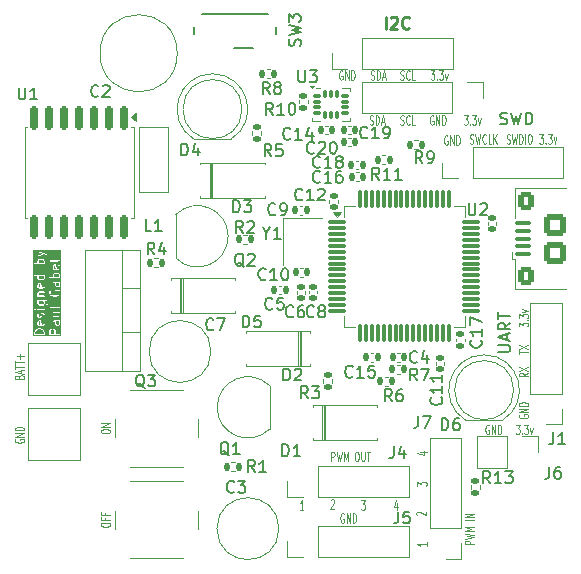
<source format=gbr>
%TF.GenerationSoftware,KiCad,Pcbnew,8.0.7*%
%TF.CreationDate,2025-07-22T17:47:17-04:00*%
%TF.ProjectId,Drone Motherboared,44726f6e-6520-44d6-9f74-686572626f61,rev?*%
%TF.SameCoordinates,Original*%
%TF.FileFunction,Legend,Top*%
%TF.FilePolarity,Positive*%
%FSLAX46Y46*%
G04 Gerber Fmt 4.6, Leading zero omitted, Abs format (unit mm)*
G04 Created by KiCad (PCBNEW 8.0.7) date 2025-07-22 17:47:17*
%MOMM*%
%LPD*%
G01*
G04 APERTURE LIST*
G04 Aperture macros list*
%AMRoundRect*
0 Rectangle with rounded corners*
0 $1 Rounding radius*
0 $2 $3 $4 $5 $6 $7 $8 $9 X,Y pos of 4 corners*
0 Add a 4 corners polygon primitive as box body*
4,1,4,$2,$3,$4,$5,$6,$7,$8,$9,$2,$3,0*
0 Add four circle primitives for the rounded corners*
1,1,$1+$1,$2,$3*
1,1,$1+$1,$4,$5*
1,1,$1+$1,$6,$7*
1,1,$1+$1,$8,$9*
0 Add four rect primitives between the rounded corners*
20,1,$1+$1,$2,$3,$4,$5,0*
20,1,$1+$1,$4,$5,$6,$7,0*
20,1,$1+$1,$6,$7,$8,$9,0*
20,1,$1+$1,$8,$9,$2,$3,0*%
G04 Aperture macros list end*
%ADD10C,0.100000*%
%ADD11C,0.125000*%
%ADD12C,0.200000*%
%ADD13C,0.250000*%
%ADD14C,0.150000*%
%ADD15C,0.120000*%
%ADD16C,0.152400*%
%ADD17R,4.000000X4.000000*%
%ADD18R,1.200000X1.400000*%
%ADD19RoundRect,0.087500X-0.087500X-0.225000X0.087500X-0.225000X0.087500X0.225000X-0.087500X0.225000X0*%
%ADD20RoundRect,0.087500X-0.225000X-0.087500X0.225000X-0.087500X0.225000X0.087500X-0.225000X0.087500X0*%
%ADD21RoundRect,0.075000X-0.700000X-0.075000X0.700000X-0.075000X0.700000X0.075000X-0.700000X0.075000X0*%
%ADD22RoundRect,0.075000X-0.075000X-0.700000X0.075000X-0.700000X0.075000X0.700000X-0.075000X0.700000X0*%
%ADD23RoundRect,0.150000X-0.150000X0.875000X-0.150000X-0.875000X0.150000X-0.875000X0.150000X0.875000X0*%
%ADD24R,0.711200X1.498600*%
%ADD25R,0.990600X0.812800*%
%ADD26C,2.000000*%
%ADD27RoundRect,0.135000X-0.185000X0.135000X-0.185000X-0.135000X0.185000X-0.135000X0.185000X0.135000X0*%
%ADD28RoundRect,0.135000X0.135000X0.185000X-0.135000X0.185000X-0.135000X-0.185000X0.135000X-0.185000X0*%
%ADD29RoundRect,0.135000X-0.135000X-0.185000X0.135000X-0.185000X0.135000X0.185000X-0.135000X0.185000X0*%
%ADD30RoundRect,0.135000X0.185000X-0.135000X0.185000X0.135000X-0.185000X0.135000X-0.185000X-0.135000X0*%
%ADD31O,2.000000X1.905000*%
%ADD32R,2.000000X1.905000*%
%ADD33C,1.300000*%
%ADD34R,1.300000X1.300000*%
%ADD35O,1.600000X1.600000*%
%ADD36C,1.600000*%
%ADD37RoundRect,0.100000X0.575000X-0.100000X0.575000X0.100000X-0.575000X0.100000X-0.575000X-0.100000X0*%
%ADD38O,1.600000X0.900000*%
%ADD39RoundRect,0.250000X0.450000X-0.550000X0.450000X0.550000X-0.450000X0.550000X-0.450000X-0.550000X0*%
%ADD40RoundRect,0.250000X0.700000X-0.700000X0.700000X0.700000X-0.700000X0.700000X-0.700000X-0.700000X0*%
%ADD41O,1.700000X1.700000*%
%ADD42R,1.700000X1.700000*%
%ADD43C,6.400000*%
%ADD44R,1.800000X1.800000*%
%ADD45C,1.800000*%
%ADD46O,2.200000X2.200000*%
%ADD47R,2.200000X2.200000*%
%ADD48C,1.200000*%
%ADD49RoundRect,0.140000X-0.140000X-0.170000X0.140000X-0.170000X0.140000X0.170000X-0.140000X0.170000X0*%
%ADD50RoundRect,0.140000X-0.170000X0.140000X-0.170000X-0.140000X0.170000X-0.140000X0.170000X0.140000X0*%
%ADD51RoundRect,0.140000X0.140000X0.170000X-0.140000X0.170000X-0.140000X-0.170000X0.140000X-0.170000X0*%
%ADD52RoundRect,0.140000X0.170000X-0.140000X0.170000X0.140000X-0.170000X0.140000X-0.170000X-0.140000X0*%
G04 APERTURE END LIST*
D10*
G36*
X158801012Y-93171862D02*
G01*
X158865035Y-93203874D01*
X158927144Y-93265982D01*
X158958940Y-93361370D01*
X158958940Y-93493734D01*
X158258940Y-93493734D01*
X158258940Y-93361370D01*
X158290736Y-93265980D01*
X158352842Y-93203874D01*
X158416866Y-93171863D01*
X158557952Y-93136591D01*
X158659928Y-93136591D01*
X158801012Y-93171862D01*
G37*
G36*
X159810134Y-93165779D02*
G01*
X159836754Y-93192400D01*
X159865942Y-93250775D01*
X159865942Y-93493734D01*
X159546895Y-93493734D01*
X159546895Y-93250775D01*
X159576082Y-93192399D01*
X159602703Y-93165779D01*
X159661079Y-93136591D01*
X159751758Y-93136591D01*
X159810134Y-93165779D01*
G37*
G36*
X158681283Y-92731830D02*
G01*
X158601695Y-92731830D01*
X158550970Y-92706466D01*
X158525606Y-92655740D01*
X158525606Y-92526966D01*
X158550969Y-92476239D01*
X158601695Y-92450877D01*
X158625093Y-92450877D01*
X158681283Y-92731830D01*
G37*
G36*
X160246895Y-92488870D02*
G01*
X160246895Y-92655741D01*
X160221532Y-92706466D01*
X160170806Y-92731830D01*
X160118222Y-92731830D01*
X160067495Y-92706466D01*
X160042133Y-92655741D01*
X160042133Y-92477068D01*
X160041644Y-92474611D01*
X160042007Y-92473524D01*
X160039890Y-92465794D01*
X160038327Y-92457934D01*
X160037516Y-92457123D01*
X160036855Y-92454708D01*
X160034939Y-92450877D01*
X160227899Y-92450877D01*
X160246895Y-92488870D01*
G37*
G36*
X158958940Y-90774585D02*
G01*
X158958940Y-90903361D01*
X158929753Y-90961734D01*
X158903131Y-90988356D01*
X158844756Y-91017545D01*
X158639790Y-91017545D01*
X158581415Y-90988357D01*
X158554795Y-90961737D01*
X158525606Y-90903360D01*
X158525606Y-90774586D01*
X158544603Y-90736592D01*
X158939944Y-90736592D01*
X158958940Y-90774585D01*
G37*
G36*
X158681283Y-89569925D02*
G01*
X158601695Y-89569925D01*
X158550970Y-89544561D01*
X158525606Y-89493835D01*
X158525606Y-89365061D01*
X158550969Y-89314334D01*
X158601695Y-89288972D01*
X158625093Y-89288972D01*
X158681283Y-89569925D01*
G37*
G36*
X160246895Y-89212678D02*
G01*
X160246895Y-89379549D01*
X160221532Y-89430274D01*
X160170806Y-89455638D01*
X160118222Y-89455638D01*
X160067495Y-89430274D01*
X160042133Y-89379549D01*
X160042133Y-89200876D01*
X160041644Y-89198419D01*
X160042007Y-89197332D01*
X160039890Y-89189602D01*
X160038327Y-89181742D01*
X160037516Y-89180931D01*
X160036855Y-89178516D01*
X160034939Y-89174685D01*
X160227899Y-89174685D01*
X160246895Y-89212678D01*
G37*
G36*
X158958940Y-88641251D02*
G01*
X158958940Y-88770027D01*
X158929753Y-88828400D01*
X158903131Y-88855022D01*
X158844756Y-88884211D01*
X158639790Y-88884211D01*
X158581415Y-88855023D01*
X158554795Y-88828403D01*
X158525606Y-88770026D01*
X158525606Y-88641252D01*
X158544603Y-88603258D01*
X158939944Y-88603258D01*
X158958940Y-88641251D01*
G37*
G36*
X160191085Y-88441967D02*
G01*
X160217708Y-88468590D01*
X160246895Y-88526963D01*
X160246895Y-88655739D01*
X160227899Y-88693732D01*
X159832558Y-88693732D01*
X159813561Y-88655738D01*
X159813561Y-88526964D01*
X159842749Y-88468587D01*
X159869370Y-88441967D01*
X159927745Y-88412780D01*
X160132711Y-88412780D01*
X160191085Y-88441967D01*
G37*
G36*
X159969238Y-88008018D02*
G01*
X159889650Y-88008018D01*
X159838925Y-87982654D01*
X159813561Y-87931928D01*
X159813561Y-87803154D01*
X159838924Y-87752427D01*
X159889650Y-87727065D01*
X159913048Y-87727065D01*
X159969238Y-88008018D01*
G37*
G36*
X158903130Y-87261016D02*
G01*
X158929753Y-87287639D01*
X158958940Y-87346012D01*
X158958940Y-87474788D01*
X158939944Y-87512781D01*
X158544603Y-87512781D01*
X158525606Y-87474787D01*
X158525606Y-87346013D01*
X158554794Y-87287636D01*
X158581415Y-87261016D01*
X158639790Y-87231829D01*
X158844756Y-87231829D01*
X158903130Y-87261016D01*
G37*
G36*
X160435784Y-93682623D02*
G01*
X158070051Y-93682623D01*
X158070051Y-93353258D01*
X158158940Y-93353258D01*
X158158940Y-93543734D01*
X158162746Y-93562868D01*
X158189806Y-93589928D01*
X158208940Y-93593734D01*
X159008940Y-93593734D01*
X159028074Y-93589928D01*
X159055134Y-93562868D01*
X159058940Y-93543734D01*
X159058940Y-93353258D01*
X159057376Y-93345395D01*
X159056374Y-93337447D01*
X159023549Y-93238972D01*
X159446895Y-93238972D01*
X159446895Y-93543734D01*
X159450701Y-93562868D01*
X159477761Y-93589928D01*
X159496895Y-93593734D01*
X160296895Y-93593734D01*
X160316029Y-93589928D01*
X160343089Y-93562868D01*
X160343089Y-93524600D01*
X160316029Y-93497540D01*
X160296895Y-93493734D01*
X159965942Y-93493734D01*
X159965942Y-93238972D01*
X159965453Y-93236515D01*
X159965816Y-93235427D01*
X159963699Y-93227699D01*
X159962136Y-93219838D01*
X159961324Y-93219026D01*
X159960663Y-93216611D01*
X159922568Y-93140421D01*
X159917656Y-93134092D01*
X159913202Y-93127426D01*
X159875107Y-93089332D01*
X159868444Y-93084879D01*
X159862113Y-93079966D01*
X159785922Y-93041870D01*
X159783506Y-93041208D01*
X159782695Y-93040397D01*
X159774833Y-93038833D01*
X159767106Y-93036717D01*
X159766017Y-93037079D01*
X159763561Y-93036591D01*
X159649276Y-93036591D01*
X159646819Y-93037079D01*
X159645731Y-93036717D01*
X159638003Y-93038833D01*
X159630142Y-93040397D01*
X159629330Y-93041208D01*
X159626915Y-93041870D01*
X159550724Y-93079966D01*
X159544395Y-93084877D01*
X159537729Y-93089332D01*
X159499635Y-93127427D01*
X159495184Y-93134086D01*
X159490269Y-93140421D01*
X159452174Y-93216611D01*
X159451512Y-93219026D01*
X159450701Y-93219838D01*
X159449137Y-93227699D01*
X159447021Y-93235427D01*
X159447383Y-93236515D01*
X159446895Y-93238972D01*
X159023549Y-93238972D01*
X159018279Y-93223161D01*
X159017039Y-93220985D01*
X159017039Y-93219838D01*
X159012588Y-93213177D01*
X159008618Y-93206212D01*
X159007590Y-93205698D01*
X159006200Y-93203617D01*
X158930009Y-93127426D01*
X158923343Y-93122972D01*
X158917015Y-93118061D01*
X158840825Y-93079966D01*
X158835543Y-93078519D01*
X158830591Y-93076180D01*
X158678210Y-93038084D01*
X158672092Y-93037786D01*
X158666083Y-93036591D01*
X158551797Y-93036591D01*
X158545787Y-93037786D01*
X158539670Y-93038084D01*
X158387289Y-93076180D01*
X158382338Y-93078518D01*
X158377056Y-93079965D01*
X158300865Y-93118061D01*
X158294536Y-93122972D01*
X158287870Y-93127427D01*
X158211680Y-93203617D01*
X158210289Y-93205698D01*
X158209262Y-93206212D01*
X158205291Y-93213177D01*
X158200841Y-93219838D01*
X158200841Y-93220985D01*
X158199601Y-93223161D01*
X158161506Y-93337447D01*
X158160503Y-93345395D01*
X158158940Y-93353258D01*
X158070051Y-93353258D01*
X158070051Y-92515163D01*
X158425606Y-92515163D01*
X158425606Y-92667544D01*
X158426094Y-92670000D01*
X158425732Y-92671089D01*
X158427848Y-92678816D01*
X158429412Y-92686678D01*
X158430223Y-92687489D01*
X158430885Y-92689905D01*
X158468981Y-92766095D01*
X158475083Y-92773957D01*
X158475929Y-92776494D01*
X158478753Y-92778685D01*
X158480942Y-92781506D01*
X158483475Y-92782350D01*
X158491341Y-92788455D01*
X158567530Y-92826551D01*
X158569946Y-92827212D01*
X158570758Y-92828024D01*
X158578616Y-92829587D01*
X158586346Y-92831704D01*
X158587434Y-92831341D01*
X158589892Y-92831830D01*
X158894654Y-92831830D01*
X158897110Y-92831341D01*
X158898199Y-92831704D01*
X158905926Y-92829587D01*
X158913788Y-92828024D01*
X158914599Y-92827212D01*
X158917015Y-92826551D01*
X158993206Y-92788455D01*
X159001068Y-92782352D01*
X159003605Y-92781507D01*
X159005796Y-92778682D01*
X159008617Y-92776494D01*
X159009461Y-92773960D01*
X159015566Y-92766095D01*
X159053661Y-92689905D01*
X159054322Y-92687489D01*
X159055134Y-92686678D01*
X159056697Y-92678816D01*
X159058814Y-92671089D01*
X159058451Y-92670000D01*
X159058940Y-92667544D01*
X159058940Y-92515163D01*
X159713561Y-92515163D01*
X159713561Y-92667544D01*
X159714049Y-92670000D01*
X159713687Y-92671089D01*
X159715803Y-92678816D01*
X159717367Y-92686678D01*
X159718178Y-92687489D01*
X159718840Y-92689905D01*
X159756936Y-92766095D01*
X159768897Y-92781506D01*
X159805202Y-92793608D01*
X159839430Y-92776493D01*
X159851531Y-92740188D01*
X159846378Y-92721372D01*
X159813561Y-92655740D01*
X159813561Y-92526966D01*
X159838924Y-92476239D01*
X159889650Y-92450877D01*
X159923137Y-92450877D01*
X159942133Y-92488870D01*
X159942133Y-92667544D01*
X159942621Y-92670000D01*
X159942259Y-92671089D01*
X159944375Y-92678816D01*
X159945939Y-92686678D01*
X159946750Y-92687489D01*
X159947412Y-92689905D01*
X159985507Y-92766095D01*
X159991609Y-92773958D01*
X159992455Y-92776494D01*
X159995277Y-92778684D01*
X159997468Y-92781507D01*
X160000003Y-92782352D01*
X160007867Y-92788455D01*
X160084058Y-92826551D01*
X160086473Y-92827212D01*
X160087285Y-92828024D01*
X160095146Y-92829587D01*
X160102874Y-92831704D01*
X160103962Y-92831341D01*
X160106419Y-92831830D01*
X160182609Y-92831830D01*
X160185065Y-92831341D01*
X160186154Y-92831704D01*
X160193881Y-92829587D01*
X160201743Y-92828024D01*
X160202554Y-92827212D01*
X160204970Y-92826551D01*
X160281161Y-92788455D01*
X160289023Y-92782352D01*
X160291560Y-92781507D01*
X160293751Y-92778682D01*
X160296572Y-92776494D01*
X160297416Y-92773960D01*
X160303521Y-92766095D01*
X160341616Y-92689905D01*
X160342277Y-92687489D01*
X160343089Y-92686678D01*
X160344652Y-92678816D01*
X160346769Y-92671089D01*
X160346406Y-92670000D01*
X160346895Y-92667544D01*
X160346895Y-92477068D01*
X160346406Y-92474611D01*
X160346769Y-92473524D01*
X160344652Y-92465794D01*
X160343089Y-92457934D01*
X160342278Y-92457123D01*
X160341617Y-92454708D01*
X160330541Y-92432558D01*
X160343089Y-92420011D01*
X160343089Y-92381743D01*
X160316029Y-92354683D01*
X160296895Y-92350877D01*
X159877847Y-92350877D01*
X159875390Y-92351365D01*
X159874302Y-92351003D01*
X159866574Y-92353119D01*
X159858713Y-92354683D01*
X159857901Y-92355494D01*
X159855486Y-92356156D01*
X159779296Y-92394251D01*
X159771430Y-92400355D01*
X159768897Y-92401200D01*
X159766708Y-92404020D01*
X159763884Y-92406212D01*
X159763038Y-92408748D01*
X159756936Y-92416611D01*
X159718840Y-92492802D01*
X159718178Y-92495217D01*
X159717367Y-92496029D01*
X159715803Y-92503890D01*
X159713687Y-92511618D01*
X159714049Y-92512706D01*
X159713561Y-92515163D01*
X159058940Y-92515163D01*
X159058451Y-92512706D01*
X159058814Y-92511619D01*
X159056697Y-92503889D01*
X159055134Y-92496029D01*
X159054323Y-92495218D01*
X159053662Y-92492803D01*
X159015566Y-92416612D01*
X159003605Y-92401200D01*
X158967301Y-92389098D01*
X158933073Y-92406212D01*
X158920971Y-92442516D01*
X158926124Y-92461332D01*
X158958940Y-92526965D01*
X158958940Y-92655741D01*
X158933577Y-92706466D01*
X158882851Y-92731830D01*
X158783263Y-92731830D01*
X158715112Y-92391071D01*
X158712277Y-92384247D01*
X158712277Y-92381743D01*
X158710497Y-92379963D01*
X158707627Y-92373055D01*
X158695513Y-92364979D01*
X158685217Y-92354683D01*
X158677879Y-92353223D01*
X158675786Y-92351828D01*
X158673331Y-92352318D01*
X158666083Y-92350877D01*
X158589892Y-92350877D01*
X158587435Y-92351365D01*
X158586347Y-92351003D01*
X158578619Y-92353119D01*
X158570758Y-92354683D01*
X158569946Y-92355494D01*
X158567531Y-92356156D01*
X158491341Y-92394251D01*
X158483475Y-92400355D01*
X158480942Y-92401200D01*
X158478753Y-92404020D01*
X158475929Y-92406212D01*
X158475083Y-92408748D01*
X158468981Y-92416611D01*
X158430885Y-92492802D01*
X158430223Y-92495217D01*
X158429412Y-92496029D01*
X158427848Y-92503890D01*
X158425732Y-92511618D01*
X158426094Y-92512706D01*
X158425606Y-92515163D01*
X158070051Y-92515163D01*
X158070051Y-91867544D01*
X158425606Y-91867544D01*
X158425606Y-91981830D01*
X158426094Y-91984286D01*
X158425732Y-91985375D01*
X158427848Y-91993102D01*
X158429412Y-92000964D01*
X158430223Y-92001775D01*
X158430885Y-92004191D01*
X158468981Y-92080381D01*
X158475083Y-92088243D01*
X158475929Y-92090780D01*
X158478753Y-92092971D01*
X158480942Y-92095792D01*
X158483475Y-92096636D01*
X158491341Y-92102741D01*
X158567530Y-92140837D01*
X158569946Y-92141498D01*
X158570758Y-92142310D01*
X158578616Y-92143873D01*
X158586346Y-92145990D01*
X158587434Y-92145627D01*
X158589892Y-92146116D01*
X158627987Y-92146116D01*
X158630443Y-92145627D01*
X158631532Y-92145990D01*
X158639259Y-92143873D01*
X158647121Y-92142310D01*
X158647932Y-92141498D01*
X158650348Y-92140837D01*
X158726539Y-92102741D01*
X158734401Y-92096638D01*
X158736938Y-92095793D01*
X158739129Y-92092968D01*
X158741950Y-92090780D01*
X158742794Y-92088246D01*
X158748899Y-92080381D01*
X158786994Y-92004191D01*
X158787655Y-92001775D01*
X158788467Y-92000964D01*
X158790030Y-91993102D01*
X158792147Y-91985375D01*
X158791784Y-91984286D01*
X158792273Y-91981830D01*
X158792273Y-91879347D01*
X158817635Y-91828621D01*
X158868362Y-91803258D01*
X158882851Y-91803258D01*
X158933577Y-91828621D01*
X158958940Y-91879347D01*
X158958940Y-92008122D01*
X158926124Y-92073756D01*
X158920971Y-92092572D01*
X158933073Y-92128876D01*
X158967301Y-92145990D01*
X159003605Y-92133888D01*
X159015566Y-92118476D01*
X159053662Y-92042285D01*
X159054323Y-92039869D01*
X159055134Y-92039059D01*
X159056697Y-92031198D01*
X159058814Y-92023469D01*
X159058451Y-92022381D01*
X159058940Y-92019925D01*
X159058940Y-91867544D01*
X159058451Y-91865087D01*
X159058814Y-91863999D01*
X159056697Y-91856271D01*
X159055134Y-91848410D01*
X159054322Y-91847598D01*
X159053661Y-91845183D01*
X159015566Y-91768993D01*
X159009461Y-91761127D01*
X159008617Y-91758594D01*
X159005796Y-91756405D01*
X159003605Y-91753581D01*
X159001068Y-91752735D01*
X158993206Y-91746633D01*
X158917015Y-91708537D01*
X158914599Y-91707875D01*
X158913788Y-91707064D01*
X158905926Y-91705500D01*
X158898199Y-91703384D01*
X158897110Y-91703746D01*
X158894654Y-91703258D01*
X158856559Y-91703258D01*
X158854102Y-91703746D01*
X158853014Y-91703384D01*
X158845286Y-91705500D01*
X158837425Y-91707064D01*
X158836613Y-91707875D01*
X158834198Y-91708537D01*
X158758007Y-91746633D01*
X158750143Y-91752735D01*
X158747608Y-91753581D01*
X158745417Y-91756403D01*
X158742595Y-91758594D01*
X158741749Y-91761129D01*
X158735647Y-91768993D01*
X158697552Y-91845183D01*
X158696890Y-91847598D01*
X158696079Y-91848410D01*
X158694515Y-91856271D01*
X158692399Y-91863999D01*
X158692761Y-91865087D01*
X158692273Y-91867544D01*
X158692273Y-91970027D01*
X158666910Y-92020752D01*
X158616184Y-92046116D01*
X158601695Y-92046116D01*
X158550970Y-92020752D01*
X158525606Y-91970026D01*
X158525606Y-91879347D01*
X158558423Y-91813716D01*
X158563576Y-91794900D01*
X158551475Y-91758595D01*
X158517247Y-91741480D01*
X158480942Y-91753582D01*
X158468981Y-91768993D01*
X158430885Y-91845183D01*
X158430223Y-91847598D01*
X158429412Y-91848410D01*
X158427848Y-91856271D01*
X158425732Y-91863999D01*
X158426094Y-91865087D01*
X158425606Y-91867544D01*
X158070051Y-91867544D01*
X158070051Y-91657933D01*
X159717367Y-91657933D01*
X159717367Y-91696201D01*
X159744427Y-91723261D01*
X159763561Y-91727067D01*
X160199993Y-91727067D01*
X160217708Y-91744782D01*
X160246895Y-91803155D01*
X160246895Y-91893836D01*
X160221532Y-91944560D01*
X160170807Y-91969924D01*
X159763561Y-91969924D01*
X159744427Y-91973730D01*
X159717367Y-92000790D01*
X159717367Y-92039058D01*
X159744427Y-92066118D01*
X159763561Y-92069924D01*
X160182609Y-92069924D01*
X160185065Y-92069435D01*
X160186153Y-92069798D01*
X160193877Y-92067682D01*
X160201743Y-92066118D01*
X160202554Y-92065306D01*
X160204969Y-92064645D01*
X160281161Y-92026550D01*
X160289023Y-92020447D01*
X160291560Y-92019602D01*
X160293751Y-92016777D01*
X160296572Y-92014589D01*
X160297416Y-92012055D01*
X160303521Y-92004190D01*
X160341616Y-91928000D01*
X160342277Y-91925584D01*
X160343089Y-91924773D01*
X160344652Y-91916911D01*
X160346769Y-91909184D01*
X160346406Y-91908095D01*
X160346895Y-91905639D01*
X160346895Y-91791353D01*
X160346406Y-91788896D01*
X160346769Y-91787809D01*
X160344652Y-91780079D01*
X160343089Y-91772219D01*
X160342278Y-91771408D01*
X160341617Y-91768993D01*
X160317843Y-91721446D01*
X160343089Y-91696201D01*
X160343089Y-91657933D01*
X160316029Y-91630873D01*
X160296895Y-91627067D01*
X159763561Y-91627067D01*
X159744427Y-91630873D01*
X159717367Y-91657933D01*
X158070051Y-91657933D01*
X158070051Y-91391266D01*
X158162746Y-91391266D01*
X158162746Y-91429535D01*
X158173584Y-91445756D01*
X158211679Y-91483852D01*
X158227899Y-91494689D01*
X158227901Y-91494691D01*
X158266169Y-91494691D01*
X158266170Y-91494691D01*
X158282391Y-91483852D01*
X158320486Y-91445756D01*
X158331324Y-91429535D01*
X158331324Y-91413142D01*
X158331324Y-91391267D01*
X158429412Y-91391267D01*
X158429412Y-91429535D01*
X158456472Y-91456595D01*
X158475606Y-91460401D01*
X159008940Y-91460401D01*
X159028074Y-91456595D01*
X159055134Y-91429535D01*
X159055134Y-91391267D01*
X159028074Y-91364207D01*
X159008940Y-91360401D01*
X158475606Y-91360401D01*
X158456472Y-91364207D01*
X158429412Y-91391267D01*
X158331324Y-91391267D01*
X158331324Y-91391266D01*
X158320485Y-91375045D01*
X158282390Y-91336951D01*
X158266169Y-91326112D01*
X158227900Y-91326112D01*
X158211679Y-91336951D01*
X158173585Y-91375046D01*
X158162748Y-91391263D01*
X158162746Y-91391266D01*
X158070051Y-91391266D01*
X158070051Y-91276980D01*
X159450701Y-91276980D01*
X159450701Y-91315248D01*
X159477761Y-91342308D01*
X159496895Y-91346114D01*
X160182609Y-91346114D01*
X160185065Y-91345625D01*
X160186153Y-91345988D01*
X160193877Y-91343872D01*
X160201743Y-91342308D01*
X160202554Y-91341496D01*
X160204969Y-91340835D01*
X160281161Y-91302740D01*
X160289023Y-91296637D01*
X160291560Y-91295792D01*
X160293751Y-91292967D01*
X160296572Y-91290779D01*
X160297416Y-91288245D01*
X160303521Y-91280380D01*
X160341616Y-91204190D01*
X160346769Y-91185374D01*
X160334668Y-91149069D01*
X160300440Y-91131955D01*
X160264135Y-91144056D01*
X160252174Y-91159468D01*
X160221532Y-91220750D01*
X160170807Y-91246114D01*
X159496895Y-91246114D01*
X159477761Y-91249920D01*
X159450701Y-91276980D01*
X158070051Y-91276980D01*
X158070051Y-90762783D01*
X158425606Y-90762783D01*
X158425606Y-90915164D01*
X158426094Y-90917620D01*
X158425732Y-90918709D01*
X158427848Y-90926436D01*
X158429412Y-90934298D01*
X158430223Y-90935109D01*
X158430885Y-90937525D01*
X158468981Y-91013715D01*
X158473894Y-91020046D01*
X158478347Y-91026709D01*
X158516441Y-91064804D01*
X158523107Y-91069258D01*
X158529436Y-91074170D01*
X158605625Y-91112266D01*
X158608041Y-91112927D01*
X158608853Y-91113739D01*
X158616711Y-91115302D01*
X158624441Y-91117419D01*
X158625529Y-91117056D01*
X158627987Y-91117545D01*
X158856559Y-91117545D01*
X158859015Y-91117056D01*
X158860104Y-91117419D01*
X158867831Y-91115302D01*
X158875693Y-91113739D01*
X158876504Y-91112927D01*
X158878920Y-91112266D01*
X158955110Y-91074170D01*
X158961435Y-91069260D01*
X158968104Y-91064805D01*
X159006200Y-91026710D01*
X159010651Y-91020046D01*
X159015566Y-91013715D01*
X159053661Y-90937525D01*
X159054322Y-90935109D01*
X159055134Y-90934298D01*
X159056697Y-90926436D01*
X159058814Y-90918709D01*
X159058451Y-90917620D01*
X159058940Y-90915164D01*
X159058940Y-90762783D01*
X159058451Y-90760326D01*
X159058814Y-90759239D01*
X159056697Y-90751509D01*
X159055134Y-90743649D01*
X159054323Y-90742838D01*
X159053662Y-90740423D01*
X159051746Y-90736592D01*
X159111423Y-90736592D01*
X159169797Y-90765779D01*
X159196418Y-90792401D01*
X159225606Y-90850776D01*
X159225606Y-90941456D01*
X159192790Y-91007088D01*
X159187637Y-91025904D01*
X159199738Y-91062209D01*
X159233966Y-91079323D01*
X159270271Y-91067222D01*
X159282232Y-91051810D01*
X159320327Y-90975620D01*
X159320988Y-90973204D01*
X159321800Y-90972393D01*
X159323363Y-90964531D01*
X159325480Y-90956804D01*
X159325117Y-90955715D01*
X159325606Y-90953259D01*
X159325606Y-90838973D01*
X159325117Y-90836516D01*
X159325480Y-90835428D01*
X159323363Y-90827700D01*
X159321800Y-90819839D01*
X159320988Y-90819027D01*
X159320327Y-90816612D01*
X159282232Y-90740422D01*
X159277320Y-90734093D01*
X159272867Y-90727428D01*
X159234772Y-90689332D01*
X159228102Y-90684875D01*
X159221777Y-90679966D01*
X159145585Y-90641871D01*
X159143170Y-90641209D01*
X159142359Y-90640398D01*
X159134493Y-90638833D01*
X159126769Y-90636718D01*
X159125681Y-90637080D01*
X159123225Y-90636592D01*
X158475606Y-90636592D01*
X158456472Y-90640398D01*
X158429412Y-90667458D01*
X158429412Y-90705726D01*
X158441959Y-90718273D01*
X158430885Y-90740422D01*
X158430223Y-90742837D01*
X158429412Y-90743649D01*
X158427848Y-90751510D01*
X158425732Y-90759238D01*
X158426094Y-90760326D01*
X158425606Y-90762783D01*
X158070051Y-90762783D01*
X158070051Y-90077068D01*
X158425606Y-90077068D01*
X158425606Y-90191354D01*
X158426094Y-90193810D01*
X158425732Y-90194899D01*
X158427848Y-90202626D01*
X158429412Y-90210488D01*
X158430223Y-90211299D01*
X158430885Y-90213715D01*
X158454657Y-90261259D01*
X158429412Y-90286505D01*
X158429412Y-90324773D01*
X158456472Y-90351833D01*
X158475606Y-90355639D01*
X159008940Y-90355639D01*
X159028074Y-90351833D01*
X159055134Y-90324773D01*
X159055134Y-90286505D01*
X159028074Y-90259445D01*
X159008940Y-90255639D01*
X158572508Y-90255639D01*
X158554795Y-90237927D01*
X158525606Y-90179550D01*
X158525606Y-90088871D01*
X158550969Y-90038144D01*
X158601695Y-90012782D01*
X159008940Y-90012782D01*
X159028074Y-90008976D01*
X159055134Y-89981916D01*
X159055134Y-89943648D01*
X159036171Y-89924685D01*
X159446895Y-89924685D01*
X159446895Y-90038971D01*
X159448458Y-90046833D01*
X159449461Y-90054782D01*
X159487556Y-90169068D01*
X159488796Y-90171243D01*
X159488796Y-90172391D01*
X159493246Y-90179051D01*
X159497217Y-90186017D01*
X159498244Y-90186530D01*
X159499635Y-90188612D01*
X159575825Y-90264802D01*
X159582491Y-90269256D01*
X159588820Y-90274168D01*
X159665011Y-90312264D01*
X159670293Y-90313710D01*
X159675244Y-90316049D01*
X159827625Y-90354145D01*
X159833742Y-90354442D01*
X159839752Y-90355638D01*
X159954038Y-90355638D01*
X159960047Y-90354442D01*
X159966165Y-90354145D01*
X160118546Y-90316049D01*
X160123498Y-90313709D01*
X160128780Y-90312263D01*
X160204970Y-90274168D01*
X160211298Y-90269256D01*
X160217964Y-90264803D01*
X160294155Y-90188612D01*
X160295545Y-90186530D01*
X160296573Y-90186017D01*
X160300543Y-90179051D01*
X160304994Y-90172391D01*
X160304994Y-90171243D01*
X160306234Y-90169068D01*
X160344329Y-90054782D01*
X160345331Y-90046833D01*
X160346895Y-90038971D01*
X160346895Y-89962780D01*
X160345331Y-89954917D01*
X160344329Y-89946969D01*
X160306234Y-89832684D01*
X160304994Y-89830508D01*
X160304994Y-89829361D01*
X160300543Y-89822700D01*
X160296573Y-89815735D01*
X160295545Y-89815221D01*
X160294155Y-89813140D01*
X160256059Y-89775044D01*
X160239838Y-89764205D01*
X160220704Y-89760399D01*
X159954038Y-89760399D01*
X159934904Y-89764205D01*
X159907844Y-89791265D01*
X159904038Y-89810399D01*
X159904038Y-89962780D01*
X159907844Y-89981914D01*
X159934904Y-90008974D01*
X159973172Y-90008974D01*
X160000232Y-89981914D01*
X160004038Y-89962780D01*
X160004038Y-89860399D01*
X160199994Y-89860399D01*
X160215098Y-89875503D01*
X160246895Y-89970893D01*
X160246895Y-90030858D01*
X160215099Y-90126246D01*
X160152990Y-90188354D01*
X160088967Y-90220366D01*
X159947883Y-90255638D01*
X159845907Y-90255638D01*
X159704821Y-90220365D01*
X159640797Y-90188354D01*
X159578691Y-90126248D01*
X159546895Y-90030858D01*
X159546895Y-89936488D01*
X159579711Y-89870856D01*
X159584864Y-89852040D01*
X159572763Y-89815735D01*
X159538535Y-89798621D01*
X159502230Y-89810722D01*
X159490269Y-89826134D01*
X159452174Y-89902324D01*
X159451512Y-89904739D01*
X159450701Y-89905551D01*
X159449137Y-89913412D01*
X159447021Y-89921140D01*
X159447383Y-89922228D01*
X159446895Y-89924685D01*
X159036171Y-89924685D01*
X159028074Y-89916588D01*
X159008940Y-89912782D01*
X158589892Y-89912782D01*
X158587435Y-89913270D01*
X158586347Y-89912908D01*
X158578619Y-89915024D01*
X158570758Y-89916588D01*
X158569946Y-89917399D01*
X158567531Y-89918061D01*
X158491341Y-89956156D01*
X158483475Y-89962260D01*
X158480942Y-89963105D01*
X158478753Y-89965925D01*
X158475929Y-89968117D01*
X158475083Y-89970653D01*
X158468981Y-89978516D01*
X158430885Y-90054707D01*
X158430223Y-90057122D01*
X158429412Y-90057934D01*
X158427848Y-90065795D01*
X158425732Y-90073523D01*
X158426094Y-90074611D01*
X158425606Y-90077068D01*
X158070051Y-90077068D01*
X158070051Y-89353258D01*
X158425606Y-89353258D01*
X158425606Y-89505639D01*
X158426094Y-89508095D01*
X158425732Y-89509184D01*
X158427848Y-89516911D01*
X158429412Y-89524773D01*
X158430223Y-89525584D01*
X158430885Y-89528000D01*
X158468981Y-89604190D01*
X158475083Y-89612052D01*
X158475929Y-89614589D01*
X158478753Y-89616780D01*
X158480942Y-89619601D01*
X158483475Y-89620445D01*
X158491341Y-89626550D01*
X158567530Y-89664646D01*
X158569946Y-89665307D01*
X158570758Y-89666119D01*
X158578616Y-89667682D01*
X158586346Y-89669799D01*
X158587434Y-89669436D01*
X158589892Y-89669925D01*
X158894654Y-89669925D01*
X158897110Y-89669436D01*
X158898199Y-89669799D01*
X158905926Y-89667682D01*
X158913788Y-89666119D01*
X158914599Y-89665307D01*
X158917015Y-89664646D01*
X158993206Y-89626550D01*
X159001068Y-89620447D01*
X159003605Y-89619602D01*
X159005796Y-89616777D01*
X159008617Y-89614589D01*
X159009461Y-89612055D01*
X159015566Y-89604190D01*
X159053661Y-89528000D01*
X159054322Y-89525584D01*
X159055134Y-89524773D01*
X159056697Y-89516911D01*
X159058814Y-89509184D01*
X159058451Y-89508095D01*
X159058940Y-89505639D01*
X159058940Y-89353258D01*
X159058451Y-89350801D01*
X159058814Y-89349714D01*
X159056697Y-89341984D01*
X159055134Y-89334124D01*
X159054323Y-89333313D01*
X159053662Y-89330898D01*
X159015566Y-89254707D01*
X159003605Y-89239295D01*
X159002633Y-89238971D01*
X159713561Y-89238971D01*
X159713561Y-89391352D01*
X159714049Y-89393808D01*
X159713687Y-89394897D01*
X159715803Y-89402624D01*
X159717367Y-89410486D01*
X159718178Y-89411297D01*
X159718840Y-89413713D01*
X159756936Y-89489903D01*
X159768897Y-89505314D01*
X159805202Y-89517416D01*
X159839430Y-89500301D01*
X159851531Y-89463996D01*
X159846378Y-89445180D01*
X159813561Y-89379548D01*
X159813561Y-89250774D01*
X159838924Y-89200047D01*
X159889650Y-89174685D01*
X159923137Y-89174685D01*
X159942133Y-89212678D01*
X159942133Y-89391352D01*
X159942621Y-89393808D01*
X159942259Y-89394897D01*
X159944375Y-89402624D01*
X159945939Y-89410486D01*
X159946750Y-89411297D01*
X159947412Y-89413713D01*
X159985507Y-89489903D01*
X159991609Y-89497766D01*
X159992455Y-89500302D01*
X159995277Y-89502492D01*
X159997468Y-89505315D01*
X160000003Y-89506160D01*
X160007867Y-89512263D01*
X160084058Y-89550359D01*
X160086473Y-89551020D01*
X160087285Y-89551832D01*
X160095146Y-89553395D01*
X160102874Y-89555512D01*
X160103962Y-89555149D01*
X160106419Y-89555638D01*
X160182609Y-89555638D01*
X160185065Y-89555149D01*
X160186154Y-89555512D01*
X160193881Y-89553395D01*
X160201743Y-89551832D01*
X160202554Y-89551020D01*
X160204970Y-89550359D01*
X160281161Y-89512263D01*
X160289023Y-89506160D01*
X160291560Y-89505315D01*
X160293751Y-89502490D01*
X160296572Y-89500302D01*
X160297416Y-89497768D01*
X160303521Y-89489903D01*
X160341616Y-89413713D01*
X160342277Y-89411297D01*
X160343089Y-89410486D01*
X160344652Y-89402624D01*
X160346769Y-89394897D01*
X160346406Y-89393808D01*
X160346895Y-89391352D01*
X160346895Y-89200876D01*
X160346406Y-89198419D01*
X160346769Y-89197332D01*
X160344652Y-89189602D01*
X160343089Y-89181742D01*
X160342278Y-89180931D01*
X160341617Y-89178516D01*
X160330541Y-89156366D01*
X160343089Y-89143819D01*
X160343089Y-89105551D01*
X160316029Y-89078491D01*
X160296895Y-89074685D01*
X159877847Y-89074685D01*
X159875390Y-89075173D01*
X159874302Y-89074811D01*
X159866574Y-89076927D01*
X159858713Y-89078491D01*
X159857901Y-89079302D01*
X159855486Y-89079964D01*
X159779296Y-89118059D01*
X159771430Y-89124163D01*
X159768897Y-89125008D01*
X159766708Y-89127828D01*
X159763884Y-89130020D01*
X159763038Y-89132556D01*
X159756936Y-89140419D01*
X159718840Y-89216610D01*
X159718178Y-89219025D01*
X159717367Y-89219837D01*
X159715803Y-89227698D01*
X159713687Y-89235426D01*
X159714049Y-89236514D01*
X159713561Y-89238971D01*
X159002633Y-89238971D01*
X158967301Y-89227193D01*
X158933073Y-89244307D01*
X158920971Y-89280611D01*
X158926124Y-89299427D01*
X158958940Y-89365060D01*
X158958940Y-89493836D01*
X158933577Y-89544561D01*
X158882851Y-89569925D01*
X158783263Y-89569925D01*
X158715112Y-89229166D01*
X158712277Y-89222342D01*
X158712277Y-89219838D01*
X158710497Y-89218058D01*
X158707627Y-89211150D01*
X158695513Y-89203074D01*
X158685217Y-89192778D01*
X158677879Y-89191318D01*
X158675786Y-89189923D01*
X158673331Y-89190413D01*
X158666083Y-89188972D01*
X158589892Y-89188972D01*
X158587435Y-89189460D01*
X158586347Y-89189098D01*
X158578619Y-89191214D01*
X158570758Y-89192778D01*
X158569946Y-89193589D01*
X158567531Y-89194251D01*
X158491341Y-89232346D01*
X158483475Y-89238450D01*
X158480942Y-89239295D01*
X158478753Y-89242115D01*
X158475929Y-89244307D01*
X158475083Y-89246843D01*
X158468981Y-89254706D01*
X158430885Y-89330897D01*
X158430223Y-89333312D01*
X158429412Y-89334124D01*
X158427848Y-89341985D01*
X158425732Y-89349713D01*
X158426094Y-89350801D01*
X158425606Y-89353258D01*
X158070051Y-89353258D01*
X158070051Y-88534124D01*
X158162746Y-88534124D01*
X158162746Y-88572392D01*
X158189806Y-88599452D01*
X158208940Y-88603258D01*
X158432800Y-88603258D01*
X158430885Y-88607088D01*
X158430223Y-88609503D01*
X158429412Y-88610315D01*
X158427848Y-88618176D01*
X158425732Y-88625904D01*
X158426094Y-88626992D01*
X158425606Y-88629449D01*
X158425606Y-88781830D01*
X158426094Y-88784286D01*
X158425732Y-88785375D01*
X158427848Y-88793102D01*
X158429412Y-88800964D01*
X158430223Y-88801775D01*
X158430885Y-88804191D01*
X158468981Y-88880381D01*
X158473894Y-88886712D01*
X158478347Y-88893375D01*
X158516441Y-88931470D01*
X158523107Y-88935924D01*
X158529436Y-88940836D01*
X158605625Y-88978932D01*
X158608041Y-88979593D01*
X158608853Y-88980405D01*
X158616711Y-88981968D01*
X158624441Y-88984085D01*
X158625529Y-88983722D01*
X158627987Y-88984211D01*
X158856559Y-88984211D01*
X158859015Y-88983722D01*
X158860104Y-88984085D01*
X158867831Y-88981968D01*
X158875693Y-88980405D01*
X158876504Y-88979593D01*
X158878920Y-88978932D01*
X158955110Y-88940836D01*
X158961435Y-88935926D01*
X158968104Y-88931471D01*
X159006200Y-88893376D01*
X159010651Y-88886712D01*
X159015566Y-88880381D01*
X159053661Y-88804191D01*
X159054322Y-88801775D01*
X159055134Y-88800964D01*
X159056697Y-88793102D01*
X159058814Y-88785375D01*
X159058451Y-88784286D01*
X159058940Y-88781830D01*
X159058940Y-88724598D01*
X159450701Y-88724598D01*
X159450701Y-88762866D01*
X159477761Y-88789926D01*
X159496895Y-88793732D01*
X160296895Y-88793732D01*
X160316029Y-88789926D01*
X160343089Y-88762866D01*
X160343089Y-88724598D01*
X160330542Y-88712051D01*
X160341616Y-88689903D01*
X160342277Y-88687487D01*
X160343089Y-88686676D01*
X160344652Y-88678814D01*
X160346769Y-88671087D01*
X160346406Y-88669998D01*
X160346895Y-88667542D01*
X160346895Y-88515161D01*
X160346406Y-88512704D01*
X160346769Y-88511617D01*
X160344652Y-88503887D01*
X160343089Y-88496027D01*
X160342278Y-88495216D01*
X160341617Y-88492801D01*
X160303521Y-88416610D01*
X160298611Y-88410284D01*
X160294155Y-88403614D01*
X160256059Y-88365519D01*
X160249393Y-88361065D01*
X160243065Y-88356154D01*
X160166875Y-88318059D01*
X160164459Y-88317397D01*
X160163648Y-88316586D01*
X160155786Y-88315022D01*
X160148059Y-88312906D01*
X160146970Y-88313268D01*
X160144514Y-88312780D01*
X159915942Y-88312780D01*
X159913485Y-88313268D01*
X159912397Y-88312906D01*
X159904669Y-88315022D01*
X159896808Y-88316586D01*
X159895996Y-88317397D01*
X159893581Y-88318059D01*
X159817391Y-88356154D01*
X159811062Y-88361065D01*
X159804396Y-88365520D01*
X159766302Y-88403615D01*
X159761849Y-88410277D01*
X159756936Y-88416609D01*
X159718840Y-88492800D01*
X159718178Y-88495215D01*
X159717367Y-88496027D01*
X159715803Y-88503888D01*
X159713687Y-88511616D01*
X159714049Y-88512704D01*
X159713561Y-88515161D01*
X159713561Y-88667542D01*
X159714049Y-88669998D01*
X159713687Y-88671087D01*
X159715803Y-88678814D01*
X159717367Y-88686676D01*
X159718178Y-88687487D01*
X159718840Y-88689903D01*
X159720755Y-88693732D01*
X159496895Y-88693732D01*
X159477761Y-88697538D01*
X159450701Y-88724598D01*
X159058940Y-88724598D01*
X159058940Y-88629449D01*
X159058451Y-88626992D01*
X159058814Y-88625905D01*
X159056697Y-88618175D01*
X159055134Y-88610315D01*
X159054323Y-88609504D01*
X159053662Y-88607089D01*
X159042586Y-88584939D01*
X159055134Y-88572392D01*
X159055134Y-88534124D01*
X159028074Y-88507064D01*
X159008940Y-88503258D01*
X158208940Y-88503258D01*
X158189806Y-88507064D01*
X158162746Y-88534124D01*
X158070051Y-88534124D01*
X158070051Y-87791351D01*
X159713561Y-87791351D01*
X159713561Y-87943732D01*
X159714049Y-87946188D01*
X159713687Y-87947277D01*
X159715803Y-87955004D01*
X159717367Y-87962866D01*
X159718178Y-87963677D01*
X159718840Y-87966093D01*
X159756936Y-88042283D01*
X159763038Y-88050145D01*
X159763884Y-88052682D01*
X159766708Y-88054873D01*
X159768897Y-88057694D01*
X159771430Y-88058538D01*
X159779296Y-88064643D01*
X159855485Y-88102739D01*
X159857901Y-88103400D01*
X159858713Y-88104212D01*
X159866571Y-88105775D01*
X159874301Y-88107892D01*
X159875389Y-88107529D01*
X159877847Y-88108018D01*
X160182609Y-88108018D01*
X160185065Y-88107529D01*
X160186154Y-88107892D01*
X160193881Y-88105775D01*
X160201743Y-88104212D01*
X160202554Y-88103400D01*
X160204970Y-88102739D01*
X160281161Y-88064643D01*
X160289023Y-88058540D01*
X160291560Y-88057695D01*
X160293751Y-88054870D01*
X160296572Y-88052682D01*
X160297416Y-88050148D01*
X160303521Y-88042283D01*
X160341616Y-87966093D01*
X160342277Y-87963677D01*
X160343089Y-87962866D01*
X160344652Y-87955004D01*
X160346769Y-87947277D01*
X160346406Y-87946188D01*
X160346895Y-87943732D01*
X160346895Y-87791351D01*
X160346406Y-87788894D01*
X160346769Y-87787807D01*
X160344652Y-87780077D01*
X160343089Y-87772217D01*
X160342278Y-87771406D01*
X160341617Y-87768991D01*
X160303521Y-87692800D01*
X160291560Y-87677388D01*
X160255256Y-87665286D01*
X160221028Y-87682400D01*
X160208926Y-87718704D01*
X160214079Y-87737520D01*
X160246895Y-87803153D01*
X160246895Y-87931929D01*
X160221532Y-87982654D01*
X160170806Y-88008018D01*
X160071218Y-88008018D01*
X160003067Y-87667259D01*
X160000232Y-87660435D01*
X160000232Y-87657931D01*
X159998452Y-87656151D01*
X159995582Y-87649243D01*
X159983468Y-87641167D01*
X159973172Y-87630871D01*
X159965834Y-87629411D01*
X159963741Y-87628016D01*
X159961286Y-87628506D01*
X159954038Y-87627065D01*
X159877847Y-87627065D01*
X159875390Y-87627553D01*
X159874302Y-87627191D01*
X159866574Y-87629307D01*
X159858713Y-87630871D01*
X159857901Y-87631682D01*
X159855486Y-87632344D01*
X159779296Y-87670439D01*
X159771430Y-87676543D01*
X159768897Y-87677388D01*
X159766708Y-87680208D01*
X159763884Y-87682400D01*
X159763038Y-87684936D01*
X159756936Y-87692799D01*
X159718840Y-87768990D01*
X159718178Y-87771405D01*
X159717367Y-87772217D01*
X159715803Y-87780078D01*
X159713687Y-87787806D01*
X159714049Y-87788894D01*
X159713561Y-87791351D01*
X158070051Y-87791351D01*
X158070051Y-87543647D01*
X158162746Y-87543647D01*
X158162746Y-87581915D01*
X158189806Y-87608975D01*
X158208940Y-87612781D01*
X159008940Y-87612781D01*
X159028074Y-87608975D01*
X159055134Y-87581915D01*
X159055134Y-87543647D01*
X159042587Y-87531100D01*
X159053661Y-87508952D01*
X159054322Y-87506536D01*
X159055134Y-87505725D01*
X159056697Y-87497863D01*
X159058814Y-87490136D01*
X159058451Y-87489047D01*
X159058940Y-87486591D01*
X159058940Y-87334210D01*
X159058451Y-87331753D01*
X159058814Y-87330666D01*
X159056697Y-87322936D01*
X159055134Y-87315076D01*
X159055132Y-87315074D01*
X159450701Y-87315074D01*
X159450701Y-87353342D01*
X159477761Y-87380402D01*
X159496895Y-87384208D01*
X160182609Y-87384208D01*
X160185065Y-87383719D01*
X160186153Y-87384082D01*
X160193877Y-87381966D01*
X160201743Y-87380402D01*
X160202554Y-87379590D01*
X160204969Y-87378929D01*
X160281161Y-87340834D01*
X160289023Y-87334731D01*
X160291560Y-87333886D01*
X160293751Y-87331061D01*
X160296572Y-87328873D01*
X160297416Y-87326339D01*
X160303521Y-87318474D01*
X160341616Y-87242284D01*
X160346769Y-87223468D01*
X160334668Y-87187163D01*
X160300440Y-87170049D01*
X160264135Y-87182150D01*
X160252174Y-87197562D01*
X160221532Y-87258844D01*
X160170807Y-87284208D01*
X159496895Y-87284208D01*
X159477761Y-87288014D01*
X159450701Y-87315074D01*
X159055132Y-87315074D01*
X159054323Y-87314265D01*
X159053662Y-87311850D01*
X159015566Y-87235659D01*
X159010656Y-87229333D01*
X159006200Y-87222663D01*
X158968104Y-87184568D01*
X158961438Y-87180114D01*
X158955110Y-87175203D01*
X158878920Y-87137108D01*
X158876504Y-87136446D01*
X158875693Y-87135635D01*
X158867831Y-87134071D01*
X158860104Y-87131955D01*
X158859015Y-87132317D01*
X158856559Y-87131829D01*
X158627987Y-87131829D01*
X158625530Y-87132317D01*
X158624442Y-87131955D01*
X158616714Y-87134071D01*
X158608853Y-87135635D01*
X158608041Y-87136446D01*
X158605626Y-87137108D01*
X158529436Y-87175203D01*
X158523107Y-87180114D01*
X158516441Y-87184569D01*
X158478347Y-87222664D01*
X158473894Y-87229326D01*
X158468981Y-87235658D01*
X158430885Y-87311849D01*
X158430223Y-87314264D01*
X158429412Y-87315076D01*
X158427848Y-87322937D01*
X158425732Y-87330665D01*
X158426094Y-87331753D01*
X158425606Y-87334210D01*
X158425606Y-87486591D01*
X158426094Y-87489047D01*
X158425732Y-87490136D01*
X158427848Y-87497863D01*
X158429412Y-87505725D01*
X158430223Y-87506536D01*
X158430885Y-87508952D01*
X158432800Y-87512781D01*
X158208940Y-87512781D01*
X158189806Y-87516587D01*
X158162746Y-87543647D01*
X158070051Y-87543647D01*
X158070051Y-86536692D01*
X158425668Y-86536692D01*
X158442050Y-86571276D01*
X158458789Y-86581296D01*
X158860279Y-86724685D01*
X158458789Y-86868075D01*
X158442050Y-86878095D01*
X158425668Y-86912679D01*
X158438539Y-86948718D01*
X158473123Y-86965100D01*
X158492423Y-86962249D01*
X159007938Y-86778136D01*
X159171318Y-86843488D01*
X159196419Y-86868590D01*
X159230885Y-86937523D01*
X159242846Y-86952934D01*
X159279150Y-86965036D01*
X159313378Y-86947922D01*
X159325480Y-86911618D01*
X159320328Y-86892802D01*
X159282232Y-86816611D01*
X159277325Y-86810289D01*
X159272866Y-86803615D01*
X159234771Y-86765521D01*
X159234421Y-86765287D01*
X159234338Y-86765092D01*
X159226367Y-86759905D01*
X159218550Y-86754682D01*
X159218339Y-86754682D01*
X159217986Y-86754452D01*
X159027509Y-86678262D01*
X159026573Y-86678087D01*
X159025757Y-86677599D01*
X158492423Y-86487122D01*
X158473123Y-86484271D01*
X158438539Y-86500653D01*
X158425668Y-86536692D01*
X158070051Y-86536692D01*
X158070051Y-86395382D01*
X160435784Y-86395382D01*
X160435784Y-93682623D01*
G37*
X196646741Y-101234990D02*
X196599122Y-101196895D01*
X196599122Y-101196895D02*
X196527693Y-101196895D01*
X196527693Y-101196895D02*
X196456265Y-101234990D01*
X196456265Y-101234990D02*
X196408646Y-101311180D01*
X196408646Y-101311180D02*
X196384836Y-101387371D01*
X196384836Y-101387371D02*
X196361027Y-101539752D01*
X196361027Y-101539752D02*
X196361027Y-101654038D01*
X196361027Y-101654038D02*
X196384836Y-101806419D01*
X196384836Y-101806419D02*
X196408646Y-101882609D01*
X196408646Y-101882609D02*
X196456265Y-101958800D01*
X196456265Y-101958800D02*
X196527693Y-101996895D01*
X196527693Y-101996895D02*
X196575312Y-101996895D01*
X196575312Y-101996895D02*
X196646741Y-101958800D01*
X196646741Y-101958800D02*
X196670550Y-101920704D01*
X196670550Y-101920704D02*
X196670550Y-101654038D01*
X196670550Y-101654038D02*
X196575312Y-101654038D01*
X196884836Y-101996895D02*
X196884836Y-101196895D01*
X196884836Y-101196895D02*
X197170550Y-101996895D01*
X197170550Y-101996895D02*
X197170550Y-101196895D01*
X197408646Y-101996895D02*
X197408646Y-101196895D01*
X197408646Y-101196895D02*
X197527694Y-101196895D01*
X197527694Y-101196895D02*
X197599122Y-101234990D01*
X197599122Y-101234990D02*
X197646741Y-101311180D01*
X197646741Y-101311180D02*
X197670551Y-101387371D01*
X197670551Y-101387371D02*
X197694360Y-101539752D01*
X197694360Y-101539752D02*
X197694360Y-101654038D01*
X197694360Y-101654038D02*
X197670551Y-101806419D01*
X197670551Y-101806419D02*
X197646741Y-101882609D01*
X197646741Y-101882609D02*
X197599122Y-101958800D01*
X197599122Y-101958800D02*
X197527694Y-101996895D01*
X197527694Y-101996895D02*
X197408646Y-101996895D01*
X198937217Y-101196895D02*
X199246741Y-101196895D01*
X199246741Y-101196895D02*
X199080074Y-101501657D01*
X199080074Y-101501657D02*
X199151503Y-101501657D01*
X199151503Y-101501657D02*
X199199122Y-101539752D01*
X199199122Y-101539752D02*
X199222931Y-101577847D01*
X199222931Y-101577847D02*
X199246741Y-101654038D01*
X199246741Y-101654038D02*
X199246741Y-101844514D01*
X199246741Y-101844514D02*
X199222931Y-101920704D01*
X199222931Y-101920704D02*
X199199122Y-101958800D01*
X199199122Y-101958800D02*
X199151503Y-101996895D01*
X199151503Y-101996895D02*
X199008646Y-101996895D01*
X199008646Y-101996895D02*
X198961027Y-101958800D01*
X198961027Y-101958800D02*
X198937217Y-101920704D01*
X199461026Y-101920704D02*
X199484836Y-101958800D01*
X199484836Y-101958800D02*
X199461026Y-101996895D01*
X199461026Y-101996895D02*
X199437217Y-101958800D01*
X199437217Y-101958800D02*
X199461026Y-101920704D01*
X199461026Y-101920704D02*
X199461026Y-101996895D01*
X199651502Y-101196895D02*
X199961026Y-101196895D01*
X199961026Y-101196895D02*
X199794359Y-101501657D01*
X199794359Y-101501657D02*
X199865788Y-101501657D01*
X199865788Y-101501657D02*
X199913407Y-101539752D01*
X199913407Y-101539752D02*
X199937216Y-101577847D01*
X199937216Y-101577847D02*
X199961026Y-101654038D01*
X199961026Y-101654038D02*
X199961026Y-101844514D01*
X199961026Y-101844514D02*
X199937216Y-101920704D01*
X199937216Y-101920704D02*
X199913407Y-101958800D01*
X199913407Y-101958800D02*
X199865788Y-101996895D01*
X199865788Y-101996895D02*
X199722931Y-101996895D01*
X199722931Y-101996895D02*
X199675312Y-101958800D01*
X199675312Y-101958800D02*
X199651502Y-101920704D01*
X200127692Y-101463561D02*
X200246740Y-101996895D01*
X200246740Y-101996895D02*
X200365787Y-101463561D01*
D11*
X156533690Y-102436811D02*
X156495595Y-102484430D01*
X156495595Y-102484430D02*
X156495595Y-102555859D01*
X156495595Y-102555859D02*
X156533690Y-102627287D01*
X156533690Y-102627287D02*
X156609880Y-102674906D01*
X156609880Y-102674906D02*
X156686071Y-102698716D01*
X156686071Y-102698716D02*
X156838452Y-102722525D01*
X156838452Y-102722525D02*
X156952738Y-102722525D01*
X156952738Y-102722525D02*
X157105119Y-102698716D01*
X157105119Y-102698716D02*
X157181309Y-102674906D01*
X157181309Y-102674906D02*
X157257500Y-102627287D01*
X157257500Y-102627287D02*
X157295595Y-102555859D01*
X157295595Y-102555859D02*
X157295595Y-102508240D01*
X157295595Y-102508240D02*
X157257500Y-102436811D01*
X157257500Y-102436811D02*
X157219404Y-102413002D01*
X157219404Y-102413002D02*
X156952738Y-102413002D01*
X156952738Y-102413002D02*
X156952738Y-102508240D01*
X157295595Y-102198716D02*
X156495595Y-102198716D01*
X156495595Y-102198716D02*
X157295595Y-101913002D01*
X157295595Y-101913002D02*
X156495595Y-101913002D01*
X157295595Y-101674906D02*
X156495595Y-101674906D01*
X156495595Y-101674906D02*
X156495595Y-101555858D01*
X156495595Y-101555858D02*
X156533690Y-101484430D01*
X156533690Y-101484430D02*
X156609880Y-101436811D01*
X156609880Y-101436811D02*
X156686071Y-101413001D01*
X156686071Y-101413001D02*
X156838452Y-101389192D01*
X156838452Y-101389192D02*
X156952738Y-101389192D01*
X156952738Y-101389192D02*
X157105119Y-101413001D01*
X157105119Y-101413001D02*
X157181309Y-101436811D01*
X157181309Y-101436811D02*
X157257500Y-101484430D01*
X157257500Y-101484430D02*
X157295595Y-101555858D01*
X157295595Y-101555858D02*
X157295595Y-101674906D01*
X156876547Y-97132049D02*
X156914642Y-97060621D01*
X156914642Y-97060621D02*
X156952738Y-97036811D01*
X156952738Y-97036811D02*
X157028928Y-97013002D01*
X157028928Y-97013002D02*
X157143214Y-97013002D01*
X157143214Y-97013002D02*
X157219404Y-97036811D01*
X157219404Y-97036811D02*
X157257500Y-97060621D01*
X157257500Y-97060621D02*
X157295595Y-97108240D01*
X157295595Y-97108240D02*
X157295595Y-97298716D01*
X157295595Y-97298716D02*
X156495595Y-97298716D01*
X156495595Y-97298716D02*
X156495595Y-97132049D01*
X156495595Y-97132049D02*
X156533690Y-97084430D01*
X156533690Y-97084430D02*
X156571785Y-97060621D01*
X156571785Y-97060621D02*
X156647976Y-97036811D01*
X156647976Y-97036811D02*
X156724166Y-97036811D01*
X156724166Y-97036811D02*
X156800357Y-97060621D01*
X156800357Y-97060621D02*
X156838452Y-97084430D01*
X156838452Y-97084430D02*
X156876547Y-97132049D01*
X156876547Y-97132049D02*
X156876547Y-97298716D01*
X157067023Y-96822525D02*
X157067023Y-96584430D01*
X157295595Y-96870144D02*
X156495595Y-96703478D01*
X156495595Y-96703478D02*
X157295595Y-96536811D01*
X156495595Y-96441573D02*
X156495595Y-96155859D01*
X157295595Y-96298716D02*
X156495595Y-96298716D01*
X156495595Y-96060621D02*
X156495595Y-95774907D01*
X157295595Y-95917764D02*
X156495595Y-95917764D01*
X156990833Y-95608241D02*
X156990833Y-95227289D01*
X157295595Y-95417765D02*
X156686071Y-95417765D01*
X195395595Y-111298716D02*
X194595595Y-111298716D01*
X194595595Y-111298716D02*
X194595595Y-111108240D01*
X194595595Y-111108240D02*
X194633690Y-111060621D01*
X194633690Y-111060621D02*
X194671785Y-111036811D01*
X194671785Y-111036811D02*
X194747976Y-111013002D01*
X194747976Y-111013002D02*
X194862261Y-111013002D01*
X194862261Y-111013002D02*
X194938452Y-111036811D01*
X194938452Y-111036811D02*
X194976547Y-111060621D01*
X194976547Y-111060621D02*
X195014642Y-111108240D01*
X195014642Y-111108240D02*
X195014642Y-111298716D01*
X194595595Y-110846335D02*
X195395595Y-110727287D01*
X195395595Y-110727287D02*
X194824166Y-110632049D01*
X194824166Y-110632049D02*
X195395595Y-110536811D01*
X195395595Y-110536811D02*
X194595595Y-110417764D01*
X195395595Y-110227287D02*
X194595595Y-110227287D01*
X194595595Y-110227287D02*
X195167023Y-110060620D01*
X195167023Y-110060620D02*
X194595595Y-109893954D01*
X194595595Y-109893954D02*
X195395595Y-109893954D01*
X195395595Y-109274906D02*
X194595595Y-109274906D01*
X195395595Y-109036811D02*
X194595595Y-109036811D01*
X194595595Y-109036811D02*
X195395595Y-108751097D01*
X195395595Y-108751097D02*
X194595595Y-108751097D01*
D12*
X197467219Y-95030326D02*
X198276742Y-95030326D01*
X198276742Y-95030326D02*
X198371980Y-94982707D01*
X198371980Y-94982707D02*
X198419600Y-94935088D01*
X198419600Y-94935088D02*
X198467219Y-94839850D01*
X198467219Y-94839850D02*
X198467219Y-94649374D01*
X198467219Y-94649374D02*
X198419600Y-94554136D01*
X198419600Y-94554136D02*
X198371980Y-94506517D01*
X198371980Y-94506517D02*
X198276742Y-94458898D01*
X198276742Y-94458898D02*
X197467219Y-94458898D01*
X198181504Y-94030326D02*
X198181504Y-93554136D01*
X198467219Y-94125564D02*
X197467219Y-93792231D01*
X197467219Y-93792231D02*
X198467219Y-93458898D01*
X198467219Y-92554136D02*
X197991028Y-92887469D01*
X198467219Y-93125564D02*
X197467219Y-93125564D01*
X197467219Y-93125564D02*
X197467219Y-92744612D01*
X197467219Y-92744612D02*
X197514838Y-92649374D01*
X197514838Y-92649374D02*
X197562457Y-92601755D01*
X197562457Y-92601755D02*
X197657695Y-92554136D01*
X197657695Y-92554136D02*
X197800552Y-92554136D01*
X197800552Y-92554136D02*
X197895790Y-92601755D01*
X197895790Y-92601755D02*
X197943409Y-92649374D01*
X197943409Y-92649374D02*
X197991028Y-92744612D01*
X197991028Y-92744612D02*
X197991028Y-93125564D01*
X197467219Y-92268421D02*
X197467219Y-91696993D01*
X198467219Y-91982707D02*
X197467219Y-91982707D01*
D10*
X199234990Y-100353258D02*
X199196895Y-100400877D01*
X199196895Y-100400877D02*
X199196895Y-100472306D01*
X199196895Y-100472306D02*
X199234990Y-100543734D01*
X199234990Y-100543734D02*
X199311180Y-100591353D01*
X199311180Y-100591353D02*
X199387371Y-100615163D01*
X199387371Y-100615163D02*
X199539752Y-100638972D01*
X199539752Y-100638972D02*
X199654038Y-100638972D01*
X199654038Y-100638972D02*
X199806419Y-100615163D01*
X199806419Y-100615163D02*
X199882609Y-100591353D01*
X199882609Y-100591353D02*
X199958800Y-100543734D01*
X199958800Y-100543734D02*
X199996895Y-100472306D01*
X199996895Y-100472306D02*
X199996895Y-100424687D01*
X199996895Y-100424687D02*
X199958800Y-100353258D01*
X199958800Y-100353258D02*
X199920704Y-100329449D01*
X199920704Y-100329449D02*
X199654038Y-100329449D01*
X199654038Y-100329449D02*
X199654038Y-100424687D01*
X199996895Y-100115163D02*
X199196895Y-100115163D01*
X199196895Y-100115163D02*
X199996895Y-99829449D01*
X199996895Y-99829449D02*
X199196895Y-99829449D01*
X199996895Y-99591353D02*
X199196895Y-99591353D01*
X199196895Y-99591353D02*
X199196895Y-99472305D01*
X199196895Y-99472305D02*
X199234990Y-99400877D01*
X199234990Y-99400877D02*
X199311180Y-99353258D01*
X199311180Y-99353258D02*
X199387371Y-99329448D01*
X199387371Y-99329448D02*
X199539752Y-99305639D01*
X199539752Y-99305639D02*
X199654038Y-99305639D01*
X199654038Y-99305639D02*
X199806419Y-99329448D01*
X199806419Y-99329448D02*
X199882609Y-99353258D01*
X199882609Y-99353258D02*
X199958800Y-99400877D01*
X199958800Y-99400877D02*
X199996895Y-99472305D01*
X199996895Y-99472305D02*
X199996895Y-99591353D01*
X199196895Y-95186591D02*
X199196895Y-94900877D01*
X199996895Y-95043734D02*
X199196895Y-95043734D01*
X199196895Y-94781830D02*
X199996895Y-94448497D01*
X199196895Y-94448497D02*
X199996895Y-94781830D01*
X199996895Y-96829449D02*
X199615942Y-96996115D01*
X199996895Y-97115163D02*
X199196895Y-97115163D01*
X199196895Y-97115163D02*
X199196895Y-96924687D01*
X199196895Y-96924687D02*
X199234990Y-96877068D01*
X199234990Y-96877068D02*
X199273085Y-96853258D01*
X199273085Y-96853258D02*
X199349276Y-96829449D01*
X199349276Y-96829449D02*
X199463561Y-96829449D01*
X199463561Y-96829449D02*
X199539752Y-96853258D01*
X199539752Y-96853258D02*
X199577847Y-96877068D01*
X199577847Y-96877068D02*
X199615942Y-96924687D01*
X199615942Y-96924687D02*
X199615942Y-97115163D01*
X199196895Y-96662782D02*
X199996895Y-96329449D01*
X199196895Y-96329449D02*
X199996895Y-96662782D01*
X199196895Y-92862782D02*
X199196895Y-92553258D01*
X199196895Y-92553258D02*
X199501657Y-92719925D01*
X199501657Y-92719925D02*
X199501657Y-92648496D01*
X199501657Y-92648496D02*
X199539752Y-92600877D01*
X199539752Y-92600877D02*
X199577847Y-92577068D01*
X199577847Y-92577068D02*
X199654038Y-92553258D01*
X199654038Y-92553258D02*
X199844514Y-92553258D01*
X199844514Y-92553258D02*
X199920704Y-92577068D01*
X199920704Y-92577068D02*
X199958800Y-92600877D01*
X199958800Y-92600877D02*
X199996895Y-92648496D01*
X199996895Y-92648496D02*
X199996895Y-92791353D01*
X199996895Y-92791353D02*
X199958800Y-92838972D01*
X199958800Y-92838972D02*
X199920704Y-92862782D01*
X199920704Y-92338973D02*
X199958800Y-92315163D01*
X199958800Y-92315163D02*
X199996895Y-92338973D01*
X199996895Y-92338973D02*
X199958800Y-92362782D01*
X199958800Y-92362782D02*
X199920704Y-92338973D01*
X199920704Y-92338973D02*
X199996895Y-92338973D01*
X199196895Y-92148497D02*
X199196895Y-91838973D01*
X199196895Y-91838973D02*
X199501657Y-92005640D01*
X199501657Y-92005640D02*
X199501657Y-91934211D01*
X199501657Y-91934211D02*
X199539752Y-91886592D01*
X199539752Y-91886592D02*
X199577847Y-91862783D01*
X199577847Y-91862783D02*
X199654038Y-91838973D01*
X199654038Y-91838973D02*
X199844514Y-91838973D01*
X199844514Y-91838973D02*
X199920704Y-91862783D01*
X199920704Y-91862783D02*
X199958800Y-91886592D01*
X199958800Y-91886592D02*
X199996895Y-91934211D01*
X199996895Y-91934211D02*
X199996895Y-92077068D01*
X199996895Y-92077068D02*
X199958800Y-92124687D01*
X199958800Y-92124687D02*
X199920704Y-92148497D01*
X199463561Y-91672307D02*
X199996895Y-91553259D01*
X199996895Y-91553259D02*
X199463561Y-91434212D01*
X190863561Y-103500877D02*
X191396895Y-103500877D01*
X190558800Y-103619925D02*
X191130228Y-103738972D01*
X191130228Y-103738972D02*
X191130228Y-103429449D01*
X190596895Y-106362782D02*
X190596895Y-106053258D01*
X190596895Y-106053258D02*
X190901657Y-106219925D01*
X190901657Y-106219925D02*
X190901657Y-106148496D01*
X190901657Y-106148496D02*
X190939752Y-106100877D01*
X190939752Y-106100877D02*
X190977847Y-106077068D01*
X190977847Y-106077068D02*
X191054038Y-106053258D01*
X191054038Y-106053258D02*
X191244514Y-106053258D01*
X191244514Y-106053258D02*
X191320704Y-106077068D01*
X191320704Y-106077068D02*
X191358800Y-106100877D01*
X191358800Y-106100877D02*
X191396895Y-106148496D01*
X191396895Y-106148496D02*
X191396895Y-106291353D01*
X191396895Y-106291353D02*
X191358800Y-106338972D01*
X191358800Y-106338972D02*
X191320704Y-106362782D01*
X190573085Y-108838972D02*
X190534990Y-108815163D01*
X190534990Y-108815163D02*
X190496895Y-108767544D01*
X190496895Y-108767544D02*
X190496895Y-108648496D01*
X190496895Y-108648496D02*
X190534990Y-108600877D01*
X190534990Y-108600877D02*
X190573085Y-108577068D01*
X190573085Y-108577068D02*
X190649276Y-108553258D01*
X190649276Y-108553258D02*
X190725466Y-108553258D01*
X190725466Y-108553258D02*
X190839752Y-108577068D01*
X190839752Y-108577068D02*
X191296895Y-108862782D01*
X191296895Y-108862782D02*
X191296895Y-108553258D01*
X191396895Y-111153258D02*
X191396895Y-111438972D01*
X191396895Y-111296115D02*
X190596895Y-111296115D01*
X190596895Y-111296115D02*
X190711180Y-111343734D01*
X190711180Y-111343734D02*
X190787371Y-111391353D01*
X190787371Y-111391353D02*
X190825466Y-111438972D01*
D12*
X197622054Y-75719600D02*
X197764911Y-75767219D01*
X197764911Y-75767219D02*
X198003006Y-75767219D01*
X198003006Y-75767219D02*
X198098244Y-75719600D01*
X198098244Y-75719600D02*
X198145863Y-75671980D01*
X198145863Y-75671980D02*
X198193482Y-75576742D01*
X198193482Y-75576742D02*
X198193482Y-75481504D01*
X198193482Y-75481504D02*
X198145863Y-75386266D01*
X198145863Y-75386266D02*
X198098244Y-75338647D01*
X198098244Y-75338647D02*
X198003006Y-75291028D01*
X198003006Y-75291028D02*
X197812530Y-75243409D01*
X197812530Y-75243409D02*
X197717292Y-75195790D01*
X197717292Y-75195790D02*
X197669673Y-75148171D01*
X197669673Y-75148171D02*
X197622054Y-75052933D01*
X197622054Y-75052933D02*
X197622054Y-74957695D01*
X197622054Y-74957695D02*
X197669673Y-74862457D01*
X197669673Y-74862457D02*
X197717292Y-74814838D01*
X197717292Y-74814838D02*
X197812530Y-74767219D01*
X197812530Y-74767219D02*
X198050625Y-74767219D01*
X198050625Y-74767219D02*
X198193482Y-74814838D01*
X198526816Y-74767219D02*
X198764911Y-75767219D01*
X198764911Y-75767219D02*
X198955387Y-75052933D01*
X198955387Y-75052933D02*
X199145863Y-75767219D01*
X199145863Y-75767219D02*
X199383959Y-74767219D01*
X199764911Y-75767219D02*
X199764911Y-74767219D01*
X199764911Y-74767219D02*
X200003006Y-74767219D01*
X200003006Y-74767219D02*
X200145863Y-74814838D01*
X200145863Y-74814838D02*
X200241101Y-74910076D01*
X200241101Y-74910076D02*
X200288720Y-75005314D01*
X200288720Y-75005314D02*
X200336339Y-75195790D01*
X200336339Y-75195790D02*
X200336339Y-75338647D01*
X200336339Y-75338647D02*
X200288720Y-75529123D01*
X200288720Y-75529123D02*
X200241101Y-75624361D01*
X200241101Y-75624361D02*
X200145863Y-75719600D01*
X200145863Y-75719600D02*
X200003006Y-75767219D01*
X200003006Y-75767219D02*
X199764911Y-75767219D01*
D13*
X187902568Y-67664619D02*
X187902568Y-66664619D01*
X188331139Y-66759857D02*
X188378758Y-66712238D01*
X188378758Y-66712238D02*
X188473996Y-66664619D01*
X188473996Y-66664619D02*
X188712091Y-66664619D01*
X188712091Y-66664619D02*
X188807329Y-66712238D01*
X188807329Y-66712238D02*
X188854948Y-66759857D01*
X188854948Y-66759857D02*
X188902567Y-66855095D01*
X188902567Y-66855095D02*
X188902567Y-66950333D01*
X188902567Y-66950333D02*
X188854948Y-67093190D01*
X188854948Y-67093190D02*
X188283520Y-67664619D01*
X188283520Y-67664619D02*
X188902567Y-67664619D01*
X189902567Y-67569380D02*
X189854948Y-67617000D01*
X189854948Y-67617000D02*
X189712091Y-67664619D01*
X189712091Y-67664619D02*
X189616853Y-67664619D01*
X189616853Y-67664619D02*
X189473996Y-67617000D01*
X189473996Y-67617000D02*
X189378758Y-67521761D01*
X189378758Y-67521761D02*
X189331139Y-67426523D01*
X189331139Y-67426523D02*
X189283520Y-67236047D01*
X189283520Y-67236047D02*
X189283520Y-67093190D01*
X189283520Y-67093190D02*
X189331139Y-66902714D01*
X189331139Y-66902714D02*
X189378758Y-66807476D01*
X189378758Y-66807476D02*
X189473996Y-66712238D01*
X189473996Y-66712238D02*
X189616853Y-66664619D01*
X189616853Y-66664619D02*
X189712091Y-66664619D01*
X189712091Y-66664619D02*
X189854948Y-66712238D01*
X189854948Y-66712238D02*
X189902567Y-66759857D01*
D10*
X200937217Y-76596895D02*
X201246741Y-76596895D01*
X201246741Y-76596895D02*
X201080074Y-76901657D01*
X201080074Y-76901657D02*
X201151503Y-76901657D01*
X201151503Y-76901657D02*
X201199122Y-76939752D01*
X201199122Y-76939752D02*
X201222931Y-76977847D01*
X201222931Y-76977847D02*
X201246741Y-77054038D01*
X201246741Y-77054038D02*
X201246741Y-77244514D01*
X201246741Y-77244514D02*
X201222931Y-77320704D01*
X201222931Y-77320704D02*
X201199122Y-77358800D01*
X201199122Y-77358800D02*
X201151503Y-77396895D01*
X201151503Y-77396895D02*
X201008646Y-77396895D01*
X201008646Y-77396895D02*
X200961027Y-77358800D01*
X200961027Y-77358800D02*
X200937217Y-77320704D01*
X201461026Y-77320704D02*
X201484836Y-77358800D01*
X201484836Y-77358800D02*
X201461026Y-77396895D01*
X201461026Y-77396895D02*
X201437217Y-77358800D01*
X201437217Y-77358800D02*
X201461026Y-77320704D01*
X201461026Y-77320704D02*
X201461026Y-77396895D01*
X201651502Y-76596895D02*
X201961026Y-76596895D01*
X201961026Y-76596895D02*
X201794359Y-76901657D01*
X201794359Y-76901657D02*
X201865788Y-76901657D01*
X201865788Y-76901657D02*
X201913407Y-76939752D01*
X201913407Y-76939752D02*
X201937216Y-76977847D01*
X201937216Y-76977847D02*
X201961026Y-77054038D01*
X201961026Y-77054038D02*
X201961026Y-77244514D01*
X201961026Y-77244514D02*
X201937216Y-77320704D01*
X201937216Y-77320704D02*
X201913407Y-77358800D01*
X201913407Y-77358800D02*
X201865788Y-77396895D01*
X201865788Y-77396895D02*
X201722931Y-77396895D01*
X201722931Y-77396895D02*
X201675312Y-77358800D01*
X201675312Y-77358800D02*
X201651502Y-77320704D01*
X202127692Y-76863561D02*
X202246740Y-77396895D01*
X202246740Y-77396895D02*
X202365787Y-76863561D01*
X198161027Y-77358800D02*
X198232455Y-77396895D01*
X198232455Y-77396895D02*
X198351503Y-77396895D01*
X198351503Y-77396895D02*
X198399122Y-77358800D01*
X198399122Y-77358800D02*
X198422931Y-77320704D01*
X198422931Y-77320704D02*
X198446741Y-77244514D01*
X198446741Y-77244514D02*
X198446741Y-77168323D01*
X198446741Y-77168323D02*
X198422931Y-77092133D01*
X198422931Y-77092133D02*
X198399122Y-77054038D01*
X198399122Y-77054038D02*
X198351503Y-77015942D01*
X198351503Y-77015942D02*
X198256265Y-76977847D01*
X198256265Y-76977847D02*
X198208646Y-76939752D01*
X198208646Y-76939752D02*
X198184836Y-76901657D01*
X198184836Y-76901657D02*
X198161027Y-76825466D01*
X198161027Y-76825466D02*
X198161027Y-76749276D01*
X198161027Y-76749276D02*
X198184836Y-76673085D01*
X198184836Y-76673085D02*
X198208646Y-76634990D01*
X198208646Y-76634990D02*
X198256265Y-76596895D01*
X198256265Y-76596895D02*
X198375312Y-76596895D01*
X198375312Y-76596895D02*
X198446741Y-76634990D01*
X198613407Y-76596895D02*
X198732455Y-77396895D01*
X198732455Y-77396895D02*
X198827693Y-76825466D01*
X198827693Y-76825466D02*
X198922931Y-77396895D01*
X198922931Y-77396895D02*
X199041979Y-76596895D01*
X199232455Y-77396895D02*
X199232455Y-76596895D01*
X199232455Y-76596895D02*
X199351503Y-76596895D01*
X199351503Y-76596895D02*
X199422931Y-76634990D01*
X199422931Y-76634990D02*
X199470550Y-76711180D01*
X199470550Y-76711180D02*
X199494360Y-76787371D01*
X199494360Y-76787371D02*
X199518169Y-76939752D01*
X199518169Y-76939752D02*
X199518169Y-77054038D01*
X199518169Y-77054038D02*
X199494360Y-77206419D01*
X199494360Y-77206419D02*
X199470550Y-77282609D01*
X199470550Y-77282609D02*
X199422931Y-77358800D01*
X199422931Y-77358800D02*
X199351503Y-77396895D01*
X199351503Y-77396895D02*
X199232455Y-77396895D01*
X199732455Y-77396895D02*
X199732455Y-76596895D01*
X200065788Y-76596895D02*
X200161026Y-76596895D01*
X200161026Y-76596895D02*
X200208645Y-76634990D01*
X200208645Y-76634990D02*
X200256264Y-76711180D01*
X200256264Y-76711180D02*
X200280074Y-76863561D01*
X200280074Y-76863561D02*
X200280074Y-77130228D01*
X200280074Y-77130228D02*
X200256264Y-77282609D01*
X200256264Y-77282609D02*
X200208645Y-77358800D01*
X200208645Y-77358800D02*
X200161026Y-77396895D01*
X200161026Y-77396895D02*
X200065788Y-77396895D01*
X200065788Y-77396895D02*
X200018169Y-77358800D01*
X200018169Y-77358800D02*
X199970550Y-77282609D01*
X199970550Y-77282609D02*
X199946741Y-77130228D01*
X199946741Y-77130228D02*
X199946741Y-76863561D01*
X199946741Y-76863561D02*
X199970550Y-76711180D01*
X199970550Y-76711180D02*
X200018169Y-76634990D01*
X200018169Y-76634990D02*
X200065788Y-76596895D01*
X195061027Y-77358800D02*
X195132455Y-77396895D01*
X195132455Y-77396895D02*
X195251503Y-77396895D01*
X195251503Y-77396895D02*
X195299122Y-77358800D01*
X195299122Y-77358800D02*
X195322931Y-77320704D01*
X195322931Y-77320704D02*
X195346741Y-77244514D01*
X195346741Y-77244514D02*
X195346741Y-77168323D01*
X195346741Y-77168323D02*
X195322931Y-77092133D01*
X195322931Y-77092133D02*
X195299122Y-77054038D01*
X195299122Y-77054038D02*
X195251503Y-77015942D01*
X195251503Y-77015942D02*
X195156265Y-76977847D01*
X195156265Y-76977847D02*
X195108646Y-76939752D01*
X195108646Y-76939752D02*
X195084836Y-76901657D01*
X195084836Y-76901657D02*
X195061027Y-76825466D01*
X195061027Y-76825466D02*
X195061027Y-76749276D01*
X195061027Y-76749276D02*
X195084836Y-76673085D01*
X195084836Y-76673085D02*
X195108646Y-76634990D01*
X195108646Y-76634990D02*
X195156265Y-76596895D01*
X195156265Y-76596895D02*
X195275312Y-76596895D01*
X195275312Y-76596895D02*
X195346741Y-76634990D01*
X195513407Y-76596895D02*
X195632455Y-77396895D01*
X195632455Y-77396895D02*
X195727693Y-76825466D01*
X195727693Y-76825466D02*
X195822931Y-77396895D01*
X195822931Y-77396895D02*
X195941979Y-76596895D01*
X196418169Y-77320704D02*
X196394360Y-77358800D01*
X196394360Y-77358800D02*
X196322931Y-77396895D01*
X196322931Y-77396895D02*
X196275312Y-77396895D01*
X196275312Y-77396895D02*
X196203884Y-77358800D01*
X196203884Y-77358800D02*
X196156265Y-77282609D01*
X196156265Y-77282609D02*
X196132455Y-77206419D01*
X196132455Y-77206419D02*
X196108646Y-77054038D01*
X196108646Y-77054038D02*
X196108646Y-76939752D01*
X196108646Y-76939752D02*
X196132455Y-76787371D01*
X196132455Y-76787371D02*
X196156265Y-76711180D01*
X196156265Y-76711180D02*
X196203884Y-76634990D01*
X196203884Y-76634990D02*
X196275312Y-76596895D01*
X196275312Y-76596895D02*
X196322931Y-76596895D01*
X196322931Y-76596895D02*
X196394360Y-76634990D01*
X196394360Y-76634990D02*
X196418169Y-76673085D01*
X196870550Y-77396895D02*
X196632455Y-77396895D01*
X196632455Y-77396895D02*
X196632455Y-76596895D01*
X197037217Y-77396895D02*
X197037217Y-76596895D01*
X197322931Y-77396895D02*
X197108646Y-76939752D01*
X197322931Y-76596895D02*
X197037217Y-77054038D01*
X193146741Y-76734990D02*
X193099122Y-76696895D01*
X193099122Y-76696895D02*
X193027693Y-76696895D01*
X193027693Y-76696895D02*
X192956265Y-76734990D01*
X192956265Y-76734990D02*
X192908646Y-76811180D01*
X192908646Y-76811180D02*
X192884836Y-76887371D01*
X192884836Y-76887371D02*
X192861027Y-77039752D01*
X192861027Y-77039752D02*
X192861027Y-77154038D01*
X192861027Y-77154038D02*
X192884836Y-77306419D01*
X192884836Y-77306419D02*
X192908646Y-77382609D01*
X192908646Y-77382609D02*
X192956265Y-77458800D01*
X192956265Y-77458800D02*
X193027693Y-77496895D01*
X193027693Y-77496895D02*
X193075312Y-77496895D01*
X193075312Y-77496895D02*
X193146741Y-77458800D01*
X193146741Y-77458800D02*
X193170550Y-77420704D01*
X193170550Y-77420704D02*
X193170550Y-77154038D01*
X193170550Y-77154038D02*
X193075312Y-77154038D01*
X193384836Y-77496895D02*
X193384836Y-76696895D01*
X193384836Y-76696895D02*
X193670550Y-77496895D01*
X193670550Y-77496895D02*
X193670550Y-76696895D01*
X193908646Y-77496895D02*
X193908646Y-76696895D01*
X193908646Y-76696895D02*
X194027694Y-76696895D01*
X194027694Y-76696895D02*
X194099122Y-76734990D01*
X194099122Y-76734990D02*
X194146741Y-76811180D01*
X194146741Y-76811180D02*
X194170551Y-76887371D01*
X194170551Y-76887371D02*
X194194360Y-77039752D01*
X194194360Y-77039752D02*
X194194360Y-77154038D01*
X194194360Y-77154038D02*
X194170551Y-77306419D01*
X194170551Y-77306419D02*
X194146741Y-77382609D01*
X194146741Y-77382609D02*
X194099122Y-77458800D01*
X194099122Y-77458800D02*
X194027694Y-77496895D01*
X194027694Y-77496895D02*
X193908646Y-77496895D01*
X191946741Y-75034990D02*
X191899122Y-74996895D01*
X191899122Y-74996895D02*
X191827693Y-74996895D01*
X191827693Y-74996895D02*
X191756265Y-75034990D01*
X191756265Y-75034990D02*
X191708646Y-75111180D01*
X191708646Y-75111180D02*
X191684836Y-75187371D01*
X191684836Y-75187371D02*
X191661027Y-75339752D01*
X191661027Y-75339752D02*
X191661027Y-75454038D01*
X191661027Y-75454038D02*
X191684836Y-75606419D01*
X191684836Y-75606419D02*
X191708646Y-75682609D01*
X191708646Y-75682609D02*
X191756265Y-75758800D01*
X191756265Y-75758800D02*
X191827693Y-75796895D01*
X191827693Y-75796895D02*
X191875312Y-75796895D01*
X191875312Y-75796895D02*
X191946741Y-75758800D01*
X191946741Y-75758800D02*
X191970550Y-75720704D01*
X191970550Y-75720704D02*
X191970550Y-75454038D01*
X191970550Y-75454038D02*
X191875312Y-75454038D01*
X192184836Y-75796895D02*
X192184836Y-74996895D01*
X192184836Y-74996895D02*
X192470550Y-75796895D01*
X192470550Y-75796895D02*
X192470550Y-74996895D01*
X192708646Y-75796895D02*
X192708646Y-74996895D01*
X192708646Y-74996895D02*
X192827694Y-74996895D01*
X192827694Y-74996895D02*
X192899122Y-75034990D01*
X192899122Y-75034990D02*
X192946741Y-75111180D01*
X192946741Y-75111180D02*
X192970551Y-75187371D01*
X192970551Y-75187371D02*
X192994360Y-75339752D01*
X192994360Y-75339752D02*
X192994360Y-75454038D01*
X192994360Y-75454038D02*
X192970551Y-75606419D01*
X192970551Y-75606419D02*
X192946741Y-75682609D01*
X192946741Y-75682609D02*
X192899122Y-75758800D01*
X192899122Y-75758800D02*
X192827694Y-75796895D01*
X192827694Y-75796895D02*
X192708646Y-75796895D01*
X194537217Y-74996895D02*
X194846741Y-74996895D01*
X194846741Y-74996895D02*
X194680074Y-75301657D01*
X194680074Y-75301657D02*
X194751503Y-75301657D01*
X194751503Y-75301657D02*
X194799122Y-75339752D01*
X194799122Y-75339752D02*
X194822931Y-75377847D01*
X194822931Y-75377847D02*
X194846741Y-75454038D01*
X194846741Y-75454038D02*
X194846741Y-75644514D01*
X194846741Y-75644514D02*
X194822931Y-75720704D01*
X194822931Y-75720704D02*
X194799122Y-75758800D01*
X194799122Y-75758800D02*
X194751503Y-75796895D01*
X194751503Y-75796895D02*
X194608646Y-75796895D01*
X194608646Y-75796895D02*
X194561027Y-75758800D01*
X194561027Y-75758800D02*
X194537217Y-75720704D01*
X195061026Y-75720704D02*
X195084836Y-75758800D01*
X195084836Y-75758800D02*
X195061026Y-75796895D01*
X195061026Y-75796895D02*
X195037217Y-75758800D01*
X195037217Y-75758800D02*
X195061026Y-75720704D01*
X195061026Y-75720704D02*
X195061026Y-75796895D01*
X195251502Y-74996895D02*
X195561026Y-74996895D01*
X195561026Y-74996895D02*
X195394359Y-75301657D01*
X195394359Y-75301657D02*
X195465788Y-75301657D01*
X195465788Y-75301657D02*
X195513407Y-75339752D01*
X195513407Y-75339752D02*
X195537216Y-75377847D01*
X195537216Y-75377847D02*
X195561026Y-75454038D01*
X195561026Y-75454038D02*
X195561026Y-75644514D01*
X195561026Y-75644514D02*
X195537216Y-75720704D01*
X195537216Y-75720704D02*
X195513407Y-75758800D01*
X195513407Y-75758800D02*
X195465788Y-75796895D01*
X195465788Y-75796895D02*
X195322931Y-75796895D01*
X195322931Y-75796895D02*
X195275312Y-75758800D01*
X195275312Y-75758800D02*
X195251502Y-75720704D01*
X195727692Y-75263561D02*
X195846740Y-75796895D01*
X195846740Y-75796895D02*
X195965787Y-75263561D01*
X189161027Y-75758800D02*
X189232455Y-75796895D01*
X189232455Y-75796895D02*
X189351503Y-75796895D01*
X189351503Y-75796895D02*
X189399122Y-75758800D01*
X189399122Y-75758800D02*
X189422931Y-75720704D01*
X189422931Y-75720704D02*
X189446741Y-75644514D01*
X189446741Y-75644514D02*
X189446741Y-75568323D01*
X189446741Y-75568323D02*
X189422931Y-75492133D01*
X189422931Y-75492133D02*
X189399122Y-75454038D01*
X189399122Y-75454038D02*
X189351503Y-75415942D01*
X189351503Y-75415942D02*
X189256265Y-75377847D01*
X189256265Y-75377847D02*
X189208646Y-75339752D01*
X189208646Y-75339752D02*
X189184836Y-75301657D01*
X189184836Y-75301657D02*
X189161027Y-75225466D01*
X189161027Y-75225466D02*
X189161027Y-75149276D01*
X189161027Y-75149276D02*
X189184836Y-75073085D01*
X189184836Y-75073085D02*
X189208646Y-75034990D01*
X189208646Y-75034990D02*
X189256265Y-74996895D01*
X189256265Y-74996895D02*
X189375312Y-74996895D01*
X189375312Y-74996895D02*
X189446741Y-75034990D01*
X189946740Y-75720704D02*
X189922931Y-75758800D01*
X189922931Y-75758800D02*
X189851502Y-75796895D01*
X189851502Y-75796895D02*
X189803883Y-75796895D01*
X189803883Y-75796895D02*
X189732455Y-75758800D01*
X189732455Y-75758800D02*
X189684836Y-75682609D01*
X189684836Y-75682609D02*
X189661026Y-75606419D01*
X189661026Y-75606419D02*
X189637217Y-75454038D01*
X189637217Y-75454038D02*
X189637217Y-75339752D01*
X189637217Y-75339752D02*
X189661026Y-75187371D01*
X189661026Y-75187371D02*
X189684836Y-75111180D01*
X189684836Y-75111180D02*
X189732455Y-75034990D01*
X189732455Y-75034990D02*
X189803883Y-74996895D01*
X189803883Y-74996895D02*
X189851502Y-74996895D01*
X189851502Y-74996895D02*
X189922931Y-75034990D01*
X189922931Y-75034990D02*
X189946740Y-75073085D01*
X190399121Y-75796895D02*
X190161026Y-75796895D01*
X190161026Y-75796895D02*
X190161026Y-74996895D01*
X186561027Y-75758800D02*
X186632455Y-75796895D01*
X186632455Y-75796895D02*
X186751503Y-75796895D01*
X186751503Y-75796895D02*
X186799122Y-75758800D01*
X186799122Y-75758800D02*
X186822931Y-75720704D01*
X186822931Y-75720704D02*
X186846741Y-75644514D01*
X186846741Y-75644514D02*
X186846741Y-75568323D01*
X186846741Y-75568323D02*
X186822931Y-75492133D01*
X186822931Y-75492133D02*
X186799122Y-75454038D01*
X186799122Y-75454038D02*
X186751503Y-75415942D01*
X186751503Y-75415942D02*
X186656265Y-75377847D01*
X186656265Y-75377847D02*
X186608646Y-75339752D01*
X186608646Y-75339752D02*
X186584836Y-75301657D01*
X186584836Y-75301657D02*
X186561027Y-75225466D01*
X186561027Y-75225466D02*
X186561027Y-75149276D01*
X186561027Y-75149276D02*
X186584836Y-75073085D01*
X186584836Y-75073085D02*
X186608646Y-75034990D01*
X186608646Y-75034990D02*
X186656265Y-74996895D01*
X186656265Y-74996895D02*
X186775312Y-74996895D01*
X186775312Y-74996895D02*
X186846741Y-75034990D01*
X187061026Y-75796895D02*
X187061026Y-74996895D01*
X187061026Y-74996895D02*
X187180074Y-74996895D01*
X187180074Y-74996895D02*
X187251502Y-75034990D01*
X187251502Y-75034990D02*
X187299121Y-75111180D01*
X187299121Y-75111180D02*
X187322931Y-75187371D01*
X187322931Y-75187371D02*
X187346740Y-75339752D01*
X187346740Y-75339752D02*
X187346740Y-75454038D01*
X187346740Y-75454038D02*
X187322931Y-75606419D01*
X187322931Y-75606419D02*
X187299121Y-75682609D01*
X187299121Y-75682609D02*
X187251502Y-75758800D01*
X187251502Y-75758800D02*
X187180074Y-75796895D01*
X187180074Y-75796895D02*
X187061026Y-75796895D01*
X187537217Y-75568323D02*
X187775312Y-75568323D01*
X187489598Y-75796895D02*
X187656264Y-74996895D01*
X187656264Y-74996895D02*
X187822931Y-75796895D01*
X191737217Y-71196895D02*
X192046741Y-71196895D01*
X192046741Y-71196895D02*
X191880074Y-71501657D01*
X191880074Y-71501657D02*
X191951503Y-71501657D01*
X191951503Y-71501657D02*
X191999122Y-71539752D01*
X191999122Y-71539752D02*
X192022931Y-71577847D01*
X192022931Y-71577847D02*
X192046741Y-71654038D01*
X192046741Y-71654038D02*
X192046741Y-71844514D01*
X192046741Y-71844514D02*
X192022931Y-71920704D01*
X192022931Y-71920704D02*
X191999122Y-71958800D01*
X191999122Y-71958800D02*
X191951503Y-71996895D01*
X191951503Y-71996895D02*
X191808646Y-71996895D01*
X191808646Y-71996895D02*
X191761027Y-71958800D01*
X191761027Y-71958800D02*
X191737217Y-71920704D01*
X192261026Y-71920704D02*
X192284836Y-71958800D01*
X192284836Y-71958800D02*
X192261026Y-71996895D01*
X192261026Y-71996895D02*
X192237217Y-71958800D01*
X192237217Y-71958800D02*
X192261026Y-71920704D01*
X192261026Y-71920704D02*
X192261026Y-71996895D01*
X192451502Y-71196895D02*
X192761026Y-71196895D01*
X192761026Y-71196895D02*
X192594359Y-71501657D01*
X192594359Y-71501657D02*
X192665788Y-71501657D01*
X192665788Y-71501657D02*
X192713407Y-71539752D01*
X192713407Y-71539752D02*
X192737216Y-71577847D01*
X192737216Y-71577847D02*
X192761026Y-71654038D01*
X192761026Y-71654038D02*
X192761026Y-71844514D01*
X192761026Y-71844514D02*
X192737216Y-71920704D01*
X192737216Y-71920704D02*
X192713407Y-71958800D01*
X192713407Y-71958800D02*
X192665788Y-71996895D01*
X192665788Y-71996895D02*
X192522931Y-71996895D01*
X192522931Y-71996895D02*
X192475312Y-71958800D01*
X192475312Y-71958800D02*
X192451502Y-71920704D01*
X192927692Y-71463561D02*
X193046740Y-71996895D01*
X193046740Y-71996895D02*
X193165787Y-71463561D01*
X189161027Y-71958800D02*
X189232455Y-71996895D01*
X189232455Y-71996895D02*
X189351503Y-71996895D01*
X189351503Y-71996895D02*
X189399122Y-71958800D01*
X189399122Y-71958800D02*
X189422931Y-71920704D01*
X189422931Y-71920704D02*
X189446741Y-71844514D01*
X189446741Y-71844514D02*
X189446741Y-71768323D01*
X189446741Y-71768323D02*
X189422931Y-71692133D01*
X189422931Y-71692133D02*
X189399122Y-71654038D01*
X189399122Y-71654038D02*
X189351503Y-71615942D01*
X189351503Y-71615942D02*
X189256265Y-71577847D01*
X189256265Y-71577847D02*
X189208646Y-71539752D01*
X189208646Y-71539752D02*
X189184836Y-71501657D01*
X189184836Y-71501657D02*
X189161027Y-71425466D01*
X189161027Y-71425466D02*
X189161027Y-71349276D01*
X189161027Y-71349276D02*
X189184836Y-71273085D01*
X189184836Y-71273085D02*
X189208646Y-71234990D01*
X189208646Y-71234990D02*
X189256265Y-71196895D01*
X189256265Y-71196895D02*
X189375312Y-71196895D01*
X189375312Y-71196895D02*
X189446741Y-71234990D01*
X189946740Y-71920704D02*
X189922931Y-71958800D01*
X189922931Y-71958800D02*
X189851502Y-71996895D01*
X189851502Y-71996895D02*
X189803883Y-71996895D01*
X189803883Y-71996895D02*
X189732455Y-71958800D01*
X189732455Y-71958800D02*
X189684836Y-71882609D01*
X189684836Y-71882609D02*
X189661026Y-71806419D01*
X189661026Y-71806419D02*
X189637217Y-71654038D01*
X189637217Y-71654038D02*
X189637217Y-71539752D01*
X189637217Y-71539752D02*
X189661026Y-71387371D01*
X189661026Y-71387371D02*
X189684836Y-71311180D01*
X189684836Y-71311180D02*
X189732455Y-71234990D01*
X189732455Y-71234990D02*
X189803883Y-71196895D01*
X189803883Y-71196895D02*
X189851502Y-71196895D01*
X189851502Y-71196895D02*
X189922931Y-71234990D01*
X189922931Y-71234990D02*
X189946740Y-71273085D01*
X190399121Y-71996895D02*
X190161026Y-71996895D01*
X190161026Y-71996895D02*
X190161026Y-71196895D01*
X186661027Y-71958800D02*
X186732455Y-71996895D01*
X186732455Y-71996895D02*
X186851503Y-71996895D01*
X186851503Y-71996895D02*
X186899122Y-71958800D01*
X186899122Y-71958800D02*
X186922931Y-71920704D01*
X186922931Y-71920704D02*
X186946741Y-71844514D01*
X186946741Y-71844514D02*
X186946741Y-71768323D01*
X186946741Y-71768323D02*
X186922931Y-71692133D01*
X186922931Y-71692133D02*
X186899122Y-71654038D01*
X186899122Y-71654038D02*
X186851503Y-71615942D01*
X186851503Y-71615942D02*
X186756265Y-71577847D01*
X186756265Y-71577847D02*
X186708646Y-71539752D01*
X186708646Y-71539752D02*
X186684836Y-71501657D01*
X186684836Y-71501657D02*
X186661027Y-71425466D01*
X186661027Y-71425466D02*
X186661027Y-71349276D01*
X186661027Y-71349276D02*
X186684836Y-71273085D01*
X186684836Y-71273085D02*
X186708646Y-71234990D01*
X186708646Y-71234990D02*
X186756265Y-71196895D01*
X186756265Y-71196895D02*
X186875312Y-71196895D01*
X186875312Y-71196895D02*
X186946741Y-71234990D01*
X187161026Y-71996895D02*
X187161026Y-71196895D01*
X187161026Y-71196895D02*
X187280074Y-71196895D01*
X187280074Y-71196895D02*
X187351502Y-71234990D01*
X187351502Y-71234990D02*
X187399121Y-71311180D01*
X187399121Y-71311180D02*
X187422931Y-71387371D01*
X187422931Y-71387371D02*
X187446740Y-71539752D01*
X187446740Y-71539752D02*
X187446740Y-71654038D01*
X187446740Y-71654038D02*
X187422931Y-71806419D01*
X187422931Y-71806419D02*
X187399121Y-71882609D01*
X187399121Y-71882609D02*
X187351502Y-71958800D01*
X187351502Y-71958800D02*
X187280074Y-71996895D01*
X187280074Y-71996895D02*
X187161026Y-71996895D01*
X187637217Y-71768323D02*
X187875312Y-71768323D01*
X187589598Y-71996895D02*
X187756264Y-71196895D01*
X187756264Y-71196895D02*
X187922931Y-71996895D01*
X184246741Y-71234990D02*
X184199122Y-71196895D01*
X184199122Y-71196895D02*
X184127693Y-71196895D01*
X184127693Y-71196895D02*
X184056265Y-71234990D01*
X184056265Y-71234990D02*
X184008646Y-71311180D01*
X184008646Y-71311180D02*
X183984836Y-71387371D01*
X183984836Y-71387371D02*
X183961027Y-71539752D01*
X183961027Y-71539752D02*
X183961027Y-71654038D01*
X183961027Y-71654038D02*
X183984836Y-71806419D01*
X183984836Y-71806419D02*
X184008646Y-71882609D01*
X184008646Y-71882609D02*
X184056265Y-71958800D01*
X184056265Y-71958800D02*
X184127693Y-71996895D01*
X184127693Y-71996895D02*
X184175312Y-71996895D01*
X184175312Y-71996895D02*
X184246741Y-71958800D01*
X184246741Y-71958800D02*
X184270550Y-71920704D01*
X184270550Y-71920704D02*
X184270550Y-71654038D01*
X184270550Y-71654038D02*
X184175312Y-71654038D01*
X184484836Y-71996895D02*
X184484836Y-71196895D01*
X184484836Y-71196895D02*
X184770550Y-71996895D01*
X184770550Y-71996895D02*
X184770550Y-71196895D01*
X185008646Y-71996895D02*
X185008646Y-71196895D01*
X185008646Y-71196895D02*
X185127694Y-71196895D01*
X185127694Y-71196895D02*
X185199122Y-71234990D01*
X185199122Y-71234990D02*
X185246741Y-71311180D01*
X185246741Y-71311180D02*
X185270551Y-71387371D01*
X185270551Y-71387371D02*
X185294360Y-71539752D01*
X185294360Y-71539752D02*
X185294360Y-71654038D01*
X185294360Y-71654038D02*
X185270551Y-71806419D01*
X185270551Y-71806419D02*
X185246741Y-71882609D01*
X185246741Y-71882609D02*
X185199122Y-71958800D01*
X185199122Y-71958800D02*
X185127694Y-71996895D01*
X185127694Y-71996895D02*
X185008646Y-71996895D01*
D11*
X184363188Y-108733690D02*
X184315569Y-108695595D01*
X184315569Y-108695595D02*
X184244140Y-108695595D01*
X184244140Y-108695595D02*
X184172712Y-108733690D01*
X184172712Y-108733690D02*
X184125093Y-108809880D01*
X184125093Y-108809880D02*
X184101283Y-108886071D01*
X184101283Y-108886071D02*
X184077474Y-109038452D01*
X184077474Y-109038452D02*
X184077474Y-109152738D01*
X184077474Y-109152738D02*
X184101283Y-109305119D01*
X184101283Y-109305119D02*
X184125093Y-109381309D01*
X184125093Y-109381309D02*
X184172712Y-109457500D01*
X184172712Y-109457500D02*
X184244140Y-109495595D01*
X184244140Y-109495595D02*
X184291759Y-109495595D01*
X184291759Y-109495595D02*
X184363188Y-109457500D01*
X184363188Y-109457500D02*
X184386997Y-109419404D01*
X184386997Y-109419404D02*
X184386997Y-109152738D01*
X184386997Y-109152738D02*
X184291759Y-109152738D01*
X184601283Y-109495595D02*
X184601283Y-108695595D01*
X184601283Y-108695595D02*
X184886997Y-109495595D01*
X184886997Y-109495595D02*
X184886997Y-108695595D01*
X185125093Y-109495595D02*
X185125093Y-108695595D01*
X185125093Y-108695595D02*
X185244141Y-108695595D01*
X185244141Y-108695595D02*
X185315569Y-108733690D01*
X185315569Y-108733690D02*
X185363188Y-108809880D01*
X185363188Y-108809880D02*
X185386998Y-108886071D01*
X185386998Y-108886071D02*
X185410807Y-109038452D01*
X185410807Y-109038452D02*
X185410807Y-109152738D01*
X185410807Y-109152738D02*
X185386998Y-109305119D01*
X185386998Y-109305119D02*
X185363188Y-109381309D01*
X185363188Y-109381309D02*
X185315569Y-109457500D01*
X185315569Y-109457500D02*
X185244141Y-109495595D01*
X185244141Y-109495595D02*
X185125093Y-109495595D01*
D10*
X188899122Y-107863561D02*
X188899122Y-108396895D01*
X188780074Y-107558800D02*
X188661027Y-108130228D01*
X188661027Y-108130228D02*
X188970550Y-108130228D01*
X185837217Y-107596895D02*
X186146741Y-107596895D01*
X186146741Y-107596895D02*
X185980074Y-107901657D01*
X185980074Y-107901657D02*
X186051503Y-107901657D01*
X186051503Y-107901657D02*
X186099122Y-107939752D01*
X186099122Y-107939752D02*
X186122931Y-107977847D01*
X186122931Y-107977847D02*
X186146741Y-108054038D01*
X186146741Y-108054038D02*
X186146741Y-108244514D01*
X186146741Y-108244514D02*
X186122931Y-108320704D01*
X186122931Y-108320704D02*
X186099122Y-108358800D01*
X186099122Y-108358800D02*
X186051503Y-108396895D01*
X186051503Y-108396895D02*
X185908646Y-108396895D01*
X185908646Y-108396895D02*
X185861027Y-108358800D01*
X185861027Y-108358800D02*
X185837217Y-108320704D01*
X183261027Y-107573085D02*
X183284836Y-107534990D01*
X183284836Y-107534990D02*
X183332455Y-107496895D01*
X183332455Y-107496895D02*
X183451503Y-107496895D01*
X183451503Y-107496895D02*
X183499122Y-107534990D01*
X183499122Y-107534990D02*
X183522931Y-107573085D01*
X183522931Y-107573085D02*
X183546741Y-107649276D01*
X183546741Y-107649276D02*
X183546741Y-107725466D01*
X183546741Y-107725466D02*
X183522931Y-107839752D01*
X183522931Y-107839752D02*
X183237217Y-108296895D01*
X183237217Y-108296895D02*
X183546741Y-108296895D01*
X180946741Y-108396895D02*
X180661027Y-108396895D01*
X180803884Y-108396895D02*
X180803884Y-107596895D01*
X180803884Y-107596895D02*
X180756265Y-107711180D01*
X180756265Y-107711180D02*
X180708646Y-107787371D01*
X180708646Y-107787371D02*
X180661027Y-107825466D01*
D11*
X183301283Y-104295595D02*
X183301283Y-103495595D01*
X183301283Y-103495595D02*
X183491759Y-103495595D01*
X183491759Y-103495595D02*
X183539378Y-103533690D01*
X183539378Y-103533690D02*
X183563188Y-103571785D01*
X183563188Y-103571785D02*
X183586997Y-103647976D01*
X183586997Y-103647976D02*
X183586997Y-103762261D01*
X183586997Y-103762261D02*
X183563188Y-103838452D01*
X183563188Y-103838452D02*
X183539378Y-103876547D01*
X183539378Y-103876547D02*
X183491759Y-103914642D01*
X183491759Y-103914642D02*
X183301283Y-103914642D01*
X183753664Y-103495595D02*
X183872712Y-104295595D01*
X183872712Y-104295595D02*
X183967950Y-103724166D01*
X183967950Y-103724166D02*
X184063188Y-104295595D01*
X184063188Y-104295595D02*
X184182236Y-103495595D01*
X184372712Y-104295595D02*
X184372712Y-103495595D01*
X184372712Y-103495595D02*
X184539379Y-104067023D01*
X184539379Y-104067023D02*
X184706045Y-103495595D01*
X184706045Y-103495595D02*
X184706045Y-104295595D01*
X185420331Y-103495595D02*
X185515569Y-103495595D01*
X185515569Y-103495595D02*
X185563188Y-103533690D01*
X185563188Y-103533690D02*
X185610807Y-103609880D01*
X185610807Y-103609880D02*
X185634617Y-103762261D01*
X185634617Y-103762261D02*
X185634617Y-104028928D01*
X185634617Y-104028928D02*
X185610807Y-104181309D01*
X185610807Y-104181309D02*
X185563188Y-104257500D01*
X185563188Y-104257500D02*
X185515569Y-104295595D01*
X185515569Y-104295595D02*
X185420331Y-104295595D01*
X185420331Y-104295595D02*
X185372712Y-104257500D01*
X185372712Y-104257500D02*
X185325093Y-104181309D01*
X185325093Y-104181309D02*
X185301284Y-104028928D01*
X185301284Y-104028928D02*
X185301284Y-103762261D01*
X185301284Y-103762261D02*
X185325093Y-103609880D01*
X185325093Y-103609880D02*
X185372712Y-103533690D01*
X185372712Y-103533690D02*
X185420331Y-103495595D01*
X185848903Y-103495595D02*
X185848903Y-104143214D01*
X185848903Y-104143214D02*
X185872713Y-104219404D01*
X185872713Y-104219404D02*
X185896522Y-104257500D01*
X185896522Y-104257500D02*
X185944141Y-104295595D01*
X185944141Y-104295595D02*
X186039379Y-104295595D01*
X186039379Y-104295595D02*
X186086998Y-104257500D01*
X186086998Y-104257500D02*
X186110808Y-104219404D01*
X186110808Y-104219404D02*
X186134617Y-104143214D01*
X186134617Y-104143214D02*
X186134617Y-103495595D01*
X186301285Y-103495595D02*
X186586999Y-103495595D01*
X186444142Y-104295595D02*
X186444142Y-103495595D01*
X163795595Y-109703478D02*
X163795595Y-109608240D01*
X163795595Y-109608240D02*
X163833690Y-109560621D01*
X163833690Y-109560621D02*
X163909880Y-109513002D01*
X163909880Y-109513002D02*
X164062261Y-109489192D01*
X164062261Y-109489192D02*
X164328928Y-109489192D01*
X164328928Y-109489192D02*
X164481309Y-109513002D01*
X164481309Y-109513002D02*
X164557500Y-109560621D01*
X164557500Y-109560621D02*
X164595595Y-109608240D01*
X164595595Y-109608240D02*
X164595595Y-109703478D01*
X164595595Y-109703478D02*
X164557500Y-109751097D01*
X164557500Y-109751097D02*
X164481309Y-109798716D01*
X164481309Y-109798716D02*
X164328928Y-109822525D01*
X164328928Y-109822525D02*
X164062261Y-109822525D01*
X164062261Y-109822525D02*
X163909880Y-109798716D01*
X163909880Y-109798716D02*
X163833690Y-109751097D01*
X163833690Y-109751097D02*
X163795595Y-109703478D01*
X164176547Y-109108239D02*
X164176547Y-109274906D01*
X164595595Y-109274906D02*
X163795595Y-109274906D01*
X163795595Y-109274906D02*
X163795595Y-109036811D01*
X164176547Y-108679668D02*
X164176547Y-108846335D01*
X164595595Y-108846335D02*
X163795595Y-108846335D01*
X163795595Y-108846335D02*
X163795595Y-108608240D01*
X163795595Y-101803478D02*
X163795595Y-101708240D01*
X163795595Y-101708240D02*
X163833690Y-101660621D01*
X163833690Y-101660621D02*
X163909880Y-101613002D01*
X163909880Y-101613002D02*
X164062261Y-101589192D01*
X164062261Y-101589192D02*
X164328928Y-101589192D01*
X164328928Y-101589192D02*
X164481309Y-101613002D01*
X164481309Y-101613002D02*
X164557500Y-101660621D01*
X164557500Y-101660621D02*
X164595595Y-101708240D01*
X164595595Y-101708240D02*
X164595595Y-101803478D01*
X164595595Y-101803478D02*
X164557500Y-101851097D01*
X164557500Y-101851097D02*
X164481309Y-101898716D01*
X164481309Y-101898716D02*
X164328928Y-101922525D01*
X164328928Y-101922525D02*
X164062261Y-101922525D01*
X164062261Y-101922525D02*
X163909880Y-101898716D01*
X163909880Y-101898716D02*
X163833690Y-101851097D01*
X163833690Y-101851097D02*
X163795595Y-101803478D01*
X164595595Y-101374906D02*
X163795595Y-101374906D01*
X163795595Y-101374906D02*
X164595595Y-101089192D01*
X164595595Y-101089192D02*
X163795595Y-101089192D01*
D14*
X177823809Y-84978628D02*
X177823809Y-85454819D01*
X177490476Y-84454819D02*
X177823809Y-84978628D01*
X177823809Y-84978628D02*
X178157142Y-84454819D01*
X179014285Y-85454819D02*
X178442857Y-85454819D01*
X178728571Y-85454819D02*
X178728571Y-84454819D01*
X178728571Y-84454819D02*
X178633333Y-84597676D01*
X178633333Y-84597676D02*
X178538095Y-84692914D01*
X178538095Y-84692914D02*
X178442857Y-84740533D01*
X180528095Y-71204819D02*
X180528095Y-72014342D01*
X180528095Y-72014342D02*
X180575714Y-72109580D01*
X180575714Y-72109580D02*
X180623333Y-72157200D01*
X180623333Y-72157200D02*
X180718571Y-72204819D01*
X180718571Y-72204819D02*
X180909047Y-72204819D01*
X180909047Y-72204819D02*
X181004285Y-72157200D01*
X181004285Y-72157200D02*
X181051904Y-72109580D01*
X181051904Y-72109580D02*
X181099523Y-72014342D01*
X181099523Y-72014342D02*
X181099523Y-71204819D01*
X181480476Y-71204819D02*
X182099523Y-71204819D01*
X182099523Y-71204819D02*
X181766190Y-71585771D01*
X181766190Y-71585771D02*
X181909047Y-71585771D01*
X181909047Y-71585771D02*
X182004285Y-71633390D01*
X182004285Y-71633390D02*
X182051904Y-71681009D01*
X182051904Y-71681009D02*
X182099523Y-71776247D01*
X182099523Y-71776247D02*
X182099523Y-72014342D01*
X182099523Y-72014342D02*
X182051904Y-72109580D01*
X182051904Y-72109580D02*
X182004285Y-72157200D01*
X182004285Y-72157200D02*
X181909047Y-72204819D01*
X181909047Y-72204819D02*
X181623333Y-72204819D01*
X181623333Y-72204819D02*
X181528095Y-72157200D01*
X181528095Y-72157200D02*
X181480476Y-72109580D01*
X194938095Y-82454819D02*
X194938095Y-83264342D01*
X194938095Y-83264342D02*
X194985714Y-83359580D01*
X194985714Y-83359580D02*
X195033333Y-83407200D01*
X195033333Y-83407200D02*
X195128571Y-83454819D01*
X195128571Y-83454819D02*
X195319047Y-83454819D01*
X195319047Y-83454819D02*
X195414285Y-83407200D01*
X195414285Y-83407200D02*
X195461904Y-83359580D01*
X195461904Y-83359580D02*
X195509523Y-83264342D01*
X195509523Y-83264342D02*
X195509523Y-82454819D01*
X195938095Y-82550057D02*
X195985714Y-82502438D01*
X195985714Y-82502438D02*
X196080952Y-82454819D01*
X196080952Y-82454819D02*
X196319047Y-82454819D01*
X196319047Y-82454819D02*
X196414285Y-82502438D01*
X196414285Y-82502438D02*
X196461904Y-82550057D01*
X196461904Y-82550057D02*
X196509523Y-82645295D01*
X196509523Y-82645295D02*
X196509523Y-82740533D01*
X196509523Y-82740533D02*
X196461904Y-82883390D01*
X196461904Y-82883390D02*
X195890476Y-83454819D01*
X195890476Y-83454819D02*
X196509523Y-83454819D01*
X156838095Y-72654819D02*
X156838095Y-73464342D01*
X156838095Y-73464342D02*
X156885714Y-73559580D01*
X156885714Y-73559580D02*
X156933333Y-73607200D01*
X156933333Y-73607200D02*
X157028571Y-73654819D01*
X157028571Y-73654819D02*
X157219047Y-73654819D01*
X157219047Y-73654819D02*
X157314285Y-73607200D01*
X157314285Y-73607200D02*
X157361904Y-73559580D01*
X157361904Y-73559580D02*
X157409523Y-73464342D01*
X157409523Y-73464342D02*
X157409523Y-72654819D01*
X158409523Y-73654819D02*
X157838095Y-73654819D01*
X158123809Y-73654819D02*
X158123809Y-72654819D01*
X158123809Y-72654819D02*
X158028571Y-72797676D01*
X158028571Y-72797676D02*
X157933333Y-72892914D01*
X157933333Y-72892914D02*
X157838095Y-72940533D01*
X180657200Y-69133332D02*
X180704819Y-68990475D01*
X180704819Y-68990475D02*
X180704819Y-68752380D01*
X180704819Y-68752380D02*
X180657200Y-68657142D01*
X180657200Y-68657142D02*
X180609580Y-68609523D01*
X180609580Y-68609523D02*
X180514342Y-68561904D01*
X180514342Y-68561904D02*
X180419104Y-68561904D01*
X180419104Y-68561904D02*
X180323866Y-68609523D01*
X180323866Y-68609523D02*
X180276247Y-68657142D01*
X180276247Y-68657142D02*
X180228628Y-68752380D01*
X180228628Y-68752380D02*
X180181009Y-68942856D01*
X180181009Y-68942856D02*
X180133390Y-69038094D01*
X180133390Y-69038094D02*
X180085771Y-69085713D01*
X180085771Y-69085713D02*
X179990533Y-69133332D01*
X179990533Y-69133332D02*
X179895295Y-69133332D01*
X179895295Y-69133332D02*
X179800057Y-69085713D01*
X179800057Y-69085713D02*
X179752438Y-69038094D01*
X179752438Y-69038094D02*
X179704819Y-68942856D01*
X179704819Y-68942856D02*
X179704819Y-68704761D01*
X179704819Y-68704761D02*
X179752438Y-68561904D01*
X179704819Y-68228570D02*
X180704819Y-67990475D01*
X180704819Y-67990475D02*
X179990533Y-67799999D01*
X179990533Y-67799999D02*
X180704819Y-67609523D01*
X180704819Y-67609523D02*
X179704819Y-67371428D01*
X179704819Y-67085713D02*
X179704819Y-66466666D01*
X179704819Y-66466666D02*
X180085771Y-66799999D01*
X180085771Y-66799999D02*
X180085771Y-66657142D01*
X180085771Y-66657142D02*
X180133390Y-66561904D01*
X180133390Y-66561904D02*
X180181009Y-66514285D01*
X180181009Y-66514285D02*
X180276247Y-66466666D01*
X180276247Y-66466666D02*
X180514342Y-66466666D01*
X180514342Y-66466666D02*
X180609580Y-66514285D01*
X180609580Y-66514285D02*
X180657200Y-66561904D01*
X180657200Y-66561904D02*
X180704819Y-66657142D01*
X180704819Y-66657142D02*
X180704819Y-66942856D01*
X180704819Y-66942856D02*
X180657200Y-67038094D01*
X180657200Y-67038094D02*
X180609580Y-67085713D01*
X196757142Y-106154819D02*
X196423809Y-105678628D01*
X196185714Y-106154819D02*
X196185714Y-105154819D01*
X196185714Y-105154819D02*
X196566666Y-105154819D01*
X196566666Y-105154819D02*
X196661904Y-105202438D01*
X196661904Y-105202438D02*
X196709523Y-105250057D01*
X196709523Y-105250057D02*
X196757142Y-105345295D01*
X196757142Y-105345295D02*
X196757142Y-105488152D01*
X196757142Y-105488152D02*
X196709523Y-105583390D01*
X196709523Y-105583390D02*
X196661904Y-105631009D01*
X196661904Y-105631009D02*
X196566666Y-105678628D01*
X196566666Y-105678628D02*
X196185714Y-105678628D01*
X197709523Y-106154819D02*
X197138095Y-106154819D01*
X197423809Y-106154819D02*
X197423809Y-105154819D01*
X197423809Y-105154819D02*
X197328571Y-105297676D01*
X197328571Y-105297676D02*
X197233333Y-105392914D01*
X197233333Y-105392914D02*
X197138095Y-105440533D01*
X198042857Y-105154819D02*
X198661904Y-105154819D01*
X198661904Y-105154819D02*
X198328571Y-105535771D01*
X198328571Y-105535771D02*
X198471428Y-105535771D01*
X198471428Y-105535771D02*
X198566666Y-105583390D01*
X198566666Y-105583390D02*
X198614285Y-105631009D01*
X198614285Y-105631009D02*
X198661904Y-105726247D01*
X198661904Y-105726247D02*
X198661904Y-105964342D01*
X198661904Y-105964342D02*
X198614285Y-106059580D01*
X198614285Y-106059580D02*
X198566666Y-106107200D01*
X198566666Y-106107200D02*
X198471428Y-106154819D01*
X198471428Y-106154819D02*
X198185714Y-106154819D01*
X198185714Y-106154819D02*
X198090476Y-106107200D01*
X198090476Y-106107200D02*
X198042857Y-106059580D01*
X187357142Y-80454819D02*
X187023809Y-79978628D01*
X186785714Y-80454819D02*
X186785714Y-79454819D01*
X186785714Y-79454819D02*
X187166666Y-79454819D01*
X187166666Y-79454819D02*
X187261904Y-79502438D01*
X187261904Y-79502438D02*
X187309523Y-79550057D01*
X187309523Y-79550057D02*
X187357142Y-79645295D01*
X187357142Y-79645295D02*
X187357142Y-79788152D01*
X187357142Y-79788152D02*
X187309523Y-79883390D01*
X187309523Y-79883390D02*
X187261904Y-79931009D01*
X187261904Y-79931009D02*
X187166666Y-79978628D01*
X187166666Y-79978628D02*
X186785714Y-79978628D01*
X188309523Y-80454819D02*
X187738095Y-80454819D01*
X188023809Y-80454819D02*
X188023809Y-79454819D01*
X188023809Y-79454819D02*
X187928571Y-79597676D01*
X187928571Y-79597676D02*
X187833333Y-79692914D01*
X187833333Y-79692914D02*
X187738095Y-79740533D01*
X189261904Y-80454819D02*
X188690476Y-80454819D01*
X188976190Y-80454819D02*
X188976190Y-79454819D01*
X188976190Y-79454819D02*
X188880952Y-79597676D01*
X188880952Y-79597676D02*
X188785714Y-79692914D01*
X188785714Y-79692914D02*
X188690476Y-79740533D01*
X191033333Y-79054819D02*
X190700000Y-78578628D01*
X190461905Y-79054819D02*
X190461905Y-78054819D01*
X190461905Y-78054819D02*
X190842857Y-78054819D01*
X190842857Y-78054819D02*
X190938095Y-78102438D01*
X190938095Y-78102438D02*
X190985714Y-78150057D01*
X190985714Y-78150057D02*
X191033333Y-78245295D01*
X191033333Y-78245295D02*
X191033333Y-78388152D01*
X191033333Y-78388152D02*
X190985714Y-78483390D01*
X190985714Y-78483390D02*
X190938095Y-78531009D01*
X190938095Y-78531009D02*
X190842857Y-78578628D01*
X190842857Y-78578628D02*
X190461905Y-78578628D01*
X191509524Y-79054819D02*
X191700000Y-79054819D01*
X191700000Y-79054819D02*
X191795238Y-79007200D01*
X191795238Y-79007200D02*
X191842857Y-78959580D01*
X191842857Y-78959580D02*
X191938095Y-78816723D01*
X191938095Y-78816723D02*
X191985714Y-78626247D01*
X191985714Y-78626247D02*
X191985714Y-78245295D01*
X191985714Y-78245295D02*
X191938095Y-78150057D01*
X191938095Y-78150057D02*
X191890476Y-78102438D01*
X191890476Y-78102438D02*
X191795238Y-78054819D01*
X191795238Y-78054819D02*
X191604762Y-78054819D01*
X191604762Y-78054819D02*
X191509524Y-78102438D01*
X191509524Y-78102438D02*
X191461905Y-78150057D01*
X191461905Y-78150057D02*
X191414286Y-78245295D01*
X191414286Y-78245295D02*
X191414286Y-78483390D01*
X191414286Y-78483390D02*
X191461905Y-78578628D01*
X191461905Y-78578628D02*
X191509524Y-78626247D01*
X191509524Y-78626247D02*
X191604762Y-78673866D01*
X191604762Y-78673866D02*
X191795238Y-78673866D01*
X191795238Y-78673866D02*
X191890476Y-78626247D01*
X191890476Y-78626247D02*
X191938095Y-78578628D01*
X191938095Y-78578628D02*
X191985714Y-78483390D01*
X178357142Y-74954819D02*
X178023809Y-74478628D01*
X177785714Y-74954819D02*
X177785714Y-73954819D01*
X177785714Y-73954819D02*
X178166666Y-73954819D01*
X178166666Y-73954819D02*
X178261904Y-74002438D01*
X178261904Y-74002438D02*
X178309523Y-74050057D01*
X178309523Y-74050057D02*
X178357142Y-74145295D01*
X178357142Y-74145295D02*
X178357142Y-74288152D01*
X178357142Y-74288152D02*
X178309523Y-74383390D01*
X178309523Y-74383390D02*
X178261904Y-74431009D01*
X178261904Y-74431009D02*
X178166666Y-74478628D01*
X178166666Y-74478628D02*
X177785714Y-74478628D01*
X179309523Y-74954819D02*
X178738095Y-74954819D01*
X179023809Y-74954819D02*
X179023809Y-73954819D01*
X179023809Y-73954819D02*
X178928571Y-74097676D01*
X178928571Y-74097676D02*
X178833333Y-74192914D01*
X178833333Y-74192914D02*
X178738095Y-74240533D01*
X179928571Y-73954819D02*
X180023809Y-73954819D01*
X180023809Y-73954819D02*
X180119047Y-74002438D01*
X180119047Y-74002438D02*
X180166666Y-74050057D01*
X180166666Y-74050057D02*
X180214285Y-74145295D01*
X180214285Y-74145295D02*
X180261904Y-74335771D01*
X180261904Y-74335771D02*
X180261904Y-74573866D01*
X180261904Y-74573866D02*
X180214285Y-74764342D01*
X180214285Y-74764342D02*
X180166666Y-74859580D01*
X180166666Y-74859580D02*
X180119047Y-74907200D01*
X180119047Y-74907200D02*
X180023809Y-74954819D01*
X180023809Y-74954819D02*
X179928571Y-74954819D01*
X179928571Y-74954819D02*
X179833333Y-74907200D01*
X179833333Y-74907200D02*
X179785714Y-74859580D01*
X179785714Y-74859580D02*
X179738095Y-74764342D01*
X179738095Y-74764342D02*
X179690476Y-74573866D01*
X179690476Y-74573866D02*
X179690476Y-74335771D01*
X179690476Y-74335771D02*
X179738095Y-74145295D01*
X179738095Y-74145295D02*
X179785714Y-74050057D01*
X179785714Y-74050057D02*
X179833333Y-74002438D01*
X179833333Y-74002438D02*
X179928571Y-73954819D01*
X178083333Y-73204819D02*
X177750000Y-72728628D01*
X177511905Y-73204819D02*
X177511905Y-72204819D01*
X177511905Y-72204819D02*
X177892857Y-72204819D01*
X177892857Y-72204819D02*
X177988095Y-72252438D01*
X177988095Y-72252438D02*
X178035714Y-72300057D01*
X178035714Y-72300057D02*
X178083333Y-72395295D01*
X178083333Y-72395295D02*
X178083333Y-72538152D01*
X178083333Y-72538152D02*
X178035714Y-72633390D01*
X178035714Y-72633390D02*
X177988095Y-72681009D01*
X177988095Y-72681009D02*
X177892857Y-72728628D01*
X177892857Y-72728628D02*
X177511905Y-72728628D01*
X178654762Y-72633390D02*
X178559524Y-72585771D01*
X178559524Y-72585771D02*
X178511905Y-72538152D01*
X178511905Y-72538152D02*
X178464286Y-72442914D01*
X178464286Y-72442914D02*
X178464286Y-72395295D01*
X178464286Y-72395295D02*
X178511905Y-72300057D01*
X178511905Y-72300057D02*
X178559524Y-72252438D01*
X178559524Y-72252438D02*
X178654762Y-72204819D01*
X178654762Y-72204819D02*
X178845238Y-72204819D01*
X178845238Y-72204819D02*
X178940476Y-72252438D01*
X178940476Y-72252438D02*
X178988095Y-72300057D01*
X178988095Y-72300057D02*
X179035714Y-72395295D01*
X179035714Y-72395295D02*
X179035714Y-72442914D01*
X179035714Y-72442914D02*
X178988095Y-72538152D01*
X178988095Y-72538152D02*
X178940476Y-72585771D01*
X178940476Y-72585771D02*
X178845238Y-72633390D01*
X178845238Y-72633390D02*
X178654762Y-72633390D01*
X178654762Y-72633390D02*
X178559524Y-72681009D01*
X178559524Y-72681009D02*
X178511905Y-72728628D01*
X178511905Y-72728628D02*
X178464286Y-72823866D01*
X178464286Y-72823866D02*
X178464286Y-73014342D01*
X178464286Y-73014342D02*
X178511905Y-73109580D01*
X178511905Y-73109580D02*
X178559524Y-73157200D01*
X178559524Y-73157200D02*
X178654762Y-73204819D01*
X178654762Y-73204819D02*
X178845238Y-73204819D01*
X178845238Y-73204819D02*
X178940476Y-73157200D01*
X178940476Y-73157200D02*
X178988095Y-73109580D01*
X178988095Y-73109580D02*
X179035714Y-73014342D01*
X179035714Y-73014342D02*
X179035714Y-72823866D01*
X179035714Y-72823866D02*
X178988095Y-72728628D01*
X178988095Y-72728628D02*
X178940476Y-72681009D01*
X178940476Y-72681009D02*
X178845238Y-72633390D01*
X190583333Y-97454819D02*
X190250000Y-96978628D01*
X190011905Y-97454819D02*
X190011905Y-96454819D01*
X190011905Y-96454819D02*
X190392857Y-96454819D01*
X190392857Y-96454819D02*
X190488095Y-96502438D01*
X190488095Y-96502438D02*
X190535714Y-96550057D01*
X190535714Y-96550057D02*
X190583333Y-96645295D01*
X190583333Y-96645295D02*
X190583333Y-96788152D01*
X190583333Y-96788152D02*
X190535714Y-96883390D01*
X190535714Y-96883390D02*
X190488095Y-96931009D01*
X190488095Y-96931009D02*
X190392857Y-96978628D01*
X190392857Y-96978628D02*
X190011905Y-96978628D01*
X190916667Y-96454819D02*
X191583333Y-96454819D01*
X191583333Y-96454819D02*
X191154762Y-97454819D01*
X188433333Y-99204819D02*
X188100000Y-98728628D01*
X187861905Y-99204819D02*
X187861905Y-98204819D01*
X187861905Y-98204819D02*
X188242857Y-98204819D01*
X188242857Y-98204819D02*
X188338095Y-98252438D01*
X188338095Y-98252438D02*
X188385714Y-98300057D01*
X188385714Y-98300057D02*
X188433333Y-98395295D01*
X188433333Y-98395295D02*
X188433333Y-98538152D01*
X188433333Y-98538152D02*
X188385714Y-98633390D01*
X188385714Y-98633390D02*
X188338095Y-98681009D01*
X188338095Y-98681009D02*
X188242857Y-98728628D01*
X188242857Y-98728628D02*
X187861905Y-98728628D01*
X189290476Y-98204819D02*
X189100000Y-98204819D01*
X189100000Y-98204819D02*
X189004762Y-98252438D01*
X189004762Y-98252438D02*
X188957143Y-98300057D01*
X188957143Y-98300057D02*
X188861905Y-98442914D01*
X188861905Y-98442914D02*
X188814286Y-98633390D01*
X188814286Y-98633390D02*
X188814286Y-99014342D01*
X188814286Y-99014342D02*
X188861905Y-99109580D01*
X188861905Y-99109580D02*
X188909524Y-99157200D01*
X188909524Y-99157200D02*
X189004762Y-99204819D01*
X189004762Y-99204819D02*
X189195238Y-99204819D01*
X189195238Y-99204819D02*
X189290476Y-99157200D01*
X189290476Y-99157200D02*
X189338095Y-99109580D01*
X189338095Y-99109580D02*
X189385714Y-99014342D01*
X189385714Y-99014342D02*
X189385714Y-98776247D01*
X189385714Y-98776247D02*
X189338095Y-98681009D01*
X189338095Y-98681009D02*
X189290476Y-98633390D01*
X189290476Y-98633390D02*
X189195238Y-98585771D01*
X189195238Y-98585771D02*
X189004762Y-98585771D01*
X189004762Y-98585771D02*
X188909524Y-98633390D01*
X188909524Y-98633390D02*
X188861905Y-98681009D01*
X188861905Y-98681009D02*
X188814286Y-98776247D01*
X178233333Y-78454819D02*
X177900000Y-77978628D01*
X177661905Y-78454819D02*
X177661905Y-77454819D01*
X177661905Y-77454819D02*
X178042857Y-77454819D01*
X178042857Y-77454819D02*
X178138095Y-77502438D01*
X178138095Y-77502438D02*
X178185714Y-77550057D01*
X178185714Y-77550057D02*
X178233333Y-77645295D01*
X178233333Y-77645295D02*
X178233333Y-77788152D01*
X178233333Y-77788152D02*
X178185714Y-77883390D01*
X178185714Y-77883390D02*
X178138095Y-77931009D01*
X178138095Y-77931009D02*
X178042857Y-77978628D01*
X178042857Y-77978628D02*
X177661905Y-77978628D01*
X179138095Y-77454819D02*
X178661905Y-77454819D01*
X178661905Y-77454819D02*
X178614286Y-77931009D01*
X178614286Y-77931009D02*
X178661905Y-77883390D01*
X178661905Y-77883390D02*
X178757143Y-77835771D01*
X178757143Y-77835771D02*
X178995238Y-77835771D01*
X178995238Y-77835771D02*
X179090476Y-77883390D01*
X179090476Y-77883390D02*
X179138095Y-77931009D01*
X179138095Y-77931009D02*
X179185714Y-78026247D01*
X179185714Y-78026247D02*
X179185714Y-78264342D01*
X179185714Y-78264342D02*
X179138095Y-78359580D01*
X179138095Y-78359580D02*
X179090476Y-78407200D01*
X179090476Y-78407200D02*
X178995238Y-78454819D01*
X178995238Y-78454819D02*
X178757143Y-78454819D01*
X178757143Y-78454819D02*
X178661905Y-78407200D01*
X178661905Y-78407200D02*
X178614286Y-78359580D01*
X168323333Y-86784819D02*
X167990000Y-86308628D01*
X167751905Y-86784819D02*
X167751905Y-85784819D01*
X167751905Y-85784819D02*
X168132857Y-85784819D01*
X168132857Y-85784819D02*
X168228095Y-85832438D01*
X168228095Y-85832438D02*
X168275714Y-85880057D01*
X168275714Y-85880057D02*
X168323333Y-85975295D01*
X168323333Y-85975295D02*
X168323333Y-86118152D01*
X168323333Y-86118152D02*
X168275714Y-86213390D01*
X168275714Y-86213390D02*
X168228095Y-86261009D01*
X168228095Y-86261009D02*
X168132857Y-86308628D01*
X168132857Y-86308628D02*
X167751905Y-86308628D01*
X169180476Y-86118152D02*
X169180476Y-86784819D01*
X168942381Y-85737200D02*
X168704286Y-86451485D01*
X168704286Y-86451485D02*
X169323333Y-86451485D01*
X181333333Y-98954819D02*
X181000000Y-98478628D01*
X180761905Y-98954819D02*
X180761905Y-97954819D01*
X180761905Y-97954819D02*
X181142857Y-97954819D01*
X181142857Y-97954819D02*
X181238095Y-98002438D01*
X181238095Y-98002438D02*
X181285714Y-98050057D01*
X181285714Y-98050057D02*
X181333333Y-98145295D01*
X181333333Y-98145295D02*
X181333333Y-98288152D01*
X181333333Y-98288152D02*
X181285714Y-98383390D01*
X181285714Y-98383390D02*
X181238095Y-98431009D01*
X181238095Y-98431009D02*
X181142857Y-98478628D01*
X181142857Y-98478628D02*
X180761905Y-98478628D01*
X181666667Y-97954819D02*
X182285714Y-97954819D01*
X182285714Y-97954819D02*
X181952381Y-98335771D01*
X181952381Y-98335771D02*
X182095238Y-98335771D01*
X182095238Y-98335771D02*
X182190476Y-98383390D01*
X182190476Y-98383390D02*
X182238095Y-98431009D01*
X182238095Y-98431009D02*
X182285714Y-98526247D01*
X182285714Y-98526247D02*
X182285714Y-98764342D01*
X182285714Y-98764342D02*
X182238095Y-98859580D01*
X182238095Y-98859580D02*
X182190476Y-98907200D01*
X182190476Y-98907200D02*
X182095238Y-98954819D01*
X182095238Y-98954819D02*
X181809524Y-98954819D01*
X181809524Y-98954819D02*
X181714286Y-98907200D01*
X181714286Y-98907200D02*
X181666667Y-98859580D01*
X175823333Y-84954819D02*
X175490000Y-84478628D01*
X175251905Y-84954819D02*
X175251905Y-83954819D01*
X175251905Y-83954819D02*
X175632857Y-83954819D01*
X175632857Y-83954819D02*
X175728095Y-84002438D01*
X175728095Y-84002438D02*
X175775714Y-84050057D01*
X175775714Y-84050057D02*
X175823333Y-84145295D01*
X175823333Y-84145295D02*
X175823333Y-84288152D01*
X175823333Y-84288152D02*
X175775714Y-84383390D01*
X175775714Y-84383390D02*
X175728095Y-84431009D01*
X175728095Y-84431009D02*
X175632857Y-84478628D01*
X175632857Y-84478628D02*
X175251905Y-84478628D01*
X176204286Y-84050057D02*
X176251905Y-84002438D01*
X176251905Y-84002438D02*
X176347143Y-83954819D01*
X176347143Y-83954819D02*
X176585238Y-83954819D01*
X176585238Y-83954819D02*
X176680476Y-84002438D01*
X176680476Y-84002438D02*
X176728095Y-84050057D01*
X176728095Y-84050057D02*
X176775714Y-84145295D01*
X176775714Y-84145295D02*
X176775714Y-84240533D01*
X176775714Y-84240533D02*
X176728095Y-84383390D01*
X176728095Y-84383390D02*
X176156667Y-84954819D01*
X176156667Y-84954819D02*
X176775714Y-84954819D01*
X176833333Y-105204819D02*
X176500000Y-104728628D01*
X176261905Y-105204819D02*
X176261905Y-104204819D01*
X176261905Y-104204819D02*
X176642857Y-104204819D01*
X176642857Y-104204819D02*
X176738095Y-104252438D01*
X176738095Y-104252438D02*
X176785714Y-104300057D01*
X176785714Y-104300057D02*
X176833333Y-104395295D01*
X176833333Y-104395295D02*
X176833333Y-104538152D01*
X176833333Y-104538152D02*
X176785714Y-104633390D01*
X176785714Y-104633390D02*
X176738095Y-104681009D01*
X176738095Y-104681009D02*
X176642857Y-104728628D01*
X176642857Y-104728628D02*
X176261905Y-104728628D01*
X177785714Y-105204819D02*
X177214286Y-105204819D01*
X177500000Y-105204819D02*
X177500000Y-104204819D01*
X177500000Y-104204819D02*
X177404762Y-104347676D01*
X177404762Y-104347676D02*
X177309524Y-104442914D01*
X177309524Y-104442914D02*
X177214286Y-104490533D01*
X167504761Y-98050057D02*
X167409523Y-98002438D01*
X167409523Y-98002438D02*
X167314285Y-97907200D01*
X167314285Y-97907200D02*
X167171428Y-97764342D01*
X167171428Y-97764342D02*
X167076190Y-97716723D01*
X167076190Y-97716723D02*
X166980952Y-97716723D01*
X167028571Y-97954819D02*
X166933333Y-97907200D01*
X166933333Y-97907200D02*
X166838095Y-97811961D01*
X166838095Y-97811961D02*
X166790476Y-97621485D01*
X166790476Y-97621485D02*
X166790476Y-97288152D01*
X166790476Y-97288152D02*
X166838095Y-97097676D01*
X166838095Y-97097676D02*
X166933333Y-97002438D01*
X166933333Y-97002438D02*
X167028571Y-96954819D01*
X167028571Y-96954819D02*
X167219047Y-96954819D01*
X167219047Y-96954819D02*
X167314285Y-97002438D01*
X167314285Y-97002438D02*
X167409523Y-97097676D01*
X167409523Y-97097676D02*
X167457142Y-97288152D01*
X167457142Y-97288152D02*
X167457142Y-97621485D01*
X167457142Y-97621485D02*
X167409523Y-97811961D01*
X167409523Y-97811961D02*
X167314285Y-97907200D01*
X167314285Y-97907200D02*
X167219047Y-97954819D01*
X167219047Y-97954819D02*
X167028571Y-97954819D01*
X167790476Y-96954819D02*
X168409523Y-96954819D01*
X168409523Y-96954819D02*
X168076190Y-97335771D01*
X168076190Y-97335771D02*
X168219047Y-97335771D01*
X168219047Y-97335771D02*
X168314285Y-97383390D01*
X168314285Y-97383390D02*
X168361904Y-97431009D01*
X168361904Y-97431009D02*
X168409523Y-97526247D01*
X168409523Y-97526247D02*
X168409523Y-97764342D01*
X168409523Y-97764342D02*
X168361904Y-97859580D01*
X168361904Y-97859580D02*
X168314285Y-97907200D01*
X168314285Y-97907200D02*
X168219047Y-97954819D01*
X168219047Y-97954819D02*
X167933333Y-97954819D01*
X167933333Y-97954819D02*
X167838095Y-97907200D01*
X167838095Y-97907200D02*
X167790476Y-97859580D01*
X175904761Y-87820057D02*
X175809523Y-87772438D01*
X175809523Y-87772438D02*
X175714285Y-87677200D01*
X175714285Y-87677200D02*
X175571428Y-87534342D01*
X175571428Y-87534342D02*
X175476190Y-87486723D01*
X175476190Y-87486723D02*
X175380952Y-87486723D01*
X175428571Y-87724819D02*
X175333333Y-87677200D01*
X175333333Y-87677200D02*
X175238095Y-87581961D01*
X175238095Y-87581961D02*
X175190476Y-87391485D01*
X175190476Y-87391485D02*
X175190476Y-87058152D01*
X175190476Y-87058152D02*
X175238095Y-86867676D01*
X175238095Y-86867676D02*
X175333333Y-86772438D01*
X175333333Y-86772438D02*
X175428571Y-86724819D01*
X175428571Y-86724819D02*
X175619047Y-86724819D01*
X175619047Y-86724819D02*
X175714285Y-86772438D01*
X175714285Y-86772438D02*
X175809523Y-86867676D01*
X175809523Y-86867676D02*
X175857142Y-87058152D01*
X175857142Y-87058152D02*
X175857142Y-87391485D01*
X175857142Y-87391485D02*
X175809523Y-87581961D01*
X175809523Y-87581961D02*
X175714285Y-87677200D01*
X175714285Y-87677200D02*
X175619047Y-87724819D01*
X175619047Y-87724819D02*
X175428571Y-87724819D01*
X176238095Y-86820057D02*
X176285714Y-86772438D01*
X176285714Y-86772438D02*
X176380952Y-86724819D01*
X176380952Y-86724819D02*
X176619047Y-86724819D01*
X176619047Y-86724819D02*
X176714285Y-86772438D01*
X176714285Y-86772438D02*
X176761904Y-86820057D01*
X176761904Y-86820057D02*
X176809523Y-86915295D01*
X176809523Y-86915295D02*
X176809523Y-87010533D01*
X176809523Y-87010533D02*
X176761904Y-87153390D01*
X176761904Y-87153390D02*
X176190476Y-87724819D01*
X176190476Y-87724819D02*
X176809523Y-87724819D01*
X174654761Y-103800057D02*
X174559523Y-103752438D01*
X174559523Y-103752438D02*
X174464285Y-103657200D01*
X174464285Y-103657200D02*
X174321428Y-103514342D01*
X174321428Y-103514342D02*
X174226190Y-103466723D01*
X174226190Y-103466723D02*
X174130952Y-103466723D01*
X174178571Y-103704819D02*
X174083333Y-103657200D01*
X174083333Y-103657200D02*
X173988095Y-103561961D01*
X173988095Y-103561961D02*
X173940476Y-103371485D01*
X173940476Y-103371485D02*
X173940476Y-103038152D01*
X173940476Y-103038152D02*
X173988095Y-102847676D01*
X173988095Y-102847676D02*
X174083333Y-102752438D01*
X174083333Y-102752438D02*
X174178571Y-102704819D01*
X174178571Y-102704819D02*
X174369047Y-102704819D01*
X174369047Y-102704819D02*
X174464285Y-102752438D01*
X174464285Y-102752438D02*
X174559523Y-102847676D01*
X174559523Y-102847676D02*
X174607142Y-103038152D01*
X174607142Y-103038152D02*
X174607142Y-103371485D01*
X174607142Y-103371485D02*
X174559523Y-103561961D01*
X174559523Y-103561961D02*
X174464285Y-103657200D01*
X174464285Y-103657200D02*
X174369047Y-103704819D01*
X174369047Y-103704819D02*
X174178571Y-103704819D01*
X175559523Y-103704819D02*
X174988095Y-103704819D01*
X175273809Y-103704819D02*
X175273809Y-102704819D01*
X175273809Y-102704819D02*
X175178571Y-102847676D01*
X175178571Y-102847676D02*
X175083333Y-102942914D01*
X175083333Y-102942914D02*
X174988095Y-102990533D01*
X168083333Y-84804819D02*
X167607143Y-84804819D01*
X167607143Y-84804819D02*
X167607143Y-83804819D01*
X168940476Y-84804819D02*
X168369048Y-84804819D01*
X168654762Y-84804819D02*
X168654762Y-83804819D01*
X168654762Y-83804819D02*
X168559524Y-83947676D01*
X168559524Y-83947676D02*
X168464286Y-84042914D01*
X168464286Y-84042914D02*
X168369048Y-84090533D01*
X190666666Y-100454819D02*
X190666666Y-101169104D01*
X190666666Y-101169104D02*
X190619047Y-101311961D01*
X190619047Y-101311961D02*
X190523809Y-101407200D01*
X190523809Y-101407200D02*
X190380952Y-101454819D01*
X190380952Y-101454819D02*
X190285714Y-101454819D01*
X191047619Y-100454819D02*
X191714285Y-100454819D01*
X191714285Y-100454819D02*
X191285714Y-101454819D01*
X202116666Y-101854819D02*
X202116666Y-102569104D01*
X202116666Y-102569104D02*
X202069047Y-102711961D01*
X202069047Y-102711961D02*
X201973809Y-102807200D01*
X201973809Y-102807200D02*
X201830952Y-102854819D01*
X201830952Y-102854819D02*
X201735714Y-102854819D01*
X203116666Y-102854819D02*
X202545238Y-102854819D01*
X202830952Y-102854819D02*
X202830952Y-101854819D01*
X202830952Y-101854819D02*
X202735714Y-101997676D01*
X202735714Y-101997676D02*
X202640476Y-102092914D01*
X202640476Y-102092914D02*
X202545238Y-102140533D01*
X201766666Y-104754819D02*
X201766666Y-105469104D01*
X201766666Y-105469104D02*
X201719047Y-105611961D01*
X201719047Y-105611961D02*
X201623809Y-105707200D01*
X201623809Y-105707200D02*
X201480952Y-105754819D01*
X201480952Y-105754819D02*
X201385714Y-105754819D01*
X202671428Y-104754819D02*
X202480952Y-104754819D01*
X202480952Y-104754819D02*
X202385714Y-104802438D01*
X202385714Y-104802438D02*
X202338095Y-104850057D01*
X202338095Y-104850057D02*
X202242857Y-104992914D01*
X202242857Y-104992914D02*
X202195238Y-105183390D01*
X202195238Y-105183390D02*
X202195238Y-105564342D01*
X202195238Y-105564342D02*
X202242857Y-105659580D01*
X202242857Y-105659580D02*
X202290476Y-105707200D01*
X202290476Y-105707200D02*
X202385714Y-105754819D01*
X202385714Y-105754819D02*
X202576190Y-105754819D01*
X202576190Y-105754819D02*
X202671428Y-105707200D01*
X202671428Y-105707200D02*
X202719047Y-105659580D01*
X202719047Y-105659580D02*
X202766666Y-105564342D01*
X202766666Y-105564342D02*
X202766666Y-105326247D01*
X202766666Y-105326247D02*
X202719047Y-105231009D01*
X202719047Y-105231009D02*
X202671428Y-105183390D01*
X202671428Y-105183390D02*
X202576190Y-105135771D01*
X202576190Y-105135771D02*
X202385714Y-105135771D01*
X202385714Y-105135771D02*
X202290476Y-105183390D01*
X202290476Y-105183390D02*
X202242857Y-105231009D01*
X202242857Y-105231009D02*
X202195238Y-105326247D01*
X188966666Y-108554819D02*
X188966666Y-109269104D01*
X188966666Y-109269104D02*
X188919047Y-109411961D01*
X188919047Y-109411961D02*
X188823809Y-109507200D01*
X188823809Y-109507200D02*
X188680952Y-109554819D01*
X188680952Y-109554819D02*
X188585714Y-109554819D01*
X189919047Y-108554819D02*
X189442857Y-108554819D01*
X189442857Y-108554819D02*
X189395238Y-109031009D01*
X189395238Y-109031009D02*
X189442857Y-108983390D01*
X189442857Y-108983390D02*
X189538095Y-108935771D01*
X189538095Y-108935771D02*
X189776190Y-108935771D01*
X189776190Y-108935771D02*
X189871428Y-108983390D01*
X189871428Y-108983390D02*
X189919047Y-109031009D01*
X189919047Y-109031009D02*
X189966666Y-109126247D01*
X189966666Y-109126247D02*
X189966666Y-109364342D01*
X189966666Y-109364342D02*
X189919047Y-109459580D01*
X189919047Y-109459580D02*
X189871428Y-109507200D01*
X189871428Y-109507200D02*
X189776190Y-109554819D01*
X189776190Y-109554819D02*
X189538095Y-109554819D01*
X189538095Y-109554819D02*
X189442857Y-109507200D01*
X189442857Y-109507200D02*
X189395238Y-109459580D01*
X188586666Y-103034819D02*
X188586666Y-103749104D01*
X188586666Y-103749104D02*
X188539047Y-103891961D01*
X188539047Y-103891961D02*
X188443809Y-103987200D01*
X188443809Y-103987200D02*
X188300952Y-104034819D01*
X188300952Y-104034819D02*
X188205714Y-104034819D01*
X189491428Y-103368152D02*
X189491428Y-104034819D01*
X189253333Y-102987200D02*
X189015238Y-103701485D01*
X189015238Y-103701485D02*
X189634285Y-103701485D01*
X192661905Y-101654819D02*
X192661905Y-100654819D01*
X192661905Y-100654819D02*
X192900000Y-100654819D01*
X192900000Y-100654819D02*
X193042857Y-100702438D01*
X193042857Y-100702438D02*
X193138095Y-100797676D01*
X193138095Y-100797676D02*
X193185714Y-100892914D01*
X193185714Y-100892914D02*
X193233333Y-101083390D01*
X193233333Y-101083390D02*
X193233333Y-101226247D01*
X193233333Y-101226247D02*
X193185714Y-101416723D01*
X193185714Y-101416723D02*
X193138095Y-101511961D01*
X193138095Y-101511961D02*
X193042857Y-101607200D01*
X193042857Y-101607200D02*
X192900000Y-101654819D01*
X192900000Y-101654819D02*
X192661905Y-101654819D01*
X194090476Y-100654819D02*
X193900000Y-100654819D01*
X193900000Y-100654819D02*
X193804762Y-100702438D01*
X193804762Y-100702438D02*
X193757143Y-100750057D01*
X193757143Y-100750057D02*
X193661905Y-100892914D01*
X193661905Y-100892914D02*
X193614286Y-101083390D01*
X193614286Y-101083390D02*
X193614286Y-101464342D01*
X193614286Y-101464342D02*
X193661905Y-101559580D01*
X193661905Y-101559580D02*
X193709524Y-101607200D01*
X193709524Y-101607200D02*
X193804762Y-101654819D01*
X193804762Y-101654819D02*
X193995238Y-101654819D01*
X193995238Y-101654819D02*
X194090476Y-101607200D01*
X194090476Y-101607200D02*
X194138095Y-101559580D01*
X194138095Y-101559580D02*
X194185714Y-101464342D01*
X194185714Y-101464342D02*
X194185714Y-101226247D01*
X194185714Y-101226247D02*
X194138095Y-101131009D01*
X194138095Y-101131009D02*
X194090476Y-101083390D01*
X194090476Y-101083390D02*
X193995238Y-101035771D01*
X193995238Y-101035771D02*
X193804762Y-101035771D01*
X193804762Y-101035771D02*
X193709524Y-101083390D01*
X193709524Y-101083390D02*
X193661905Y-101131009D01*
X193661905Y-101131009D02*
X193614286Y-101226247D01*
X175811905Y-92954819D02*
X175811905Y-91954819D01*
X175811905Y-91954819D02*
X176050000Y-91954819D01*
X176050000Y-91954819D02*
X176192857Y-92002438D01*
X176192857Y-92002438D02*
X176288095Y-92097676D01*
X176288095Y-92097676D02*
X176335714Y-92192914D01*
X176335714Y-92192914D02*
X176383333Y-92383390D01*
X176383333Y-92383390D02*
X176383333Y-92526247D01*
X176383333Y-92526247D02*
X176335714Y-92716723D01*
X176335714Y-92716723D02*
X176288095Y-92811961D01*
X176288095Y-92811961D02*
X176192857Y-92907200D01*
X176192857Y-92907200D02*
X176050000Y-92954819D01*
X176050000Y-92954819D02*
X175811905Y-92954819D01*
X177288095Y-91954819D02*
X176811905Y-91954819D01*
X176811905Y-91954819D02*
X176764286Y-92431009D01*
X176764286Y-92431009D02*
X176811905Y-92383390D01*
X176811905Y-92383390D02*
X176907143Y-92335771D01*
X176907143Y-92335771D02*
X177145238Y-92335771D01*
X177145238Y-92335771D02*
X177240476Y-92383390D01*
X177240476Y-92383390D02*
X177288095Y-92431009D01*
X177288095Y-92431009D02*
X177335714Y-92526247D01*
X177335714Y-92526247D02*
X177335714Y-92764342D01*
X177335714Y-92764342D02*
X177288095Y-92859580D01*
X177288095Y-92859580D02*
X177240476Y-92907200D01*
X177240476Y-92907200D02*
X177145238Y-92954819D01*
X177145238Y-92954819D02*
X176907143Y-92954819D01*
X176907143Y-92954819D02*
X176811905Y-92907200D01*
X176811905Y-92907200D02*
X176764286Y-92859580D01*
X170611905Y-78404819D02*
X170611905Y-77404819D01*
X170611905Y-77404819D02*
X170850000Y-77404819D01*
X170850000Y-77404819D02*
X170992857Y-77452438D01*
X170992857Y-77452438D02*
X171088095Y-77547676D01*
X171088095Y-77547676D02*
X171135714Y-77642914D01*
X171135714Y-77642914D02*
X171183333Y-77833390D01*
X171183333Y-77833390D02*
X171183333Y-77976247D01*
X171183333Y-77976247D02*
X171135714Y-78166723D01*
X171135714Y-78166723D02*
X171088095Y-78261961D01*
X171088095Y-78261961D02*
X170992857Y-78357200D01*
X170992857Y-78357200D02*
X170850000Y-78404819D01*
X170850000Y-78404819D02*
X170611905Y-78404819D01*
X172040476Y-77738152D02*
X172040476Y-78404819D01*
X171802381Y-77357200D02*
X171564286Y-78071485D01*
X171564286Y-78071485D02*
X172183333Y-78071485D01*
X175011905Y-83204819D02*
X175011905Y-82204819D01*
X175011905Y-82204819D02*
X175250000Y-82204819D01*
X175250000Y-82204819D02*
X175392857Y-82252438D01*
X175392857Y-82252438D02*
X175488095Y-82347676D01*
X175488095Y-82347676D02*
X175535714Y-82442914D01*
X175535714Y-82442914D02*
X175583333Y-82633390D01*
X175583333Y-82633390D02*
X175583333Y-82776247D01*
X175583333Y-82776247D02*
X175535714Y-82966723D01*
X175535714Y-82966723D02*
X175488095Y-83061961D01*
X175488095Y-83061961D02*
X175392857Y-83157200D01*
X175392857Y-83157200D02*
X175250000Y-83204819D01*
X175250000Y-83204819D02*
X175011905Y-83204819D01*
X175916667Y-82204819D02*
X176535714Y-82204819D01*
X176535714Y-82204819D02*
X176202381Y-82585771D01*
X176202381Y-82585771D02*
X176345238Y-82585771D01*
X176345238Y-82585771D02*
X176440476Y-82633390D01*
X176440476Y-82633390D02*
X176488095Y-82681009D01*
X176488095Y-82681009D02*
X176535714Y-82776247D01*
X176535714Y-82776247D02*
X176535714Y-83014342D01*
X176535714Y-83014342D02*
X176488095Y-83109580D01*
X176488095Y-83109580D02*
X176440476Y-83157200D01*
X176440476Y-83157200D02*
X176345238Y-83204819D01*
X176345238Y-83204819D02*
X176059524Y-83204819D01*
X176059524Y-83204819D02*
X175964286Y-83157200D01*
X175964286Y-83157200D02*
X175916667Y-83109580D01*
X179261905Y-97454819D02*
X179261905Y-96454819D01*
X179261905Y-96454819D02*
X179500000Y-96454819D01*
X179500000Y-96454819D02*
X179642857Y-96502438D01*
X179642857Y-96502438D02*
X179738095Y-96597676D01*
X179738095Y-96597676D02*
X179785714Y-96692914D01*
X179785714Y-96692914D02*
X179833333Y-96883390D01*
X179833333Y-96883390D02*
X179833333Y-97026247D01*
X179833333Y-97026247D02*
X179785714Y-97216723D01*
X179785714Y-97216723D02*
X179738095Y-97311961D01*
X179738095Y-97311961D02*
X179642857Y-97407200D01*
X179642857Y-97407200D02*
X179500000Y-97454819D01*
X179500000Y-97454819D02*
X179261905Y-97454819D01*
X180214286Y-96550057D02*
X180261905Y-96502438D01*
X180261905Y-96502438D02*
X180357143Y-96454819D01*
X180357143Y-96454819D02*
X180595238Y-96454819D01*
X180595238Y-96454819D02*
X180690476Y-96502438D01*
X180690476Y-96502438D02*
X180738095Y-96550057D01*
X180738095Y-96550057D02*
X180785714Y-96645295D01*
X180785714Y-96645295D02*
X180785714Y-96740533D01*
X180785714Y-96740533D02*
X180738095Y-96883390D01*
X180738095Y-96883390D02*
X180166667Y-97454819D01*
X180166667Y-97454819D02*
X180785714Y-97454819D01*
X179161905Y-103854819D02*
X179161905Y-102854819D01*
X179161905Y-102854819D02*
X179400000Y-102854819D01*
X179400000Y-102854819D02*
X179542857Y-102902438D01*
X179542857Y-102902438D02*
X179638095Y-102997676D01*
X179638095Y-102997676D02*
X179685714Y-103092914D01*
X179685714Y-103092914D02*
X179733333Y-103283390D01*
X179733333Y-103283390D02*
X179733333Y-103426247D01*
X179733333Y-103426247D02*
X179685714Y-103616723D01*
X179685714Y-103616723D02*
X179638095Y-103711961D01*
X179638095Y-103711961D02*
X179542857Y-103807200D01*
X179542857Y-103807200D02*
X179400000Y-103854819D01*
X179400000Y-103854819D02*
X179161905Y-103854819D01*
X180685714Y-103854819D02*
X180114286Y-103854819D01*
X180400000Y-103854819D02*
X180400000Y-102854819D01*
X180400000Y-102854819D02*
X180304762Y-102997676D01*
X180304762Y-102997676D02*
X180209524Y-103092914D01*
X180209524Y-103092914D02*
X180114286Y-103140533D01*
X175083333Y-106859580D02*
X175035714Y-106907200D01*
X175035714Y-106907200D02*
X174892857Y-106954819D01*
X174892857Y-106954819D02*
X174797619Y-106954819D01*
X174797619Y-106954819D02*
X174654762Y-106907200D01*
X174654762Y-106907200D02*
X174559524Y-106811961D01*
X174559524Y-106811961D02*
X174511905Y-106716723D01*
X174511905Y-106716723D02*
X174464286Y-106526247D01*
X174464286Y-106526247D02*
X174464286Y-106383390D01*
X174464286Y-106383390D02*
X174511905Y-106192914D01*
X174511905Y-106192914D02*
X174559524Y-106097676D01*
X174559524Y-106097676D02*
X174654762Y-106002438D01*
X174654762Y-106002438D02*
X174797619Y-105954819D01*
X174797619Y-105954819D02*
X174892857Y-105954819D01*
X174892857Y-105954819D02*
X175035714Y-106002438D01*
X175035714Y-106002438D02*
X175083333Y-106050057D01*
X175416667Y-105954819D02*
X176035714Y-105954819D01*
X176035714Y-105954819D02*
X175702381Y-106335771D01*
X175702381Y-106335771D02*
X175845238Y-106335771D01*
X175845238Y-106335771D02*
X175940476Y-106383390D01*
X175940476Y-106383390D02*
X175988095Y-106431009D01*
X175988095Y-106431009D02*
X176035714Y-106526247D01*
X176035714Y-106526247D02*
X176035714Y-106764342D01*
X176035714Y-106764342D02*
X175988095Y-106859580D01*
X175988095Y-106859580D02*
X175940476Y-106907200D01*
X175940476Y-106907200D02*
X175845238Y-106954819D01*
X175845238Y-106954819D02*
X175559524Y-106954819D01*
X175559524Y-106954819D02*
X175464286Y-106907200D01*
X175464286Y-106907200D02*
X175416667Y-106859580D01*
X173333333Y-93109580D02*
X173285714Y-93157200D01*
X173285714Y-93157200D02*
X173142857Y-93204819D01*
X173142857Y-93204819D02*
X173047619Y-93204819D01*
X173047619Y-93204819D02*
X172904762Y-93157200D01*
X172904762Y-93157200D02*
X172809524Y-93061961D01*
X172809524Y-93061961D02*
X172761905Y-92966723D01*
X172761905Y-92966723D02*
X172714286Y-92776247D01*
X172714286Y-92776247D02*
X172714286Y-92633390D01*
X172714286Y-92633390D02*
X172761905Y-92442914D01*
X172761905Y-92442914D02*
X172809524Y-92347676D01*
X172809524Y-92347676D02*
X172904762Y-92252438D01*
X172904762Y-92252438D02*
X173047619Y-92204819D01*
X173047619Y-92204819D02*
X173142857Y-92204819D01*
X173142857Y-92204819D02*
X173285714Y-92252438D01*
X173285714Y-92252438D02*
X173333333Y-92300057D01*
X173666667Y-92204819D02*
X174333333Y-92204819D01*
X174333333Y-92204819D02*
X173904762Y-93204819D01*
X182357142Y-79359580D02*
X182309523Y-79407200D01*
X182309523Y-79407200D02*
X182166666Y-79454819D01*
X182166666Y-79454819D02*
X182071428Y-79454819D01*
X182071428Y-79454819D02*
X181928571Y-79407200D01*
X181928571Y-79407200D02*
X181833333Y-79311961D01*
X181833333Y-79311961D02*
X181785714Y-79216723D01*
X181785714Y-79216723D02*
X181738095Y-79026247D01*
X181738095Y-79026247D02*
X181738095Y-78883390D01*
X181738095Y-78883390D02*
X181785714Y-78692914D01*
X181785714Y-78692914D02*
X181833333Y-78597676D01*
X181833333Y-78597676D02*
X181928571Y-78502438D01*
X181928571Y-78502438D02*
X182071428Y-78454819D01*
X182071428Y-78454819D02*
X182166666Y-78454819D01*
X182166666Y-78454819D02*
X182309523Y-78502438D01*
X182309523Y-78502438D02*
X182357142Y-78550057D01*
X183309523Y-79454819D02*
X182738095Y-79454819D01*
X183023809Y-79454819D02*
X183023809Y-78454819D01*
X183023809Y-78454819D02*
X182928571Y-78597676D01*
X182928571Y-78597676D02*
X182833333Y-78692914D01*
X182833333Y-78692914D02*
X182738095Y-78740533D01*
X183880952Y-78883390D02*
X183785714Y-78835771D01*
X183785714Y-78835771D02*
X183738095Y-78788152D01*
X183738095Y-78788152D02*
X183690476Y-78692914D01*
X183690476Y-78692914D02*
X183690476Y-78645295D01*
X183690476Y-78645295D02*
X183738095Y-78550057D01*
X183738095Y-78550057D02*
X183785714Y-78502438D01*
X183785714Y-78502438D02*
X183880952Y-78454819D01*
X183880952Y-78454819D02*
X184071428Y-78454819D01*
X184071428Y-78454819D02*
X184166666Y-78502438D01*
X184166666Y-78502438D02*
X184214285Y-78550057D01*
X184214285Y-78550057D02*
X184261904Y-78645295D01*
X184261904Y-78645295D02*
X184261904Y-78692914D01*
X184261904Y-78692914D02*
X184214285Y-78788152D01*
X184214285Y-78788152D02*
X184166666Y-78835771D01*
X184166666Y-78835771D02*
X184071428Y-78883390D01*
X184071428Y-78883390D02*
X183880952Y-78883390D01*
X183880952Y-78883390D02*
X183785714Y-78931009D01*
X183785714Y-78931009D02*
X183738095Y-78978628D01*
X183738095Y-78978628D02*
X183690476Y-79073866D01*
X183690476Y-79073866D02*
X183690476Y-79264342D01*
X183690476Y-79264342D02*
X183738095Y-79359580D01*
X183738095Y-79359580D02*
X183785714Y-79407200D01*
X183785714Y-79407200D02*
X183880952Y-79454819D01*
X183880952Y-79454819D02*
X184071428Y-79454819D01*
X184071428Y-79454819D02*
X184166666Y-79407200D01*
X184166666Y-79407200D02*
X184214285Y-79359580D01*
X184214285Y-79359580D02*
X184261904Y-79264342D01*
X184261904Y-79264342D02*
X184261904Y-79073866D01*
X184261904Y-79073866D02*
X184214285Y-78978628D01*
X184214285Y-78978628D02*
X184166666Y-78931009D01*
X184166666Y-78931009D02*
X184071428Y-78883390D01*
X195959580Y-94042857D02*
X196007200Y-94090476D01*
X196007200Y-94090476D02*
X196054819Y-94233333D01*
X196054819Y-94233333D02*
X196054819Y-94328571D01*
X196054819Y-94328571D02*
X196007200Y-94471428D01*
X196007200Y-94471428D02*
X195911961Y-94566666D01*
X195911961Y-94566666D02*
X195816723Y-94614285D01*
X195816723Y-94614285D02*
X195626247Y-94661904D01*
X195626247Y-94661904D02*
X195483390Y-94661904D01*
X195483390Y-94661904D02*
X195292914Y-94614285D01*
X195292914Y-94614285D02*
X195197676Y-94566666D01*
X195197676Y-94566666D02*
X195102438Y-94471428D01*
X195102438Y-94471428D02*
X195054819Y-94328571D01*
X195054819Y-94328571D02*
X195054819Y-94233333D01*
X195054819Y-94233333D02*
X195102438Y-94090476D01*
X195102438Y-94090476D02*
X195150057Y-94042857D01*
X196054819Y-93090476D02*
X196054819Y-93661904D01*
X196054819Y-93376190D02*
X195054819Y-93376190D01*
X195054819Y-93376190D02*
X195197676Y-93471428D01*
X195197676Y-93471428D02*
X195292914Y-93566666D01*
X195292914Y-93566666D02*
X195340533Y-93661904D01*
X195054819Y-92757142D02*
X195054819Y-92090476D01*
X195054819Y-92090476D02*
X196054819Y-92519047D01*
X181857142Y-78159580D02*
X181809523Y-78207200D01*
X181809523Y-78207200D02*
X181666666Y-78254819D01*
X181666666Y-78254819D02*
X181571428Y-78254819D01*
X181571428Y-78254819D02*
X181428571Y-78207200D01*
X181428571Y-78207200D02*
X181333333Y-78111961D01*
X181333333Y-78111961D02*
X181285714Y-78016723D01*
X181285714Y-78016723D02*
X181238095Y-77826247D01*
X181238095Y-77826247D02*
X181238095Y-77683390D01*
X181238095Y-77683390D02*
X181285714Y-77492914D01*
X181285714Y-77492914D02*
X181333333Y-77397676D01*
X181333333Y-77397676D02*
X181428571Y-77302438D01*
X181428571Y-77302438D02*
X181571428Y-77254819D01*
X181571428Y-77254819D02*
X181666666Y-77254819D01*
X181666666Y-77254819D02*
X181809523Y-77302438D01*
X181809523Y-77302438D02*
X181857142Y-77350057D01*
X182238095Y-77350057D02*
X182285714Y-77302438D01*
X182285714Y-77302438D02*
X182380952Y-77254819D01*
X182380952Y-77254819D02*
X182619047Y-77254819D01*
X182619047Y-77254819D02*
X182714285Y-77302438D01*
X182714285Y-77302438D02*
X182761904Y-77350057D01*
X182761904Y-77350057D02*
X182809523Y-77445295D01*
X182809523Y-77445295D02*
X182809523Y-77540533D01*
X182809523Y-77540533D02*
X182761904Y-77683390D01*
X182761904Y-77683390D02*
X182190476Y-78254819D01*
X182190476Y-78254819D02*
X182809523Y-78254819D01*
X183428571Y-77254819D02*
X183523809Y-77254819D01*
X183523809Y-77254819D02*
X183619047Y-77302438D01*
X183619047Y-77302438D02*
X183666666Y-77350057D01*
X183666666Y-77350057D02*
X183714285Y-77445295D01*
X183714285Y-77445295D02*
X183761904Y-77635771D01*
X183761904Y-77635771D02*
X183761904Y-77873866D01*
X183761904Y-77873866D02*
X183714285Y-78064342D01*
X183714285Y-78064342D02*
X183666666Y-78159580D01*
X183666666Y-78159580D02*
X183619047Y-78207200D01*
X183619047Y-78207200D02*
X183523809Y-78254819D01*
X183523809Y-78254819D02*
X183428571Y-78254819D01*
X183428571Y-78254819D02*
X183333333Y-78207200D01*
X183333333Y-78207200D02*
X183285714Y-78159580D01*
X183285714Y-78159580D02*
X183238095Y-78064342D01*
X183238095Y-78064342D02*
X183190476Y-77873866D01*
X183190476Y-77873866D02*
X183190476Y-77635771D01*
X183190476Y-77635771D02*
X183238095Y-77445295D01*
X183238095Y-77445295D02*
X183285714Y-77350057D01*
X183285714Y-77350057D02*
X183333333Y-77302438D01*
X183333333Y-77302438D02*
X183428571Y-77254819D01*
X186357142Y-76859580D02*
X186309523Y-76907200D01*
X186309523Y-76907200D02*
X186166666Y-76954819D01*
X186166666Y-76954819D02*
X186071428Y-76954819D01*
X186071428Y-76954819D02*
X185928571Y-76907200D01*
X185928571Y-76907200D02*
X185833333Y-76811961D01*
X185833333Y-76811961D02*
X185785714Y-76716723D01*
X185785714Y-76716723D02*
X185738095Y-76526247D01*
X185738095Y-76526247D02*
X185738095Y-76383390D01*
X185738095Y-76383390D02*
X185785714Y-76192914D01*
X185785714Y-76192914D02*
X185833333Y-76097676D01*
X185833333Y-76097676D02*
X185928571Y-76002438D01*
X185928571Y-76002438D02*
X186071428Y-75954819D01*
X186071428Y-75954819D02*
X186166666Y-75954819D01*
X186166666Y-75954819D02*
X186309523Y-76002438D01*
X186309523Y-76002438D02*
X186357142Y-76050057D01*
X187309523Y-76954819D02*
X186738095Y-76954819D01*
X187023809Y-76954819D02*
X187023809Y-75954819D01*
X187023809Y-75954819D02*
X186928571Y-76097676D01*
X186928571Y-76097676D02*
X186833333Y-76192914D01*
X186833333Y-76192914D02*
X186738095Y-76240533D01*
X187785714Y-76954819D02*
X187976190Y-76954819D01*
X187976190Y-76954819D02*
X188071428Y-76907200D01*
X188071428Y-76907200D02*
X188119047Y-76859580D01*
X188119047Y-76859580D02*
X188214285Y-76716723D01*
X188214285Y-76716723D02*
X188261904Y-76526247D01*
X188261904Y-76526247D02*
X188261904Y-76145295D01*
X188261904Y-76145295D02*
X188214285Y-76050057D01*
X188214285Y-76050057D02*
X188166666Y-76002438D01*
X188166666Y-76002438D02*
X188071428Y-75954819D01*
X188071428Y-75954819D02*
X187880952Y-75954819D01*
X187880952Y-75954819D02*
X187785714Y-76002438D01*
X187785714Y-76002438D02*
X187738095Y-76050057D01*
X187738095Y-76050057D02*
X187690476Y-76145295D01*
X187690476Y-76145295D02*
X187690476Y-76383390D01*
X187690476Y-76383390D02*
X187738095Y-76478628D01*
X187738095Y-76478628D02*
X187785714Y-76526247D01*
X187785714Y-76526247D02*
X187880952Y-76573866D01*
X187880952Y-76573866D02*
X188071428Y-76573866D01*
X188071428Y-76573866D02*
X188166666Y-76526247D01*
X188166666Y-76526247D02*
X188214285Y-76478628D01*
X188214285Y-76478628D02*
X188261904Y-76383390D01*
X182357142Y-80609580D02*
X182309523Y-80657200D01*
X182309523Y-80657200D02*
X182166666Y-80704819D01*
X182166666Y-80704819D02*
X182071428Y-80704819D01*
X182071428Y-80704819D02*
X181928571Y-80657200D01*
X181928571Y-80657200D02*
X181833333Y-80561961D01*
X181833333Y-80561961D02*
X181785714Y-80466723D01*
X181785714Y-80466723D02*
X181738095Y-80276247D01*
X181738095Y-80276247D02*
X181738095Y-80133390D01*
X181738095Y-80133390D02*
X181785714Y-79942914D01*
X181785714Y-79942914D02*
X181833333Y-79847676D01*
X181833333Y-79847676D02*
X181928571Y-79752438D01*
X181928571Y-79752438D02*
X182071428Y-79704819D01*
X182071428Y-79704819D02*
X182166666Y-79704819D01*
X182166666Y-79704819D02*
X182309523Y-79752438D01*
X182309523Y-79752438D02*
X182357142Y-79800057D01*
X183309523Y-80704819D02*
X182738095Y-80704819D01*
X183023809Y-80704819D02*
X183023809Y-79704819D01*
X183023809Y-79704819D02*
X182928571Y-79847676D01*
X182928571Y-79847676D02*
X182833333Y-79942914D01*
X182833333Y-79942914D02*
X182738095Y-79990533D01*
X184166666Y-79704819D02*
X183976190Y-79704819D01*
X183976190Y-79704819D02*
X183880952Y-79752438D01*
X183880952Y-79752438D02*
X183833333Y-79800057D01*
X183833333Y-79800057D02*
X183738095Y-79942914D01*
X183738095Y-79942914D02*
X183690476Y-80133390D01*
X183690476Y-80133390D02*
X183690476Y-80514342D01*
X183690476Y-80514342D02*
X183738095Y-80609580D01*
X183738095Y-80609580D02*
X183785714Y-80657200D01*
X183785714Y-80657200D02*
X183880952Y-80704819D01*
X183880952Y-80704819D02*
X184071428Y-80704819D01*
X184071428Y-80704819D02*
X184166666Y-80657200D01*
X184166666Y-80657200D02*
X184214285Y-80609580D01*
X184214285Y-80609580D02*
X184261904Y-80514342D01*
X184261904Y-80514342D02*
X184261904Y-80276247D01*
X184261904Y-80276247D02*
X184214285Y-80181009D01*
X184214285Y-80181009D02*
X184166666Y-80133390D01*
X184166666Y-80133390D02*
X184071428Y-80085771D01*
X184071428Y-80085771D02*
X183880952Y-80085771D01*
X183880952Y-80085771D02*
X183785714Y-80133390D01*
X183785714Y-80133390D02*
X183738095Y-80181009D01*
X183738095Y-80181009D02*
X183690476Y-80276247D01*
X185107142Y-97109580D02*
X185059523Y-97157200D01*
X185059523Y-97157200D02*
X184916666Y-97204819D01*
X184916666Y-97204819D02*
X184821428Y-97204819D01*
X184821428Y-97204819D02*
X184678571Y-97157200D01*
X184678571Y-97157200D02*
X184583333Y-97061961D01*
X184583333Y-97061961D02*
X184535714Y-96966723D01*
X184535714Y-96966723D02*
X184488095Y-96776247D01*
X184488095Y-96776247D02*
X184488095Y-96633390D01*
X184488095Y-96633390D02*
X184535714Y-96442914D01*
X184535714Y-96442914D02*
X184583333Y-96347676D01*
X184583333Y-96347676D02*
X184678571Y-96252438D01*
X184678571Y-96252438D02*
X184821428Y-96204819D01*
X184821428Y-96204819D02*
X184916666Y-96204819D01*
X184916666Y-96204819D02*
X185059523Y-96252438D01*
X185059523Y-96252438D02*
X185107142Y-96300057D01*
X186059523Y-97204819D02*
X185488095Y-97204819D01*
X185773809Y-97204819D02*
X185773809Y-96204819D01*
X185773809Y-96204819D02*
X185678571Y-96347676D01*
X185678571Y-96347676D02*
X185583333Y-96442914D01*
X185583333Y-96442914D02*
X185488095Y-96490533D01*
X186964285Y-96204819D02*
X186488095Y-96204819D01*
X186488095Y-96204819D02*
X186440476Y-96681009D01*
X186440476Y-96681009D02*
X186488095Y-96633390D01*
X186488095Y-96633390D02*
X186583333Y-96585771D01*
X186583333Y-96585771D02*
X186821428Y-96585771D01*
X186821428Y-96585771D02*
X186916666Y-96633390D01*
X186916666Y-96633390D02*
X186964285Y-96681009D01*
X186964285Y-96681009D02*
X187011904Y-96776247D01*
X187011904Y-96776247D02*
X187011904Y-97014342D01*
X187011904Y-97014342D02*
X186964285Y-97109580D01*
X186964285Y-97109580D02*
X186916666Y-97157200D01*
X186916666Y-97157200D02*
X186821428Y-97204819D01*
X186821428Y-97204819D02*
X186583333Y-97204819D01*
X186583333Y-97204819D02*
X186488095Y-97157200D01*
X186488095Y-97157200D02*
X186440476Y-97109580D01*
X180857142Y-82109580D02*
X180809523Y-82157200D01*
X180809523Y-82157200D02*
X180666666Y-82204819D01*
X180666666Y-82204819D02*
X180571428Y-82204819D01*
X180571428Y-82204819D02*
X180428571Y-82157200D01*
X180428571Y-82157200D02*
X180333333Y-82061961D01*
X180333333Y-82061961D02*
X180285714Y-81966723D01*
X180285714Y-81966723D02*
X180238095Y-81776247D01*
X180238095Y-81776247D02*
X180238095Y-81633390D01*
X180238095Y-81633390D02*
X180285714Y-81442914D01*
X180285714Y-81442914D02*
X180333333Y-81347676D01*
X180333333Y-81347676D02*
X180428571Y-81252438D01*
X180428571Y-81252438D02*
X180571428Y-81204819D01*
X180571428Y-81204819D02*
X180666666Y-81204819D01*
X180666666Y-81204819D02*
X180809523Y-81252438D01*
X180809523Y-81252438D02*
X180857142Y-81300057D01*
X181809523Y-82204819D02*
X181238095Y-82204819D01*
X181523809Y-82204819D02*
X181523809Y-81204819D01*
X181523809Y-81204819D02*
X181428571Y-81347676D01*
X181428571Y-81347676D02*
X181333333Y-81442914D01*
X181333333Y-81442914D02*
X181238095Y-81490533D01*
X182190476Y-81300057D02*
X182238095Y-81252438D01*
X182238095Y-81252438D02*
X182333333Y-81204819D01*
X182333333Y-81204819D02*
X182571428Y-81204819D01*
X182571428Y-81204819D02*
X182666666Y-81252438D01*
X182666666Y-81252438D02*
X182714285Y-81300057D01*
X182714285Y-81300057D02*
X182761904Y-81395295D01*
X182761904Y-81395295D02*
X182761904Y-81490533D01*
X182761904Y-81490533D02*
X182714285Y-81633390D01*
X182714285Y-81633390D02*
X182142857Y-82204819D01*
X182142857Y-82204819D02*
X182761904Y-82204819D01*
X179857142Y-76959580D02*
X179809523Y-77007200D01*
X179809523Y-77007200D02*
X179666666Y-77054819D01*
X179666666Y-77054819D02*
X179571428Y-77054819D01*
X179571428Y-77054819D02*
X179428571Y-77007200D01*
X179428571Y-77007200D02*
X179333333Y-76911961D01*
X179333333Y-76911961D02*
X179285714Y-76816723D01*
X179285714Y-76816723D02*
X179238095Y-76626247D01*
X179238095Y-76626247D02*
X179238095Y-76483390D01*
X179238095Y-76483390D02*
X179285714Y-76292914D01*
X179285714Y-76292914D02*
X179333333Y-76197676D01*
X179333333Y-76197676D02*
X179428571Y-76102438D01*
X179428571Y-76102438D02*
X179571428Y-76054819D01*
X179571428Y-76054819D02*
X179666666Y-76054819D01*
X179666666Y-76054819D02*
X179809523Y-76102438D01*
X179809523Y-76102438D02*
X179857142Y-76150057D01*
X180809523Y-77054819D02*
X180238095Y-77054819D01*
X180523809Y-77054819D02*
X180523809Y-76054819D01*
X180523809Y-76054819D02*
X180428571Y-76197676D01*
X180428571Y-76197676D02*
X180333333Y-76292914D01*
X180333333Y-76292914D02*
X180238095Y-76340533D01*
X181666666Y-76388152D02*
X181666666Y-77054819D01*
X181428571Y-76007200D02*
X181190476Y-76721485D01*
X181190476Y-76721485D02*
X181809523Y-76721485D01*
X192609580Y-98892857D02*
X192657200Y-98940476D01*
X192657200Y-98940476D02*
X192704819Y-99083333D01*
X192704819Y-99083333D02*
X192704819Y-99178571D01*
X192704819Y-99178571D02*
X192657200Y-99321428D01*
X192657200Y-99321428D02*
X192561961Y-99416666D01*
X192561961Y-99416666D02*
X192466723Y-99464285D01*
X192466723Y-99464285D02*
X192276247Y-99511904D01*
X192276247Y-99511904D02*
X192133390Y-99511904D01*
X192133390Y-99511904D02*
X191942914Y-99464285D01*
X191942914Y-99464285D02*
X191847676Y-99416666D01*
X191847676Y-99416666D02*
X191752438Y-99321428D01*
X191752438Y-99321428D02*
X191704819Y-99178571D01*
X191704819Y-99178571D02*
X191704819Y-99083333D01*
X191704819Y-99083333D02*
X191752438Y-98940476D01*
X191752438Y-98940476D02*
X191800057Y-98892857D01*
X192704819Y-97940476D02*
X192704819Y-98511904D01*
X192704819Y-98226190D02*
X191704819Y-98226190D01*
X191704819Y-98226190D02*
X191847676Y-98321428D01*
X191847676Y-98321428D02*
X191942914Y-98416666D01*
X191942914Y-98416666D02*
X191990533Y-98511904D01*
X192704819Y-96988095D02*
X192704819Y-97559523D01*
X192704819Y-97273809D02*
X191704819Y-97273809D01*
X191704819Y-97273809D02*
X191847676Y-97369047D01*
X191847676Y-97369047D02*
X191942914Y-97464285D01*
X191942914Y-97464285D02*
X191990533Y-97559523D01*
X177757142Y-88859580D02*
X177709523Y-88907200D01*
X177709523Y-88907200D02*
X177566666Y-88954819D01*
X177566666Y-88954819D02*
X177471428Y-88954819D01*
X177471428Y-88954819D02*
X177328571Y-88907200D01*
X177328571Y-88907200D02*
X177233333Y-88811961D01*
X177233333Y-88811961D02*
X177185714Y-88716723D01*
X177185714Y-88716723D02*
X177138095Y-88526247D01*
X177138095Y-88526247D02*
X177138095Y-88383390D01*
X177138095Y-88383390D02*
X177185714Y-88192914D01*
X177185714Y-88192914D02*
X177233333Y-88097676D01*
X177233333Y-88097676D02*
X177328571Y-88002438D01*
X177328571Y-88002438D02*
X177471428Y-87954819D01*
X177471428Y-87954819D02*
X177566666Y-87954819D01*
X177566666Y-87954819D02*
X177709523Y-88002438D01*
X177709523Y-88002438D02*
X177757142Y-88050057D01*
X178709523Y-88954819D02*
X178138095Y-88954819D01*
X178423809Y-88954819D02*
X178423809Y-87954819D01*
X178423809Y-87954819D02*
X178328571Y-88097676D01*
X178328571Y-88097676D02*
X178233333Y-88192914D01*
X178233333Y-88192914D02*
X178138095Y-88240533D01*
X179328571Y-87954819D02*
X179423809Y-87954819D01*
X179423809Y-87954819D02*
X179519047Y-88002438D01*
X179519047Y-88002438D02*
X179566666Y-88050057D01*
X179566666Y-88050057D02*
X179614285Y-88145295D01*
X179614285Y-88145295D02*
X179661904Y-88335771D01*
X179661904Y-88335771D02*
X179661904Y-88573866D01*
X179661904Y-88573866D02*
X179614285Y-88764342D01*
X179614285Y-88764342D02*
X179566666Y-88859580D01*
X179566666Y-88859580D02*
X179519047Y-88907200D01*
X179519047Y-88907200D02*
X179423809Y-88954819D01*
X179423809Y-88954819D02*
X179328571Y-88954819D01*
X179328571Y-88954819D02*
X179233333Y-88907200D01*
X179233333Y-88907200D02*
X179185714Y-88859580D01*
X179185714Y-88859580D02*
X179138095Y-88764342D01*
X179138095Y-88764342D02*
X179090476Y-88573866D01*
X179090476Y-88573866D02*
X179090476Y-88335771D01*
X179090476Y-88335771D02*
X179138095Y-88145295D01*
X179138095Y-88145295D02*
X179185714Y-88050057D01*
X179185714Y-88050057D02*
X179233333Y-88002438D01*
X179233333Y-88002438D02*
X179328571Y-87954819D01*
X178583333Y-83359580D02*
X178535714Y-83407200D01*
X178535714Y-83407200D02*
X178392857Y-83454819D01*
X178392857Y-83454819D02*
X178297619Y-83454819D01*
X178297619Y-83454819D02*
X178154762Y-83407200D01*
X178154762Y-83407200D02*
X178059524Y-83311961D01*
X178059524Y-83311961D02*
X178011905Y-83216723D01*
X178011905Y-83216723D02*
X177964286Y-83026247D01*
X177964286Y-83026247D02*
X177964286Y-82883390D01*
X177964286Y-82883390D02*
X178011905Y-82692914D01*
X178011905Y-82692914D02*
X178059524Y-82597676D01*
X178059524Y-82597676D02*
X178154762Y-82502438D01*
X178154762Y-82502438D02*
X178297619Y-82454819D01*
X178297619Y-82454819D02*
X178392857Y-82454819D01*
X178392857Y-82454819D02*
X178535714Y-82502438D01*
X178535714Y-82502438D02*
X178583333Y-82550057D01*
X179059524Y-83454819D02*
X179250000Y-83454819D01*
X179250000Y-83454819D02*
X179345238Y-83407200D01*
X179345238Y-83407200D02*
X179392857Y-83359580D01*
X179392857Y-83359580D02*
X179488095Y-83216723D01*
X179488095Y-83216723D02*
X179535714Y-83026247D01*
X179535714Y-83026247D02*
X179535714Y-82645295D01*
X179535714Y-82645295D02*
X179488095Y-82550057D01*
X179488095Y-82550057D02*
X179440476Y-82502438D01*
X179440476Y-82502438D02*
X179345238Y-82454819D01*
X179345238Y-82454819D02*
X179154762Y-82454819D01*
X179154762Y-82454819D02*
X179059524Y-82502438D01*
X179059524Y-82502438D02*
X179011905Y-82550057D01*
X179011905Y-82550057D02*
X178964286Y-82645295D01*
X178964286Y-82645295D02*
X178964286Y-82883390D01*
X178964286Y-82883390D02*
X179011905Y-82978628D01*
X179011905Y-82978628D02*
X179059524Y-83026247D01*
X179059524Y-83026247D02*
X179154762Y-83073866D01*
X179154762Y-83073866D02*
X179345238Y-83073866D01*
X179345238Y-83073866D02*
X179440476Y-83026247D01*
X179440476Y-83026247D02*
X179488095Y-82978628D01*
X179488095Y-82978628D02*
X179535714Y-82883390D01*
X181833333Y-92009580D02*
X181785714Y-92057200D01*
X181785714Y-92057200D02*
X181642857Y-92104819D01*
X181642857Y-92104819D02*
X181547619Y-92104819D01*
X181547619Y-92104819D02*
X181404762Y-92057200D01*
X181404762Y-92057200D02*
X181309524Y-91961961D01*
X181309524Y-91961961D02*
X181261905Y-91866723D01*
X181261905Y-91866723D02*
X181214286Y-91676247D01*
X181214286Y-91676247D02*
X181214286Y-91533390D01*
X181214286Y-91533390D02*
X181261905Y-91342914D01*
X181261905Y-91342914D02*
X181309524Y-91247676D01*
X181309524Y-91247676D02*
X181404762Y-91152438D01*
X181404762Y-91152438D02*
X181547619Y-91104819D01*
X181547619Y-91104819D02*
X181642857Y-91104819D01*
X181642857Y-91104819D02*
X181785714Y-91152438D01*
X181785714Y-91152438D02*
X181833333Y-91200057D01*
X182404762Y-91533390D02*
X182309524Y-91485771D01*
X182309524Y-91485771D02*
X182261905Y-91438152D01*
X182261905Y-91438152D02*
X182214286Y-91342914D01*
X182214286Y-91342914D02*
X182214286Y-91295295D01*
X182214286Y-91295295D02*
X182261905Y-91200057D01*
X182261905Y-91200057D02*
X182309524Y-91152438D01*
X182309524Y-91152438D02*
X182404762Y-91104819D01*
X182404762Y-91104819D02*
X182595238Y-91104819D01*
X182595238Y-91104819D02*
X182690476Y-91152438D01*
X182690476Y-91152438D02*
X182738095Y-91200057D01*
X182738095Y-91200057D02*
X182785714Y-91295295D01*
X182785714Y-91295295D02*
X182785714Y-91342914D01*
X182785714Y-91342914D02*
X182738095Y-91438152D01*
X182738095Y-91438152D02*
X182690476Y-91485771D01*
X182690476Y-91485771D02*
X182595238Y-91533390D01*
X182595238Y-91533390D02*
X182404762Y-91533390D01*
X182404762Y-91533390D02*
X182309524Y-91581009D01*
X182309524Y-91581009D02*
X182261905Y-91628628D01*
X182261905Y-91628628D02*
X182214286Y-91723866D01*
X182214286Y-91723866D02*
X182214286Y-91914342D01*
X182214286Y-91914342D02*
X182261905Y-92009580D01*
X182261905Y-92009580D02*
X182309524Y-92057200D01*
X182309524Y-92057200D02*
X182404762Y-92104819D01*
X182404762Y-92104819D02*
X182595238Y-92104819D01*
X182595238Y-92104819D02*
X182690476Y-92057200D01*
X182690476Y-92057200D02*
X182738095Y-92009580D01*
X182738095Y-92009580D02*
X182785714Y-91914342D01*
X182785714Y-91914342D02*
X182785714Y-91723866D01*
X182785714Y-91723866D02*
X182738095Y-91628628D01*
X182738095Y-91628628D02*
X182690476Y-91581009D01*
X182690476Y-91581009D02*
X182595238Y-91533390D01*
X180083333Y-92009580D02*
X180035714Y-92057200D01*
X180035714Y-92057200D02*
X179892857Y-92104819D01*
X179892857Y-92104819D02*
X179797619Y-92104819D01*
X179797619Y-92104819D02*
X179654762Y-92057200D01*
X179654762Y-92057200D02*
X179559524Y-91961961D01*
X179559524Y-91961961D02*
X179511905Y-91866723D01*
X179511905Y-91866723D02*
X179464286Y-91676247D01*
X179464286Y-91676247D02*
X179464286Y-91533390D01*
X179464286Y-91533390D02*
X179511905Y-91342914D01*
X179511905Y-91342914D02*
X179559524Y-91247676D01*
X179559524Y-91247676D02*
X179654762Y-91152438D01*
X179654762Y-91152438D02*
X179797619Y-91104819D01*
X179797619Y-91104819D02*
X179892857Y-91104819D01*
X179892857Y-91104819D02*
X180035714Y-91152438D01*
X180035714Y-91152438D02*
X180083333Y-91200057D01*
X180940476Y-91104819D02*
X180750000Y-91104819D01*
X180750000Y-91104819D02*
X180654762Y-91152438D01*
X180654762Y-91152438D02*
X180607143Y-91200057D01*
X180607143Y-91200057D02*
X180511905Y-91342914D01*
X180511905Y-91342914D02*
X180464286Y-91533390D01*
X180464286Y-91533390D02*
X180464286Y-91914342D01*
X180464286Y-91914342D02*
X180511905Y-92009580D01*
X180511905Y-92009580D02*
X180559524Y-92057200D01*
X180559524Y-92057200D02*
X180654762Y-92104819D01*
X180654762Y-92104819D02*
X180845238Y-92104819D01*
X180845238Y-92104819D02*
X180940476Y-92057200D01*
X180940476Y-92057200D02*
X180988095Y-92009580D01*
X180988095Y-92009580D02*
X181035714Y-91914342D01*
X181035714Y-91914342D02*
X181035714Y-91676247D01*
X181035714Y-91676247D02*
X180988095Y-91581009D01*
X180988095Y-91581009D02*
X180940476Y-91533390D01*
X180940476Y-91533390D02*
X180845238Y-91485771D01*
X180845238Y-91485771D02*
X180654762Y-91485771D01*
X180654762Y-91485771D02*
X180559524Y-91533390D01*
X180559524Y-91533390D02*
X180511905Y-91581009D01*
X180511905Y-91581009D02*
X180464286Y-91676247D01*
X178333333Y-91359580D02*
X178285714Y-91407200D01*
X178285714Y-91407200D02*
X178142857Y-91454819D01*
X178142857Y-91454819D02*
X178047619Y-91454819D01*
X178047619Y-91454819D02*
X177904762Y-91407200D01*
X177904762Y-91407200D02*
X177809524Y-91311961D01*
X177809524Y-91311961D02*
X177761905Y-91216723D01*
X177761905Y-91216723D02*
X177714286Y-91026247D01*
X177714286Y-91026247D02*
X177714286Y-90883390D01*
X177714286Y-90883390D02*
X177761905Y-90692914D01*
X177761905Y-90692914D02*
X177809524Y-90597676D01*
X177809524Y-90597676D02*
X177904762Y-90502438D01*
X177904762Y-90502438D02*
X178047619Y-90454819D01*
X178047619Y-90454819D02*
X178142857Y-90454819D01*
X178142857Y-90454819D02*
X178285714Y-90502438D01*
X178285714Y-90502438D02*
X178333333Y-90550057D01*
X179238095Y-90454819D02*
X178761905Y-90454819D01*
X178761905Y-90454819D02*
X178714286Y-90931009D01*
X178714286Y-90931009D02*
X178761905Y-90883390D01*
X178761905Y-90883390D02*
X178857143Y-90835771D01*
X178857143Y-90835771D02*
X179095238Y-90835771D01*
X179095238Y-90835771D02*
X179190476Y-90883390D01*
X179190476Y-90883390D02*
X179238095Y-90931009D01*
X179238095Y-90931009D02*
X179285714Y-91026247D01*
X179285714Y-91026247D02*
X179285714Y-91264342D01*
X179285714Y-91264342D02*
X179238095Y-91359580D01*
X179238095Y-91359580D02*
X179190476Y-91407200D01*
X179190476Y-91407200D02*
X179095238Y-91454819D01*
X179095238Y-91454819D02*
X178857143Y-91454819D01*
X178857143Y-91454819D02*
X178761905Y-91407200D01*
X178761905Y-91407200D02*
X178714286Y-91359580D01*
X190583333Y-95859580D02*
X190535714Y-95907200D01*
X190535714Y-95907200D02*
X190392857Y-95954819D01*
X190392857Y-95954819D02*
X190297619Y-95954819D01*
X190297619Y-95954819D02*
X190154762Y-95907200D01*
X190154762Y-95907200D02*
X190059524Y-95811961D01*
X190059524Y-95811961D02*
X190011905Y-95716723D01*
X190011905Y-95716723D02*
X189964286Y-95526247D01*
X189964286Y-95526247D02*
X189964286Y-95383390D01*
X189964286Y-95383390D02*
X190011905Y-95192914D01*
X190011905Y-95192914D02*
X190059524Y-95097676D01*
X190059524Y-95097676D02*
X190154762Y-95002438D01*
X190154762Y-95002438D02*
X190297619Y-94954819D01*
X190297619Y-94954819D02*
X190392857Y-94954819D01*
X190392857Y-94954819D02*
X190535714Y-95002438D01*
X190535714Y-95002438D02*
X190583333Y-95050057D01*
X191440476Y-95288152D02*
X191440476Y-95954819D01*
X191202381Y-94907200D02*
X190964286Y-95621485D01*
X190964286Y-95621485D02*
X191583333Y-95621485D01*
X163583333Y-73359580D02*
X163535714Y-73407200D01*
X163535714Y-73407200D02*
X163392857Y-73454819D01*
X163392857Y-73454819D02*
X163297619Y-73454819D01*
X163297619Y-73454819D02*
X163154762Y-73407200D01*
X163154762Y-73407200D02*
X163059524Y-73311961D01*
X163059524Y-73311961D02*
X163011905Y-73216723D01*
X163011905Y-73216723D02*
X162964286Y-73026247D01*
X162964286Y-73026247D02*
X162964286Y-72883390D01*
X162964286Y-72883390D02*
X163011905Y-72692914D01*
X163011905Y-72692914D02*
X163059524Y-72597676D01*
X163059524Y-72597676D02*
X163154762Y-72502438D01*
X163154762Y-72502438D02*
X163297619Y-72454819D01*
X163297619Y-72454819D02*
X163392857Y-72454819D01*
X163392857Y-72454819D02*
X163535714Y-72502438D01*
X163535714Y-72502438D02*
X163583333Y-72550057D01*
X163964286Y-72550057D02*
X164011905Y-72502438D01*
X164011905Y-72502438D02*
X164107143Y-72454819D01*
X164107143Y-72454819D02*
X164345238Y-72454819D01*
X164345238Y-72454819D02*
X164440476Y-72502438D01*
X164440476Y-72502438D02*
X164488095Y-72550057D01*
X164488095Y-72550057D02*
X164535714Y-72645295D01*
X164535714Y-72645295D02*
X164535714Y-72740533D01*
X164535714Y-72740533D02*
X164488095Y-72883390D01*
X164488095Y-72883390D02*
X163916667Y-73454819D01*
X163916667Y-73454819D02*
X164535714Y-73454819D01*
D15*
%TO.C,TP2*%
X162000000Y-104200000D02*
X157600000Y-104200000D01*
X162000000Y-99800000D02*
X162000000Y-104200000D01*
X157600000Y-104200000D02*
X157600000Y-99800000D01*
X157600000Y-99800000D02*
X162000000Y-99800000D01*
%TO.C,Y1*%
X179250000Y-83700000D02*
X179250000Y-87700000D01*
X182550000Y-83700000D02*
X179250000Y-83700000D01*
%TO.C,U3*%
X181680000Y-72727500D02*
X181540000Y-72537500D01*
X181820000Y-72537500D01*
X181680000Y-72727500D01*
G36*
X181680000Y-72727500D02*
G01*
X181540000Y-72537500D01*
X181820000Y-72537500D01*
X181680000Y-72727500D01*
G37*
X184900000Y-75447500D02*
X184900000Y-75272500D01*
X184900000Y-72727500D02*
X184900000Y-72902500D01*
X184225000Y-75447500D02*
X184900000Y-75447500D01*
X184225000Y-72727500D02*
X184900000Y-72727500D01*
X182355000Y-75447500D02*
X181680000Y-75447500D01*
X182355000Y-72727500D02*
X181980000Y-72727500D01*
X181680000Y-75447500D02*
X181680000Y-75272500D01*
%TO.C,U2*%
X184390000Y-82690000D02*
X184390000Y-83640000D01*
X184390000Y-92910000D02*
X184390000Y-91960000D01*
X185340000Y-82690000D02*
X184390000Y-82690000D01*
X185340000Y-92910000D02*
X184390000Y-92910000D01*
X193660000Y-82690000D02*
X194610000Y-82690000D01*
X193660000Y-92910000D02*
X194610000Y-92910000D01*
X194610000Y-82690000D02*
X194610000Y-83640000D01*
X194610000Y-92910000D02*
X194610000Y-91960000D01*
X183775000Y-83640000D02*
X183435000Y-83170000D01*
X184115000Y-83170000D01*
X183775000Y-83640000D01*
G36*
X183775000Y-83640000D02*
G01*
X183435000Y-83170000D01*
X184115000Y-83170000D01*
X183775000Y-83640000D01*
G37*
%TO.C,U1*%
X166800000Y-75477500D02*
X166330000Y-75137500D01*
X166800000Y-74797500D01*
X166800000Y-75477500D01*
G36*
X166800000Y-75477500D02*
G01*
X166330000Y-75137500D01*
X166800000Y-74797500D01*
X166800000Y-75477500D01*
G37*
X157350000Y-83710000D02*
X157590000Y-83710000D01*
X166570000Y-83710000D02*
X166330000Y-83710000D01*
X157350000Y-79850000D02*
X157350000Y-83710000D01*
X157350000Y-79850000D02*
X157350000Y-75990000D01*
X166570000Y-79850000D02*
X166570000Y-83710000D01*
X166570000Y-79850000D02*
X166570000Y-75990000D01*
X157350000Y-75990000D02*
X157590000Y-75990000D01*
X166570000Y-75990000D02*
X166330000Y-75990000D01*
%TO.C,TP1*%
X162000000Y-98700000D02*
X157600000Y-98700000D01*
X162000000Y-94300000D02*
X162000000Y-98700000D01*
X157600000Y-98700000D02*
X157600000Y-94300000D01*
X157600000Y-94300000D02*
X162000000Y-94300000D01*
D16*
%TO.C,SW3*%
X178629780Y-67539140D02*
X178629780Y-68160858D01*
X176711643Y-69276999D02*
X175088320Y-69276999D01*
X172328040Y-66432200D02*
X177971920Y-66432200D01*
X171670180Y-68160858D02*
X171670180Y-67539140D01*
D15*
%TO.C,SW2*%
X165000000Y-100750000D02*
X165000000Y-102250000D01*
X166250000Y-104750000D02*
X170750000Y-104750000D01*
X170750000Y-98250000D02*
X166250000Y-98250000D01*
X172000000Y-102250000D02*
X172000000Y-100750000D01*
%TO.C,SW1*%
X172000000Y-110000000D02*
X172000000Y-108500000D01*
X170750000Y-106000000D02*
X166250000Y-106000000D01*
X166250000Y-112500000D02*
X170750000Y-112500000D01*
X165000000Y-108500000D02*
X165000000Y-110000000D01*
%TO.C,R13*%
X195120000Y-106336359D02*
X195120000Y-106643641D01*
X195880000Y-106336359D02*
X195880000Y-106643641D01*
%TO.C,R11*%
X187893641Y-78370000D02*
X187586359Y-78370000D01*
X187893641Y-79130000D02*
X187586359Y-79130000D01*
%TO.C,R9*%
X190336359Y-77880000D02*
X190643641Y-77880000D01*
X190336359Y-77120000D02*
X190643641Y-77120000D01*
%TO.C,R10*%
X181332500Y-74001141D02*
X181332500Y-73693859D01*
X180572500Y-74001141D02*
X180572500Y-73693859D01*
%TO.C,R8*%
X177836359Y-71880000D02*
X178143641Y-71880000D01*
X177836359Y-71120000D02*
X178143641Y-71120000D01*
%TO.C,R7*%
X189143641Y-96120000D02*
X188836359Y-96120000D01*
X189143641Y-96880000D02*
X188836359Y-96880000D01*
%TO.C,R6*%
X187816359Y-97120000D02*
X188123641Y-97120000D01*
X187816359Y-97880000D02*
X188123641Y-97880000D01*
%TO.C,R5*%
X176620000Y-76356359D02*
X176620000Y-76663641D01*
X177380000Y-76356359D02*
X177380000Y-76663641D01*
%TO.C,R4*%
X168336359Y-87880000D02*
X168643641Y-87880000D01*
X168336359Y-87120000D02*
X168643641Y-87120000D01*
%TO.C,R3*%
X182620000Y-97336359D02*
X182620000Y-97643641D01*
X183380000Y-97336359D02*
X183380000Y-97643641D01*
%TO.C,R2*%
X176143641Y-85120000D02*
X175836359Y-85120000D01*
X176143641Y-85880000D02*
X175836359Y-85880000D01*
%TO.C,R1*%
X175143641Y-104370000D02*
X174836359Y-104370000D01*
X175143641Y-105130000D02*
X174836359Y-105130000D01*
%TO.C,Q3*%
X167075000Y-96620000D02*
X162434000Y-96620000D01*
X167075000Y-93351000D02*
X165565000Y-93351000D01*
X167075000Y-89650000D02*
X165565000Y-89650000D01*
X162434000Y-86380000D02*
X162434000Y-96620000D01*
X165565000Y-86380000D02*
X165565000Y-96620000D01*
X167075000Y-86380000D02*
X167075000Y-96620000D01*
X167075000Y-86380000D02*
X162434000Y-86380000D01*
%TO.C,Q2*%
X174580000Y-85250000D02*
G75*
G02*
X170141522Y-87088478I-2600000J0D01*
G01*
X170141522Y-83411522D02*
G75*
G02*
X174580001Y-85250000I1838478J-1838478D01*
G01*
X170130000Y-83450000D02*
X170130000Y-87050000D01*
%TO.C,Q1*%
X178100000Y-101530000D02*
X178100000Y-97930000D01*
X178088478Y-101568478D02*
G75*
G02*
X173649999Y-99730000I-1838478J1838478D01*
G01*
X173650000Y-99730000D02*
G75*
G02*
X178088478Y-97891522I2600000J0D01*
G01*
%TO.C,L1*%
X167030000Y-81520000D02*
X169470000Y-81520000D01*
X169470000Y-81520000D02*
X169470000Y-75980000D01*
X167030000Y-75980000D02*
X167030000Y-81520000D01*
X169470000Y-75980000D02*
X167030000Y-75980000D01*
%TO.C,J9*%
X198840000Y-89710000D02*
X203200000Y-89710000D01*
X198840000Y-89710000D02*
X198840000Y-87210000D01*
X198840000Y-87210000D02*
X198640000Y-87210000D01*
X198640000Y-86550000D02*
X198640000Y-87210000D01*
X198840000Y-83690000D02*
X198840000Y-81190000D01*
X198840000Y-81190000D02*
X203200000Y-81190000D01*
%TO.C,J8*%
X193560000Y-74830000D02*
X185880000Y-74830000D01*
X185880000Y-72170000D02*
X185880000Y-74830000D01*
X193560000Y-72170000D02*
X193560000Y-74830000D01*
X193560000Y-72170000D02*
X185880000Y-72170000D01*
X194830000Y-72170000D02*
X196160000Y-72170000D01*
X196160000Y-72170000D02*
X196160000Y-73500000D01*
%TO.C,J3*%
X185940000Y-68420000D02*
X193620000Y-68420000D01*
X193620000Y-71080000D02*
X193620000Y-68420000D01*
X185940000Y-71080000D02*
X185940000Y-68420000D01*
X185940000Y-71080000D02*
X193620000Y-71080000D01*
X184670000Y-71080000D02*
X183340000Y-71080000D01*
X183340000Y-71080000D02*
X183340000Y-69750000D01*
%TO.C,J2*%
X195270000Y-77670000D02*
X202950000Y-77670000D01*
X202950000Y-80330000D02*
X202950000Y-77670000D01*
X195270000Y-80330000D02*
X195270000Y-77670000D01*
X195270000Y-80330000D02*
X202950000Y-80330000D01*
X194000000Y-80330000D02*
X192670000Y-80330000D01*
X192670000Y-80330000D02*
X192670000Y-79000000D01*
%TO.C,J7*%
X191670000Y-109980000D02*
X191670000Y-102300000D01*
X194330000Y-102300000D02*
X191670000Y-102300000D01*
X194330000Y-109980000D02*
X191670000Y-109980000D01*
X194330000Y-109980000D02*
X194330000Y-102300000D01*
X194330000Y-111250000D02*
X194330000Y-112580000D01*
X194330000Y-112580000D02*
X193000000Y-112580000D01*
%TO.C,J1*%
X202830000Y-101160000D02*
X201500000Y-101160000D01*
X202830000Y-99830000D02*
X202830000Y-101160000D01*
X202830000Y-98560000D02*
X202830000Y-90880000D01*
X202830000Y-98560000D02*
X200170000Y-98560000D01*
X202830000Y-90880000D02*
X200170000Y-90880000D01*
X200170000Y-98560000D02*
X200170000Y-90880000D01*
%TO.C,J6*%
X198230000Y-104830000D02*
X195630000Y-104830000D01*
X195630000Y-102170000D02*
X195630000Y-104830000D01*
X198230000Y-102170000D02*
X198230000Y-104830000D01*
X198230000Y-102170000D02*
X195630000Y-102170000D01*
X199500000Y-102170000D02*
X200830000Y-102170000D01*
X200830000Y-102170000D02*
X200830000Y-103500000D01*
%TO.C,J5*%
X182190000Y-109750000D02*
X189870000Y-109750000D01*
X189870000Y-112410000D02*
X189870000Y-109750000D01*
X182190000Y-112410000D02*
X182190000Y-109750000D01*
X182190000Y-112410000D02*
X189870000Y-112410000D01*
X180920000Y-112410000D02*
X179590000Y-112410000D01*
X179590000Y-112410000D02*
X179590000Y-111080000D01*
%TO.C,J4*%
X179590000Y-107330000D02*
X179590000Y-106000000D01*
X180920000Y-107330000D02*
X179590000Y-107330000D01*
X182190000Y-107330000D02*
X189870000Y-107330000D01*
X182190000Y-107330000D02*
X182190000Y-104670000D01*
X189870000Y-107330000D02*
X189870000Y-104670000D01*
X182190000Y-104670000D02*
X189870000Y-104670000D01*
%TO.C,D6*%
X194705000Y-100830000D02*
X197795000Y-100830000D01*
X194705170Y-100830000D02*
G75*
G02*
X196249952Y-95280000I1544830J2560000D01*
G01*
X196250048Y-95280000D02*
G75*
G02*
X197794830Y-100830000I-48J-2990000D01*
G01*
X198750000Y-98270000D02*
G75*
G02*
X193750000Y-98270000I-2500000J0D01*
G01*
X193750000Y-98270000D02*
G75*
G02*
X198750000Y-98270000I2500000J0D01*
G01*
%TO.C,D5*%
X175160000Y-91720000D02*
X175160000Y-91590000D01*
X175160000Y-88780000D02*
X175160000Y-88910000D01*
X170740000Y-88780000D02*
X170740000Y-91720000D01*
X170620000Y-88780000D02*
X170620000Y-91720000D01*
X170500000Y-88780000D02*
X170500000Y-91720000D01*
X169720000Y-91720000D02*
X175160000Y-91720000D01*
X169720000Y-91590000D02*
X169720000Y-91720000D01*
X169720000Y-88910000D02*
X169720000Y-88780000D01*
X169720000Y-88780000D02*
X175160000Y-88780000D01*
%TO.C,D4*%
X175750000Y-74480000D02*
G75*
G02*
X170750000Y-74480000I-2500000J0D01*
G01*
X170750000Y-74480000D02*
G75*
G02*
X175750000Y-74480000I2500000J0D01*
G01*
X173250048Y-71490000D02*
G75*
G02*
X174794830Y-77040000I-48J-2990000D01*
G01*
X171705170Y-77040000D02*
G75*
G02*
X173249952Y-71490000I1544830J2560000D01*
G01*
X171705000Y-77040000D02*
X174795000Y-77040000D01*
%TO.C,D3*%
X177660000Y-81970000D02*
X177660000Y-81840000D01*
X177660000Y-79030000D02*
X177660000Y-79160000D01*
X173240000Y-79030000D02*
X173240000Y-81970000D01*
X173120000Y-79030000D02*
X173120000Y-81970000D01*
X173000000Y-79030000D02*
X173000000Y-81970000D01*
X172220000Y-81970000D02*
X177660000Y-81970000D01*
X172220000Y-81840000D02*
X172220000Y-81970000D01*
X172220000Y-79160000D02*
X172220000Y-79030000D01*
X172220000Y-79030000D02*
X177660000Y-79030000D01*
%TO.C,D2*%
X176090000Y-93280000D02*
X176090000Y-93410000D01*
X176090000Y-96220000D02*
X176090000Y-96090000D01*
X180510000Y-96220000D02*
X180510000Y-93280000D01*
X180630000Y-96220000D02*
X180630000Y-93280000D01*
X180750000Y-96220000D02*
X180750000Y-93280000D01*
X181530000Y-93280000D02*
X176090000Y-93280000D01*
X181530000Y-93410000D02*
X181530000Y-93280000D01*
X181530000Y-96090000D02*
X181530000Y-96220000D01*
X181530000Y-96220000D02*
X176090000Y-96220000D01*
%TO.C,D1*%
X187220000Y-102470000D02*
X187220000Y-102340000D01*
X187220000Y-99530000D02*
X187220000Y-99660000D01*
X182800000Y-99530000D02*
X182800000Y-102470000D01*
X182680000Y-99530000D02*
X182680000Y-102470000D01*
X182560000Y-99530000D02*
X182560000Y-102470000D01*
X181780000Y-102470000D02*
X187220000Y-102470000D01*
X181780000Y-102340000D02*
X181780000Y-102470000D01*
X181780000Y-99660000D02*
X181780000Y-99530000D01*
X181780000Y-99530000D02*
X187220000Y-99530000D01*
%TO.C,C3*%
X178870000Y-110000000D02*
G75*
G02*
X173630000Y-110000000I-2620000J0D01*
G01*
X173630000Y-110000000D02*
G75*
G02*
X178870000Y-110000000I2620000J0D01*
G01*
%TO.C,C7*%
X173120000Y-95000000D02*
G75*
G02*
X167880000Y-95000000I-2620000J0D01*
G01*
X167880000Y-95000000D02*
G75*
G02*
X173120000Y-95000000I2620000J0D01*
G01*
%TO.C,C18*%
X185392164Y-79560000D02*
X185607836Y-79560000D01*
X185392164Y-78840000D02*
X185607836Y-78840000D01*
%TO.C,C17*%
X193890000Y-93912164D02*
X193890000Y-94127836D01*
X194610000Y-93912164D02*
X194610000Y-94127836D01*
%TO.C,C20*%
X184965336Y-76890000D02*
X184749664Y-76890000D01*
X184965336Y-77610000D02*
X184749664Y-77610000D01*
%TO.C,C19*%
X184965336Y-75890000D02*
X184749664Y-75890000D01*
X184965336Y-76610000D02*
X184749664Y-76610000D01*
%TO.C,C16*%
X185412164Y-80560000D02*
X185627836Y-80560000D01*
X185412164Y-79840000D02*
X185627836Y-79840000D01*
%TO.C,C15*%
X186877836Y-95140000D02*
X186662164Y-95140000D01*
X186877836Y-95860000D02*
X186662164Y-95860000D01*
%TO.C,C13*%
X197285000Y-84072164D02*
X197285000Y-84287836D01*
X196565000Y-84072164D02*
X196565000Y-84287836D01*
%TO.C,C12*%
X183140000Y-82427836D02*
X183140000Y-82212164D01*
X183860000Y-82427836D02*
X183860000Y-82212164D01*
%TO.C,C14*%
X182789664Y-76610000D02*
X183005336Y-76610000D01*
X182789664Y-75890000D02*
X183005336Y-75890000D01*
%TO.C,C11*%
X192140000Y-95912164D02*
X192140000Y-96127836D01*
X192860000Y-95912164D02*
X192860000Y-96127836D01*
%TO.C,C10*%
X180877836Y-87940000D02*
X180662164Y-87940000D01*
X180877836Y-88660000D02*
X180662164Y-88660000D01*
%TO.C,C9*%
X180642164Y-83410000D02*
X180857836Y-83410000D01*
X180642164Y-82690000D02*
X180857836Y-82690000D01*
%TO.C,C8*%
X182110000Y-90087836D02*
X182110000Y-89872164D01*
X181390000Y-90087836D02*
X181390000Y-89872164D01*
%TO.C,C6*%
X180390000Y-90107836D02*
X180390000Y-89892164D01*
X181110000Y-90107836D02*
X181110000Y-89892164D01*
%TO.C,C5*%
X179087836Y-90160000D02*
X178872164Y-90160000D01*
X179087836Y-89440000D02*
X178872164Y-89440000D01*
%TO.C,C4*%
X188872164Y-95860000D02*
X189087836Y-95860000D01*
X188872164Y-95140000D02*
X189087836Y-95140000D01*
%TO.C,C2*%
X170270000Y-69750000D02*
G75*
G02*
X163730000Y-69750000I-3270000J0D01*
G01*
X163730000Y-69750000D02*
G75*
G02*
X170270000Y-69750000I3270000J0D01*
G01*
%TD*%
%LPC*%
D17*
%TO.C,TP2*%
X159800000Y-102000000D03*
%TD*%
D18*
%TO.C,Y1*%
X181750000Y-84600000D03*
X181750000Y-86800000D03*
X180050000Y-86800000D03*
X180050000Y-84600000D03*
%TD*%
D19*
%TO.C,U3*%
X182790000Y-73175000D03*
X183290000Y-73175000D03*
X183790000Y-73175000D03*
D20*
X184452500Y-73337500D03*
X184452500Y-73837500D03*
X184452500Y-74337500D03*
X184452500Y-74837500D03*
D19*
X183790000Y-75000000D03*
X183290000Y-75000000D03*
X182790000Y-75000000D03*
D20*
X182127500Y-74837500D03*
X182127500Y-74337500D03*
X182127500Y-73837500D03*
X182127500Y-73337500D03*
%TD*%
D21*
%TO.C,U2*%
X183825000Y-84050000D03*
X183825000Y-84550000D03*
X183825000Y-85050000D03*
X183825000Y-85550000D03*
X183825000Y-86050000D03*
X183825000Y-86550000D03*
X183825000Y-87050000D03*
X183825000Y-87550000D03*
X183825000Y-88050000D03*
X183825000Y-88550000D03*
X183825000Y-89050000D03*
X183825000Y-89550000D03*
X183825000Y-90050000D03*
X183825000Y-90550000D03*
X183825000Y-91050000D03*
X183825000Y-91550000D03*
D22*
X185750000Y-93475000D03*
X186250000Y-93475000D03*
X186750000Y-93475000D03*
X187250000Y-93475000D03*
X187750000Y-93475000D03*
X188250000Y-93475000D03*
X188750000Y-93475000D03*
X189250000Y-93475000D03*
X189750000Y-93475000D03*
X190250000Y-93475000D03*
X190750000Y-93475000D03*
X191250000Y-93475000D03*
X191750000Y-93475000D03*
X192250000Y-93475000D03*
X192750000Y-93475000D03*
X193250000Y-93475000D03*
D21*
X195175000Y-91550000D03*
X195175000Y-91050000D03*
X195175000Y-90550000D03*
X195175000Y-90050000D03*
X195175000Y-89550000D03*
X195175000Y-89050000D03*
X195175000Y-88550000D03*
X195175000Y-88050000D03*
X195175000Y-87550000D03*
X195175000Y-87050000D03*
X195175000Y-86550000D03*
X195175000Y-86050000D03*
X195175000Y-85550000D03*
X195175000Y-85050000D03*
X195175000Y-84550000D03*
X195175000Y-84050000D03*
D22*
X193250000Y-82125000D03*
X192750000Y-82125000D03*
X192250000Y-82125000D03*
X191750000Y-82125000D03*
X191250000Y-82125000D03*
X190750000Y-82125000D03*
X190250000Y-82125000D03*
X189750000Y-82125000D03*
X189250000Y-82125000D03*
X188750000Y-82125000D03*
X188250000Y-82125000D03*
X187750000Y-82125000D03*
X187250000Y-82125000D03*
X186750000Y-82125000D03*
X186250000Y-82125000D03*
X185750000Y-82125000D03*
%TD*%
D23*
%TO.C,U1*%
X165770000Y-84500000D03*
X164500000Y-84500000D03*
X163230000Y-84500000D03*
X161960000Y-84500000D03*
X160690000Y-84500000D03*
X159420000Y-84500000D03*
X158150000Y-84500000D03*
X158150000Y-75200000D03*
X159420000Y-75200000D03*
X160690000Y-75200000D03*
X161960000Y-75200000D03*
X163230000Y-75200000D03*
X164500000Y-75200000D03*
X165770000Y-75200000D03*
%TD*%
D17*
%TO.C,TP1*%
X159800000Y-96500000D03*
%TD*%
D24*
%TO.C,SW3*%
X177399983Y-69599999D03*
X174399980Y-69599999D03*
X172899980Y-69599999D03*
D25*
X178799980Y-68899998D03*
X171499980Y-68899998D03*
X178799960Y-66800000D03*
X171500000Y-66800000D03*
%TD*%
D26*
%TO.C,SW2*%
X165250000Y-99250000D03*
X171750000Y-99250000D03*
X165250000Y-103750000D03*
X171750000Y-103750000D03*
%TD*%
%TO.C,SW1*%
X171750000Y-111500000D03*
X165250000Y-111500000D03*
X171750000Y-107000000D03*
X165250000Y-107000000D03*
%TD*%
D27*
%TO.C,R13*%
X195500000Y-107000000D03*
X195500000Y-105980000D03*
%TD*%
D28*
%TO.C,R11*%
X187230000Y-78750000D03*
X188250000Y-78750000D03*
%TD*%
D29*
%TO.C,R9*%
X191000000Y-77500000D03*
X189980000Y-77500000D03*
%TD*%
D30*
%TO.C,R10*%
X180952500Y-73337500D03*
X180952500Y-74357500D03*
%TD*%
D29*
%TO.C,R8*%
X178500000Y-71500000D03*
X177480000Y-71500000D03*
%TD*%
D28*
%TO.C,R7*%
X188480000Y-96500000D03*
X189500000Y-96500000D03*
%TD*%
D29*
%TO.C,R6*%
X187460000Y-97500000D03*
X188480000Y-97500000D03*
%TD*%
D27*
%TO.C,R5*%
X177000000Y-77020000D03*
X177000000Y-76000000D03*
%TD*%
D29*
%TO.C,R4*%
X169000000Y-87500000D03*
X167980000Y-87500000D03*
%TD*%
D27*
%TO.C,R3*%
X183000000Y-98000000D03*
X183000000Y-96980000D03*
%TD*%
D28*
%TO.C,R2*%
X175480000Y-85500000D03*
X176500000Y-85500000D03*
%TD*%
%TO.C,R1*%
X174480000Y-104750000D03*
X175500000Y-104750000D03*
%TD*%
D31*
%TO.C,Q3*%
X163805000Y-94040000D03*
X163805000Y-91500000D03*
D32*
X163805000Y-88960000D03*
%TD*%
D33*
%TO.C,Q2*%
X171980000Y-86520000D03*
X173250000Y-85250000D03*
D34*
X171980000Y-83980000D03*
%TD*%
%TO.C,Q1*%
X176250000Y-101000000D03*
D33*
X174980000Y-99730000D03*
X176250000Y-98460000D03*
%TD*%
D35*
%TO.C,L1*%
X168250000Y-82560000D03*
D36*
X168250000Y-74940000D03*
%TD*%
D37*
%TO.C,J9*%
X199575000Y-86750000D03*
X199575000Y-86100000D03*
X199575000Y-85450000D03*
X199575000Y-84800000D03*
X199575000Y-84150000D03*
D38*
X202250000Y-88750000D03*
D39*
X199800000Y-88650000D03*
D40*
X202250000Y-86650000D03*
X202250000Y-84250000D03*
D39*
X199800000Y-82250000D03*
D38*
X202250000Y-82150000D03*
%TD*%
D41*
%TO.C,J8*%
X187210000Y-73500000D03*
X189750000Y-73500000D03*
X192290000Y-73500000D03*
D42*
X194830000Y-73500000D03*
%TD*%
D41*
%TO.C,J3*%
X192290000Y-69750000D03*
X189750000Y-69750000D03*
X187210000Y-69750000D03*
D42*
X184670000Y-69750000D03*
%TD*%
D41*
%TO.C,J2*%
X201620000Y-79000000D03*
X199080000Y-79000000D03*
X196540000Y-79000000D03*
D42*
X194000000Y-79000000D03*
%TD*%
D41*
%TO.C,J7*%
X193000000Y-103630000D03*
X193000000Y-106170000D03*
X193000000Y-108710000D03*
D42*
X193000000Y-111250000D03*
%TD*%
%TO.C,J1*%
X201500000Y-99830000D03*
D41*
X201500000Y-97290000D03*
X201500000Y-94750000D03*
X201500000Y-92210000D03*
%TD*%
%TO.C,J6*%
X196960000Y-103500000D03*
D42*
X199500000Y-103500000D03*
%TD*%
D41*
%TO.C,J5*%
X188540000Y-111080000D03*
X186000000Y-111080000D03*
X183460000Y-111080000D03*
D42*
X180920000Y-111080000D03*
%TD*%
%TO.C,J4*%
X180920000Y-106000000D03*
D41*
X183460000Y-106000000D03*
X186000000Y-106000000D03*
X188540000Y-106000000D03*
%TD*%
D43*
%TO.C,H4*%
X200000000Y-109500000D03*
%TD*%
%TO.C,H3*%
X200000000Y-69500000D03*
%TD*%
%TO.C,H2*%
X160000000Y-109500000D03*
%TD*%
%TO.C,H1*%
X160000000Y-69500000D03*
%TD*%
D44*
%TO.C,D6*%
X196250000Y-99540000D03*
D45*
X196250000Y-97000000D03*
%TD*%
D46*
%TO.C,D5*%
X176250000Y-90250000D03*
D47*
X168630000Y-90250000D03*
%TD*%
D45*
%TO.C,D4*%
X173250000Y-73210000D03*
D44*
X173250000Y-75750000D03*
%TD*%
D46*
%TO.C,D3*%
X178750000Y-80500000D03*
D47*
X171130000Y-80500000D03*
%TD*%
D46*
%TO.C,D2*%
X175000000Y-94750000D03*
D47*
X182620000Y-94750000D03*
%TD*%
D46*
%TO.C,D1*%
X188310000Y-101000000D03*
D47*
X180690000Y-101000000D03*
%TD*%
D48*
%TO.C,C3*%
X176250000Y-111000000D03*
X176250000Y-109000000D03*
%TD*%
%TO.C,C7*%
X170500000Y-94000000D03*
X170500000Y-96000000D03*
%TD*%
D49*
%TO.C,C18*%
X185980000Y-79200000D03*
X185020000Y-79200000D03*
%TD*%
D50*
%TO.C,C17*%
X194250000Y-94500000D03*
X194250000Y-93540000D03*
%TD*%
D51*
%TO.C,C20*%
X184377500Y-77250000D03*
X185337500Y-77250000D03*
%TD*%
%TO.C,C19*%
X184377500Y-76250000D03*
X185337500Y-76250000D03*
%TD*%
D49*
%TO.C,C16*%
X186000000Y-80200000D03*
X185040000Y-80200000D03*
%TD*%
D51*
%TO.C,C15*%
X186290000Y-95500000D03*
X187250000Y-95500000D03*
%TD*%
D50*
%TO.C,C13*%
X196925000Y-83700000D03*
X196925000Y-84660000D03*
%TD*%
D52*
%TO.C,C12*%
X183500000Y-82800000D03*
X183500000Y-81840000D03*
%TD*%
D49*
%TO.C,C14*%
X183377500Y-76250000D03*
X182417500Y-76250000D03*
%TD*%
D50*
%TO.C,C11*%
X192500000Y-96500000D03*
X192500000Y-95540000D03*
%TD*%
D51*
%TO.C,C10*%
X180290000Y-88300000D03*
X181250000Y-88300000D03*
%TD*%
D49*
%TO.C,C9*%
X181230000Y-83050000D03*
X180270000Y-83050000D03*
%TD*%
D52*
%TO.C,C8*%
X181750000Y-89500000D03*
X181750000Y-90460000D03*
%TD*%
%TO.C,C6*%
X180750000Y-90480000D03*
X180750000Y-89520000D03*
%TD*%
D51*
%TO.C,C5*%
X179460000Y-89800000D03*
X178500000Y-89800000D03*
%TD*%
D49*
%TO.C,C4*%
X189460000Y-95500000D03*
X188500000Y-95500000D03*
%TD*%
D36*
%TO.C,C2*%
X167000000Y-68500000D03*
X167000000Y-71000000D03*
%TD*%
%LPD*%
M02*

</source>
